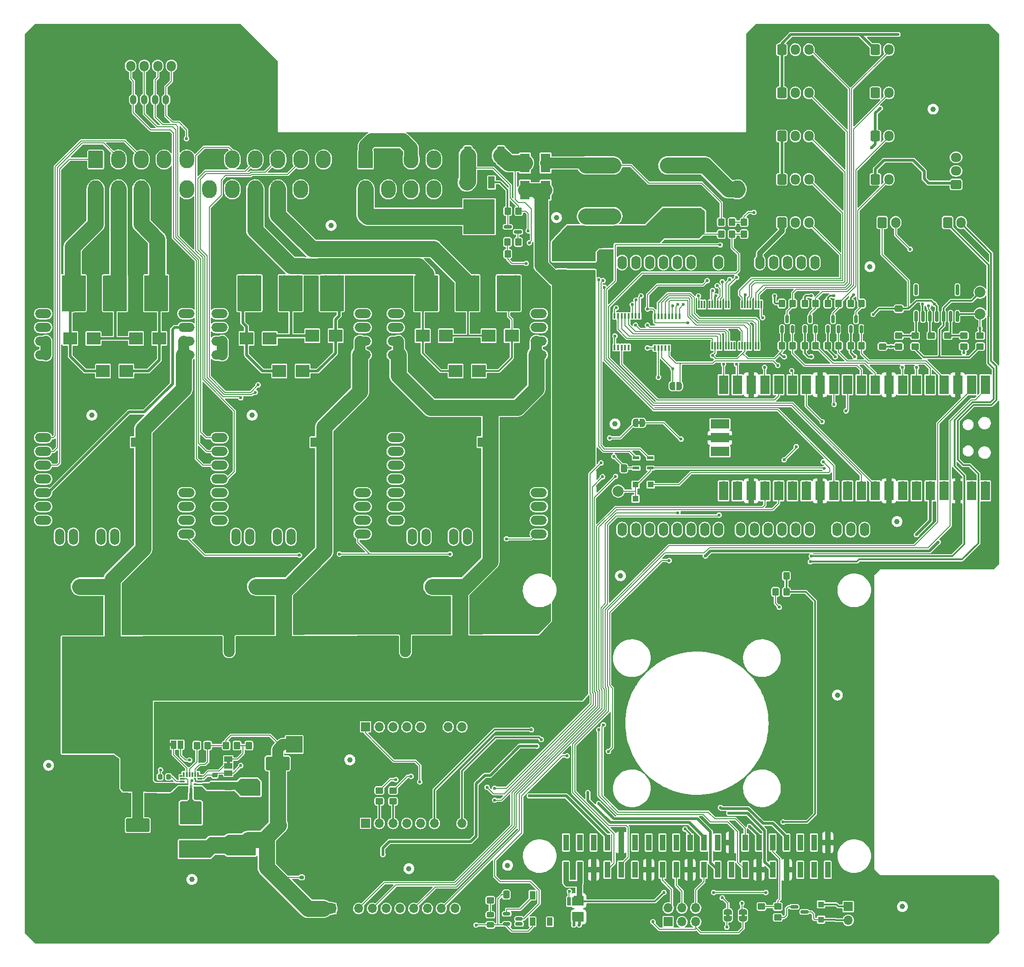
<source format=gbr>
%TF.GenerationSoftware,KiCad,Pcbnew,6.0.5+dfsg-1~bpo11+1*%
%TF.CreationDate,2022-06-23T19:05:58+00:00*%
%TF.ProjectId,OpenMowerMainboard,4f70656e-4d6f-4776-9572-4d61696e626f,rev?*%
%TF.SameCoordinates,Original*%
%TF.FileFunction,Copper,L1,Top*%
%TF.FilePolarity,Positive*%
%FSLAX46Y46*%
G04 Gerber Fmt 4.6, Leading zero omitted, Abs format (unit mm)*
G04 Created by KiCad (PCBNEW 6.0.5+dfsg-1~bpo11+1) date 2022-06-23 19:05:58*
%MOMM*%
%LPD*%
G01*
G04 APERTURE LIST*
G04 Aperture macros list*
%AMRoundRect*
0 Rectangle with rounded corners*
0 $1 Rounding radius*
0 $2 $3 $4 $5 $6 $7 $8 $9 X,Y pos of 4 corners*
0 Add a 4 corners polygon primitive as box body*
4,1,4,$2,$3,$4,$5,$6,$7,$8,$9,$2,$3,0*
0 Add four circle primitives for the rounded corners*
1,1,$1+$1,$2,$3*
1,1,$1+$1,$4,$5*
1,1,$1+$1,$6,$7*
1,1,$1+$1,$8,$9*
0 Add four rect primitives between the rounded corners*
20,1,$1+$1,$2,$3,$4,$5,0*
20,1,$1+$1,$4,$5,$6,$7,0*
20,1,$1+$1,$6,$7,$8,$9,0*
20,1,$1+$1,$8,$9,$2,$3,0*%
%AMFreePoly0*
4,1,22,0.500000,-0.750000,0.000000,-0.750000,0.000000,-0.745033,-0.079941,-0.743568,-0.215256,-0.701293,-0.333266,-0.622738,-0.424486,-0.514219,-0.481581,-0.384460,-0.499164,-0.250000,-0.500000,-0.250000,-0.500000,0.250000,-0.499164,0.250000,-0.499963,0.256109,-0.478152,0.396186,-0.417904,0.524511,-0.324060,0.630769,-0.204165,0.706417,-0.067858,0.745374,0.000000,0.744959,0.000000,0.750000,
0.500000,0.750000,0.500000,-0.750000,0.500000,-0.750000,$1*%
%AMFreePoly1*
4,1,20,0.000000,0.744959,0.073905,0.744508,0.209726,0.703889,0.328688,0.626782,0.421226,0.519385,0.479903,0.390333,0.500000,0.250000,0.500000,-0.250000,0.499851,-0.262216,0.476331,-0.402017,0.414519,-0.529596,0.319384,-0.634700,0.198574,-0.708877,0.061801,-0.746166,0.000000,-0.745033,0.000000,-0.750000,-0.500000,-0.750000,-0.500000,0.750000,0.000000,0.750000,0.000000,0.744959,
0.000000,0.744959,$1*%
G04 Aperture macros list end*
%TA.AperFunction,ComponentPad*%
%ADD10RoundRect,0.250001X-1.099999X-1.399999X1.099999X-1.399999X1.099999X1.399999X-1.099999X1.399999X0*%
%TD*%
%TA.AperFunction,ComponentPad*%
%ADD11O,2.700000X3.300000*%
%TD*%
%TA.AperFunction,ComponentPad*%
%ADD12RoundRect,0.250000X-0.600000X-0.725000X0.600000X-0.725000X0.600000X0.725000X-0.600000X0.725000X0*%
%TD*%
%TA.AperFunction,ComponentPad*%
%ADD13O,1.700000X1.950000*%
%TD*%
%TA.AperFunction,ComponentPad*%
%ADD14RoundRect,0.249999X-0.350001X-0.625001X0.350001X-0.625001X0.350001X0.625001X-0.350001X0.625001X0*%
%TD*%
%TA.AperFunction,ComponentPad*%
%ADD15O,1.200000X1.750000*%
%TD*%
%TA.AperFunction,ComponentPad*%
%ADD16C,0.900000*%
%TD*%
%TA.AperFunction,ComponentPad*%
%ADD17C,10.000000*%
%TD*%
%TA.AperFunction,SMDPad,CuDef*%
%ADD18R,1.800000X3.500000*%
%TD*%
%TA.AperFunction,SMDPad,CuDef*%
%ADD19C,1.000000*%
%TD*%
%TA.AperFunction,ComponentPad*%
%ADD20O,3.000000X1.700000*%
%TD*%
%TA.AperFunction,ComponentPad*%
%ADD21O,1.700000X3.000000*%
%TD*%
%TA.AperFunction,SMDPad,CuDef*%
%ADD22R,0.400000X1.000000*%
%TD*%
%TA.AperFunction,SMDPad,CuDef*%
%ADD23RoundRect,0.250000X-0.450000X0.350000X-0.450000X-0.350000X0.450000X-0.350000X0.450000X0.350000X0*%
%TD*%
%TA.AperFunction,SMDPad,CuDef*%
%ADD24RoundRect,0.225000X-0.250000X0.225000X-0.250000X-0.225000X0.250000X-0.225000X0.250000X0.225000X0*%
%TD*%
%TA.AperFunction,SMDPad,CuDef*%
%ADD25RoundRect,0.150000X-0.587500X-0.150000X0.587500X-0.150000X0.587500X0.150000X-0.587500X0.150000X0*%
%TD*%
%TA.AperFunction,SMDPad,CuDef*%
%ADD26RoundRect,0.250000X0.350000X0.450000X-0.350000X0.450000X-0.350000X-0.450000X0.350000X-0.450000X0*%
%TD*%
%TA.AperFunction,SMDPad,CuDef*%
%ADD27RoundRect,0.250000X-0.350000X-0.450000X0.350000X-0.450000X0.350000X0.450000X-0.350000X0.450000X0*%
%TD*%
%TA.AperFunction,SMDPad,CuDef*%
%ADD28RoundRect,0.250000X-0.337500X-0.475000X0.337500X-0.475000X0.337500X0.475000X-0.337500X0.475000X0*%
%TD*%
%TA.AperFunction,ComponentPad*%
%ADD29R,2.000000X2.000000*%
%TD*%
%TA.AperFunction,ComponentPad*%
%ADD30C,2.000000*%
%TD*%
%TA.AperFunction,SMDPad,CuDef*%
%ADD31RoundRect,0.243750X-0.456250X0.243750X-0.456250X-0.243750X0.456250X-0.243750X0.456250X0.243750X0*%
%TD*%
%TA.AperFunction,SMDPad,CuDef*%
%ADD32RoundRect,0.150000X0.512500X0.150000X-0.512500X0.150000X-0.512500X-0.150000X0.512500X-0.150000X0*%
%TD*%
%TA.AperFunction,SMDPad,CuDef*%
%ADD33RoundRect,0.250000X1.950000X1.000000X-1.950000X1.000000X-1.950000X-1.000000X1.950000X-1.000000X0*%
%TD*%
%TA.AperFunction,ComponentPad*%
%ADD34C,2.350000*%
%TD*%
%TA.AperFunction,SMDPad,CuDef*%
%ADD35RoundRect,0.250000X0.450000X-0.350000X0.450000X0.350000X-0.450000X0.350000X-0.450000X-0.350000X0*%
%TD*%
%TA.AperFunction,SMDPad,CuDef*%
%ADD36R,1.100000X1.100000*%
%TD*%
%TA.AperFunction,ComponentPad*%
%ADD37R,1.700000X1.700000*%
%TD*%
%TA.AperFunction,ComponentPad*%
%ADD38O,1.700000X1.700000*%
%TD*%
%TA.AperFunction,SMDPad,CuDef*%
%ADD39RoundRect,0.225000X0.250000X-0.225000X0.250000X0.225000X-0.250000X0.225000X-0.250000X-0.225000X0*%
%TD*%
%TA.AperFunction,SMDPad,CuDef*%
%ADD40RoundRect,0.250000X0.650000X-0.325000X0.650000X0.325000X-0.650000X0.325000X-0.650000X-0.325000X0*%
%TD*%
%TA.AperFunction,SMDPad,CuDef*%
%ADD41R,2.500000X2.300000*%
%TD*%
%TA.AperFunction,SMDPad,CuDef*%
%ADD42R,3.429000X2.413000*%
%TD*%
%TA.AperFunction,SMDPad,CuDef*%
%ADD43R,2.500000X1.800000*%
%TD*%
%TA.AperFunction,SMDPad,CuDef*%
%ADD44RoundRect,0.250000X-0.475000X0.337500X-0.475000X-0.337500X0.475000X-0.337500X0.475000X0.337500X0*%
%TD*%
%TA.AperFunction,SMDPad,CuDef*%
%ADD45RoundRect,0.150000X0.150000X-0.587500X0.150000X0.587500X-0.150000X0.587500X-0.150000X-0.587500X0*%
%TD*%
%TA.AperFunction,ComponentPad*%
%ADD46R,3.048000X3.048000*%
%TD*%
%TA.AperFunction,SMDPad,CuDef*%
%ADD47R,1.000000X3.000000*%
%TD*%
%TA.AperFunction,SMDPad,CuDef*%
%ADD48FreePoly0,180.000000*%
%TD*%
%TA.AperFunction,SMDPad,CuDef*%
%ADD49FreePoly1,180.000000*%
%TD*%
%TA.AperFunction,SMDPad,CuDef*%
%ADD50RoundRect,0.250000X-0.650000X0.325000X-0.650000X-0.325000X0.650000X-0.325000X0.650000X0.325000X0*%
%TD*%
%TA.AperFunction,SMDPad,CuDef*%
%ADD51R,0.650000X1.560000*%
%TD*%
%TA.AperFunction,ComponentPad*%
%ADD52RoundRect,0.250000X-0.600000X-0.750000X0.600000X-0.750000X0.600000X0.750000X-0.600000X0.750000X0*%
%TD*%
%TA.AperFunction,ComponentPad*%
%ADD53O,1.700000X2.000000*%
%TD*%
%TA.AperFunction,SMDPad,CuDef*%
%ADD54RoundRect,0.250000X-1.950000X-1.000000X1.950000X-1.000000X1.950000X1.000000X-1.950000X1.000000X0*%
%TD*%
%TA.AperFunction,SMDPad,CuDef*%
%ADD55R,1.500000X1.000000*%
%TD*%
%TA.AperFunction,SMDPad,CuDef*%
%ADD56R,0.300000X1.425000*%
%TD*%
%TA.AperFunction,SMDPad,CuDef*%
%ADD57R,1.150000X0.600000*%
%TD*%
%TA.AperFunction,SMDPad,CuDef*%
%ADD58RoundRect,0.225000X0.225000X0.250000X-0.225000X0.250000X-0.225000X-0.250000X0.225000X-0.250000X0*%
%TD*%
%TA.AperFunction,ComponentPad*%
%ADD59RoundRect,0.250000X0.725000X-0.600000X0.725000X0.600000X-0.725000X0.600000X-0.725000X-0.600000X0*%
%TD*%
%TA.AperFunction,ComponentPad*%
%ADD60O,1.950000X1.700000*%
%TD*%
%TA.AperFunction,SMDPad,CuDef*%
%ADD61RoundRect,0.250000X-0.475000X0.250000X-0.475000X-0.250000X0.475000X-0.250000X0.475000X0.250000X0*%
%TD*%
%TA.AperFunction,SMDPad,CuDef*%
%ADD62R,1.200000X2.200000*%
%TD*%
%TA.AperFunction,SMDPad,CuDef*%
%ADD63R,5.800000X6.400000*%
%TD*%
%TA.AperFunction,SMDPad,CuDef*%
%ADD64R,1.000000X1.500000*%
%TD*%
%TA.AperFunction,SMDPad,CuDef*%
%ADD65C,2.000000*%
%TD*%
%TA.AperFunction,SMDPad,CuDef*%
%ADD66R,1.700000X3.500000*%
%TD*%
%TA.AperFunction,SMDPad,CuDef*%
%ADD67R,3.500000X1.700000*%
%TD*%
%TA.AperFunction,SMDPad,CuDef*%
%ADD68RoundRect,0.160000X0.222500X0.160000X-0.222500X0.160000X-0.222500X-0.160000X0.222500X-0.160000X0*%
%TD*%
%TA.AperFunction,SMDPad,CuDef*%
%ADD69FreePoly0,90.000000*%
%TD*%
%TA.AperFunction,SMDPad,CuDef*%
%ADD70FreePoly1,90.000000*%
%TD*%
%TA.AperFunction,SMDPad,CuDef*%
%ADD71RoundRect,0.250000X0.337500X0.475000X-0.337500X0.475000X-0.337500X-0.475000X0.337500X-0.475000X0*%
%TD*%
%TA.AperFunction,SMDPad,CuDef*%
%ADD72R,0.875000X0.300000*%
%TD*%
%TA.AperFunction,SMDPad,CuDef*%
%ADD73R,1.525000X0.250000*%
%TD*%
%TA.AperFunction,SMDPad,CuDef*%
%ADD74R,1.525000X0.950000*%
%TD*%
%TA.AperFunction,SMDPad,CuDef*%
%ADD75R,0.450000X0.600000*%
%TD*%
%TA.AperFunction,SMDPad,CuDef*%
%ADD76R,0.300000X1.650000*%
%TD*%
%TA.AperFunction,SMDPad,CuDef*%
%ADD77R,0.450000X0.875000*%
%TD*%
%TA.AperFunction,SMDPad,CuDef*%
%ADD78R,0.300000X0.875000*%
%TD*%
%TA.AperFunction,SMDPad,CuDef*%
%ADD79R,0.500000X0.350000*%
%TD*%
%TA.AperFunction,SMDPad,CuDef*%
%ADD80R,0.600000X0.250000*%
%TD*%
%TA.AperFunction,SMDPad,CuDef*%
%ADD81RoundRect,0.249999X0.450001X1.425001X-0.450001X1.425001X-0.450001X-1.425001X0.450001X-1.425001X0*%
%TD*%
%TA.AperFunction,SMDPad,CuDef*%
%ADD82RoundRect,0.150000X0.150000X-0.825000X0.150000X0.825000X-0.150000X0.825000X-0.150000X-0.825000X0*%
%TD*%
%TA.AperFunction,ComponentPad*%
%ADD83O,1.727200X2.500000*%
%TD*%
%TA.AperFunction,SMDPad,CuDef*%
%ADD84RoundRect,0.150000X0.587500X0.150000X-0.587500X0.150000X-0.587500X-0.150000X0.587500X-0.150000X0*%
%TD*%
%TA.AperFunction,ViaPad*%
%ADD85C,0.600000*%
%TD*%
%TA.AperFunction,Conductor*%
%ADD86C,2.000000*%
%TD*%
%TA.AperFunction,Conductor*%
%ADD87C,0.150000*%
%TD*%
%TA.AperFunction,Conductor*%
%ADD88C,0.300000*%
%TD*%
%TA.AperFunction,Conductor*%
%ADD89C,0.200000*%
%TD*%
%TA.AperFunction,Conductor*%
%ADD90C,0.500000*%
%TD*%
%TA.AperFunction,Conductor*%
%ADD91C,3.000000*%
%TD*%
%TA.AperFunction,Conductor*%
%ADD92C,1.000000*%
%TD*%
%TA.AperFunction,Conductor*%
%ADD93C,2.500000*%
%TD*%
G04 APERTURE END LIST*
%TO.C,JP6*%
G36*
X133650000Y-94100000D02*
G01*
X133150000Y-94100000D01*
X133150000Y-93500000D01*
X133650000Y-93500000D01*
X133650000Y-94100000D01*
G37*
%TO.C,JP5*%
G36*
X58000000Y-156700000D02*
G01*
X57400000Y-156700000D01*
X57400000Y-156200000D01*
X58000000Y-156200000D01*
X58000000Y-156700000D01*
G37*
%TO.C,JP8*%
G36*
X152900000Y-184850000D02*
G01*
X152300000Y-184850000D01*
X152300000Y-184350000D01*
X152900000Y-184350000D01*
X152900000Y-184850000D01*
G37*
%TO.C,JP4*%
G36*
X47200000Y-153457500D02*
G01*
X46700000Y-153457500D01*
X46700000Y-152857500D01*
X47200000Y-152857500D01*
X47200000Y-153457500D01*
G37*
%TO.C,JP7*%
G36*
X150100000Y-184850000D02*
G01*
X149500000Y-184850000D01*
X149500000Y-184350000D01*
X150100000Y-184350000D01*
X150100000Y-184850000D01*
G37*
%TD*%
D10*
%TO.P,J1,1,Pin_1*%
%TO.N,/ESCs/ML_HALL_U*%
X33250000Y-45250000D03*
D11*
%TO.P,J1,2,Pin_2*%
%TO.N,/ESCs/ML_HALL_V*%
X37450000Y-45250000D03*
%TO.P,J1,3,Pin_3*%
%TO.N,/ESCs/ML_HALL_W*%
X41650000Y-45250000D03*
%TO.P,J1,4,Pin_4*%
%TO.N,+5V*%
X45850000Y-45250000D03*
%TO.P,J1,5,Pin_5*%
%TO.N,unconnected-(J1-Pad5)*%
X50050000Y-45250000D03*
%TO.P,J1,6,Pin_6*%
%TO.N,GND*%
X54250000Y-45250000D03*
%TO.P,J1,7,Pin_7*%
%TO.N,/ESCs/MC_TEMP*%
X58450000Y-45250000D03*
%TO.P,J1,8,Pin_8*%
%TO.N,/ESCs/MR_HALL_U*%
X62650000Y-45250000D03*
%TO.P,J1,9,Pin_9*%
%TO.N,/ESCs/MR_HALL_V*%
X66850000Y-45250000D03*
%TO.P,J1,10,Pin_10*%
%TO.N,/ESCs/MR_HALL_W*%
X71050000Y-45250000D03*
%TO.P,J1,11,Pin_11*%
%TO.N,+5V*%
X75250000Y-45250000D03*
%TO.P,J1,12,Pin_12*%
%TO.N,/ESCs/ML_PHASE_W*%
X33250000Y-50750000D03*
%TO.P,J1,13,Pin_13*%
%TO.N,/ESCs/ML_PHASE_V*%
X37450000Y-50750000D03*
%TO.P,J1,14,Pin_14*%
%TO.N,/ESCs/ML_PHASE_U*%
X41650000Y-50750000D03*
%TO.P,J1,15,Pin_15*%
%TO.N,GND*%
X45850000Y-50750000D03*
%TO.P,J1,16,Pin_16*%
%TO.N,/ESCs/MC_PHASE_W*%
X50050000Y-50750000D03*
%TO.P,J1,17,Pin_17*%
%TO.N,/ESCs/MC_PHASE_V*%
X54250000Y-50750000D03*
%TO.P,J1,18,Pin_18*%
%TO.N,/ESCs/MC_PHASE_U*%
X58450000Y-50750000D03*
%TO.P,J1,19,Pin_19*%
%TO.N,/ESCs/MR_PHASE_W*%
X62650000Y-50750000D03*
%TO.P,J1,20,Pin_20*%
%TO.N,/ESCs/MR_PHASE_V*%
X66850000Y-50750000D03*
%TO.P,J1,21,Pin_21*%
%TO.N,/ESCs/MR_PHASE_U*%
X71050000Y-50750000D03*
%TO.P,J1,22,Pin_22*%
%TO.N,GND*%
X75250000Y-50750000D03*
%TD*%
D10*
%TO.P,J2,1,Pin_1*%
%TO.N,Net-(J2-Pad1)*%
X83000000Y-45250000D03*
D11*
%TO.P,J2,2,Pin_2*%
%TO.N,GND*%
X87200000Y-45250000D03*
%TO.P,J2,3,Pin_3*%
%TO.N,Net-(J2-Pad1)*%
X91400000Y-45250000D03*
%TO.P,J2,4,Pin_4*%
%TO.N,unconnected-(J2-Pad4)*%
X95600000Y-45250000D03*
%TO.P,J2,5,Pin_5*%
%TO.N,/RobotConnectors/MosfetSwitch/VOUT*%
X83000000Y-50750000D03*
%TO.P,J2,6,Pin_6*%
%TO.N,unconnected-(J2-Pad6)*%
X87200000Y-50750000D03*
%TO.P,J2,7,Pin_7*%
%TO.N,Net-(F4-Pad1)*%
X91400000Y-50750000D03*
%TO.P,J2,8,Pin_8*%
%TO.N,unconnected-(J2-Pad8)*%
X95600000Y-50750000D03*
%TD*%
D10*
%TO.P,J3,1,Pin_1*%
%TO.N,GND*%
X151600000Y-45250000D03*
D11*
%TO.P,J3,2,Pin_2*%
%TO.N,Net-(F2-Pad2)*%
X151600000Y-50750000D03*
%TD*%
D12*
%TO.P,J13,1,Pin_1*%
%TO.N,+5V*%
X177000000Y-40935000D03*
D13*
%TO.P,J13,2,Pin_2*%
%TO.N,/RobotConnectors/HALL_SWITCH_3_5V*%
X179500000Y-40935000D03*
%TO.P,J13,3,Pin_3*%
%TO.N,GND*%
X182000000Y-40935000D03*
%TD*%
D12*
%TO.P,J14,1,Pin_1*%
%TO.N,+5V*%
X177000000Y-48902500D03*
D13*
%TO.P,J14,2,Pin_2*%
%TO.N,/RobotConnectors/HALL_SWITCH_4_5V*%
X179500000Y-48902500D03*
%TO.P,J14,3,Pin_3*%
%TO.N,GND*%
X182000000Y-48902500D03*
%TD*%
D12*
%TO.P,J5,1,Pin_1*%
%TO.N,+5V*%
X159750000Y-25000000D03*
D13*
%TO.P,J5,2,Pin_2*%
%TO.N,/RobotConnectors/USS_1_TRIGGER_5V*%
X162250000Y-25000000D03*
%TO.P,J5,3,Pin_3*%
%TO.N,/RobotConnectors/USS_1_ECHO_5V*%
X164750000Y-25000000D03*
%TO.P,J5,4,Pin_4*%
%TO.N,GND*%
X167250000Y-25000000D03*
%TD*%
D12*
%TO.P,J6,1,Pin_1*%
%TO.N,+5V*%
X159750000Y-32967500D03*
D13*
%TO.P,J6,2,Pin_2*%
%TO.N,/RobotConnectors/USS_2_TRIGGER_5V*%
X162250000Y-32967500D03*
%TO.P,J6,3,Pin_3*%
%TO.N,/RobotConnectors/USS_2_ECHO_5V*%
X164750000Y-32967500D03*
%TO.P,J6,4,Pin_4*%
%TO.N,GND*%
X167250000Y-32967500D03*
%TD*%
D12*
%TO.P,J7,1,Pin_1*%
%TO.N,+5V*%
X159750000Y-40935000D03*
D13*
%TO.P,J7,2,Pin_2*%
%TO.N,/RobotConnectors/USS_3_TRIGGER_5V*%
X162250000Y-40935000D03*
%TO.P,J7,3,Pin_3*%
%TO.N,/RobotConnectors/USS_3_ECHO_5V*%
X164750000Y-40935000D03*
%TO.P,J7,4,Pin_4*%
%TO.N,GND*%
X167250000Y-40935000D03*
%TD*%
D12*
%TO.P,J8,1,Pin_1*%
%TO.N,+5V*%
X159750000Y-48902500D03*
D13*
%TO.P,J8,2,Pin_2*%
%TO.N,/RobotConnectors/USS_4_TRIGGER_5V*%
X162250000Y-48902500D03*
%TO.P,J8,3,Pin_3*%
%TO.N,/RobotConnectors/USS_4_ECHO_5V*%
X164750000Y-48902500D03*
%TO.P,J8,4,Pin_4*%
%TO.N,GND*%
X167250000Y-48902500D03*
%TD*%
D12*
%TO.P,J9,1,Pin_1*%
%TO.N,+5V*%
X159750000Y-56870000D03*
D13*
%TO.P,J9,2,Pin_2*%
%TO.N,/RobotConnectors/USS_5_TRIGGER_5V*%
X162250000Y-56870000D03*
%TO.P,J9,3,Pin_3*%
%TO.N,/RobotConnectors/USS_5_ECHO_5V*%
X164750000Y-56870000D03*
%TO.P,J9,4,Pin_4*%
%TO.N,GND*%
X167250000Y-56870000D03*
%TD*%
D12*
%TO.P,J12,1,Pin_1*%
%TO.N,+5V*%
X177000000Y-32967500D03*
D13*
%TO.P,J12,2,Pin_2*%
%TO.N,/RobotConnectors/HALL_SWITCH_2_5V*%
X179500000Y-32967500D03*
%TO.P,J12,3,Pin_3*%
%TO.N,GND*%
X182000000Y-32967500D03*
%TD*%
D14*
%TO.P,J10,1,Pin_1*%
%TO.N,GND*%
X38200000Y-34200000D03*
D15*
%TO.P,J10,2,Pin_2*%
%TO.N,/ESCs/MC_HALL_U*%
X40200000Y-34200000D03*
%TO.P,J10,3,Pin_3*%
%TO.N,/ESCs/MC_HALL_V*%
X42200000Y-34200000D03*
%TO.P,J10,4,Pin_4*%
%TO.N,/ESCs/MC_HALL_W*%
X44200000Y-34200000D03*
%TO.P,J10,5,Pin_5*%
%TO.N,+5V*%
X46200000Y-34200000D03*
%TD*%
D12*
%TO.P,J11,1,Pin_1*%
%TO.N,+5V*%
X177000000Y-25000000D03*
D13*
%TO.P,J11,2,Pin_2*%
%TO.N,/RobotConnectors/HALL_SWITCH_1_5V*%
X179500000Y-25000000D03*
%TO.P,J11,3,Pin_3*%
%TO.N,GND*%
X182000000Y-25000000D03*
%TD*%
D16*
%TO.P,H1,1,1*%
%TO.N,GND*%
X23848350Y-32651650D03*
X29151650Y-27348350D03*
X22750000Y-30000000D03*
X30250000Y-30000000D03*
X23848350Y-27348350D03*
X29151650Y-32651650D03*
X26500000Y-26250000D03*
X26500000Y-33750000D03*
D17*
X26500000Y-30000000D03*
%TD*%
D16*
%TO.P,H2,1,1*%
%TO.N,GND*%
X30250000Y-182500000D03*
D17*
X26500000Y-182500000D03*
D16*
X23848350Y-179848350D03*
X22750000Y-182500000D03*
X29151650Y-179848350D03*
X26500000Y-186250000D03*
X29151650Y-185151650D03*
X26500000Y-178750000D03*
X23848350Y-185151650D03*
%TD*%
%TO.P,H3,1,1*%
%TO.N,GND*%
X196151650Y-32651650D03*
X197250000Y-30000000D03*
X193500000Y-26250000D03*
D17*
X193500000Y-30000000D03*
D16*
X193500000Y-33750000D03*
X196151650Y-27348350D03*
X190848350Y-27348350D03*
X190848350Y-32651650D03*
X189750000Y-30000000D03*
%TD*%
%TO.P,H4,1,1*%
%TO.N,GND*%
X193500000Y-186250000D03*
X196151650Y-179848350D03*
X197250000Y-182500000D03*
X190848350Y-185151650D03*
X190848350Y-179848350D03*
X196151650Y-185151650D03*
D17*
X193500000Y-182500000D03*
D16*
X189750000Y-182500000D03*
X193500000Y-178750000D03*
%TD*%
D18*
%TO.P,D15,1,K*%
%TO.N,V_BATT*%
X123250000Y-67300000D03*
%TO.P,D15,2,A*%
%TO.N,/RobotConnectors/V_BATTERY*%
X123250000Y-62300000D03*
%TD*%
D19*
%TO.P,FID16,*%
%TO.N,*%
X118200000Y-55950000D03*
%TD*%
D20*
%TO.P,U5,1,CAN_L*%
%TO.N,unconnected-(U5-Pad1)*%
X56060000Y-111775000D03*
%TO.P,U5,2,CAN_H*%
%TO.N,unconnected-(U5-Pad2)*%
X56060000Y-109235000D03*
%TO.P,U5,3,TEMPERATURE*%
%TO.N,/ESCs/MC_TEMP*%
X56060000Y-104155000D03*
%TO.P,U5,4,HALL_U*%
%TO.N,/ESCs/MC_HALL_U*%
X56060000Y-101615000D03*
%TO.P,U5,5,HALL_V*%
%TO.N,/ESCs/MC_HALL_V*%
X56060000Y-99075000D03*
%TO.P,U5,5V,5V*%
%TO.N,+5V*%
X56060000Y-76215000D03*
X82460000Y-73675000D03*
X82460000Y-76215000D03*
X56060000Y-106695000D03*
X56060000Y-73675000D03*
%TO.P,U5,6,HALL_W*%
%TO.N,/ESCs/MC_HALL_W*%
X56060000Y-96535000D03*
D21*
%TO.P,U5,7,3V3_IN*%
%TO.N,unconnected-(U5-Pad7)*%
X59100000Y-114815000D03*
%TO.P,U5,8,SWDCLK*%
%TO.N,unconnected-(U5-Pad8)*%
X61640000Y-114815000D03*
%TO.P,U5,9,SWDIO*%
%TO.N,unconnected-(U5-Pad9)*%
X66720000Y-114815000D03*
%TO.P,U5,10,RESET*%
%TO.N,unconnected-(U5-Pad10)*%
X69260000Y-114815000D03*
D20*
%TO.P,U5,11,MISO*%
%TO.N,Net-(JP6-Pad2)*%
X82460000Y-114315000D03*
%TO.P,U5,12,MOSI/TX*%
%TO.N,/ESCs/MC_TX*%
X82460000Y-111775000D03*
%TO.P,U5,13,SCK*%
%TO.N,unconnected-(U5-Pad13)*%
X82460000Y-109235000D03*
%TO.P,U5,14,NCS/RX*%
%TO.N,/ESCs/MC_RX*%
X82460000Y-106695000D03*
%TO.P,U5,GND,GND*%
%TO.N,GND*%
X82460000Y-68595000D03*
D21*
X64180000Y-114815000D03*
D20*
X82460000Y-71135000D03*
X56060000Y-93995000D03*
X56060000Y-114315000D03*
X82460000Y-104155000D03*
X56060000Y-68595000D03*
X56060000Y-71135000D03*
D21*
%TO.P,U5,U,U*%
%TO.N,/ESCs/MC_PHASE_U*%
X75610000Y-71635000D03*
X78150000Y-71635000D03*
X78150000Y-68095000D03*
X75610000Y-68095000D03*
%TO.P,U5,V,V*%
%TO.N,/ESCs/MC_PHASE_V*%
X70530000Y-68095000D03*
X67990000Y-71635000D03*
X70530000Y-71635000D03*
X67990000Y-68095000D03*
D20*
%TO.P,U5,VM,VIN*%
%TO.N,V_BATT*%
X56060000Y-78755000D03*
X56060000Y-81295000D03*
X82460000Y-81295000D03*
X82460000Y-78755000D03*
D21*
%TO.P,U5,W,W*%
%TO.N,/ESCs/MC_PHASE_W*%
X60370000Y-68095000D03*
X62910000Y-71635000D03*
X62910000Y-68095000D03*
X60370000Y-71635000D03*
%TD*%
D22*
%TO.P,U9,1,A4*%
%TO.N,/RobotConnectors/USS_5_TRIGGER*%
X128925000Y-79900000D03*
%TO.P,U9,2,A6*%
%TO.N,unconnected-(U9-Pad2)*%
X129575000Y-79900000D03*
%TO.P,U9,3,A*%
%TO.N,/pico/MUX_OUTPUT*%
X130225000Y-79900000D03*
%TO.P,U9,4,A7*%
%TO.N,unconnected-(U9-Pad4)*%
X130875000Y-79900000D03*
%TO.P,U9,5,A5*%
%TO.N,unconnected-(U9-Pad5)*%
X131525000Y-79900000D03*
%TO.P,U9,6,~{E}*%
%TO.N,GND*%
X132175000Y-79900000D03*
%TO.P,U9,7,VEE*%
X132825000Y-79900000D03*
%TO.P,U9,8,GND*%
X133475000Y-79900000D03*
%TO.P,U9,9,S2*%
%TO.N,/pico/MUX_ADDRESS_2*%
X133475000Y-74100000D03*
%TO.P,U9,10,S1*%
%TO.N,/pico/MUX_ADDRESS_1*%
X132825000Y-74100000D03*
%TO.P,U9,11,S0*%
%TO.N,/pico/MUX_ADDRESS_0*%
X132175000Y-74100000D03*
%TO.P,U9,12,A3*%
%TO.N,/RobotConnectors/USS_4_TRIGGER*%
X131525000Y-74100000D03*
%TO.P,U9,13,A0*%
%TO.N,/RobotConnectors/USS_3_TRIGGER*%
X130875000Y-74100000D03*
%TO.P,U9,14,A1*%
%TO.N,/RobotConnectors/USS_2_TRIGGER*%
X130225000Y-74100000D03*
%TO.P,U9,15,A2*%
%TO.N,/RobotConnectors/USS_1_TRIGGER*%
X129575000Y-74100000D03*
%TO.P,U9,16,VCC*%
%TO.N,+3V3*%
X128925000Y-74100000D03*
%TD*%
D23*
%TO.P,R5,1*%
%TO.N,/RaspberryPi/RASPI_FAN_ON*%
X159000000Y-183000000D03*
%TO.P,R5,2*%
%TO.N,Net-(Q3-Pad1)*%
X159000000Y-185000000D03*
%TD*%
D24*
%TO.P,C19,1*%
%TO.N,+5V*%
X56200000Y-172625000D03*
%TO.P,C19,2*%
%TO.N,GND*%
X56200000Y-174175000D03*
%TD*%
D25*
%TO.P,Q3,1,G*%
%TO.N,Net-(Q3-Pad1)*%
X162062500Y-183050000D03*
%TO.P,Q3,2,S*%
%TO.N,GND*%
X162062500Y-184950000D03*
%TO.P,Q3,3,D*%
%TO.N,Net-(D1-Pad2)*%
X163937500Y-184000000D03*
%TD*%
D26*
%TO.P,R41,1*%
%TO.N,GND*%
X154800000Y-56800000D03*
%TO.P,R41,2*%
%TO.N,/pico/V_CHARGE*%
X152800000Y-56800000D03*
%TD*%
D27*
%TO.P,R26,1*%
%TO.N,/RobotConnectors/Enable_Charge*%
X109220000Y-62650000D03*
%TO.P,R26,2*%
%TO.N,GND*%
X111220000Y-62650000D03*
%TD*%
D19*
%TO.P,FID6,*%
%TO.N,*%
X130000000Y-122000000D03*
%TD*%
D28*
%TO.P,C25,1*%
%TO.N,+5V*%
X108962500Y-180800000D03*
%TO.P,C25,2*%
%TO.N,GND*%
X111037500Y-180800000D03*
%TD*%
D29*
%TO.P,C3,1*%
%TO.N,V_BATT*%
X62849646Y-124000000D03*
D30*
%TO.P,C3,2*%
%TO.N,GND*%
X57849646Y-124000000D03*
%TD*%
D31*
%TO.P,D23,1,K*%
%TO.N,Net-(D23-Pad1)*%
X106000000Y-184522500D03*
%TO.P,D23,2,A*%
%TO.N,+5V*%
X106000000Y-186397500D03*
%TD*%
D32*
%TO.P,U7,1,NC*%
%TO.N,unconnected-(U7-Pad1)*%
X111307500Y-186220000D03*
%TO.P,U7,2,A*%
%TO.N,Net-(U11-Pad14)*%
X111307500Y-185270000D03*
%TO.P,U7,3,GND*%
%TO.N,GND*%
X111307500Y-184320000D03*
%TO.P,U7,4,Y*%
%TO.N,Net-(D25-Pad4)*%
X109032500Y-184320000D03*
%TO.P,U7,5,VCC*%
%TO.N,+5V*%
X109032500Y-186220000D03*
%TD*%
D33*
%TO.P,C10,1*%
%TO.N,V_BATT*%
X41000000Y-168000000D03*
%TO.P,C10,2*%
%TO.N,GND*%
X32600000Y-168000000D03*
%TD*%
D34*
%TO.P,F4,1*%
%TO.N,Net-(F4-Pad1)*%
X128675000Y-55700000D03*
X123675000Y-55700000D03*
%TO.P,F4,2*%
%TO.N,/RobotConnectors/V_BATTERY*%
X143675000Y-55700000D03*
X138675000Y-55700000D03*
%TD*%
D26*
%TO.P,R40,1*%
%TO.N,/pico/V_CHARGE*%
X150600000Y-56800000D03*
%TO.P,R40,2*%
%TO.N,/RobotConnectors/V_CHARGE*%
X148600000Y-56800000D03*
%TD*%
D35*
%TO.P,R50,1*%
%TO.N,Net-(R47-Pad2)*%
X196320000Y-79720000D03*
%TO.P,R50,2*%
%TO.N,/RAIN_DETECTED*%
X196320000Y-77720000D03*
%TD*%
D26*
%TO.P,R43,1*%
%TO.N,GND*%
X154800000Y-59000000D03*
%TO.P,R43,2*%
%TO.N,/pico/V_IN*%
X152800000Y-59000000D03*
%TD*%
D23*
%TO.P,R13,1*%
%TO.N,/pico/SOUND_DATA*%
X88090000Y-161600000D03*
%TO.P,R13,2*%
%TO.N,Net-(J16-Pad3)*%
X88090000Y-163600000D03*
%TD*%
D36*
%TO.P,D14,1,K*%
%TO.N,/CHARGE_CURRENT*%
X132800000Y-107800000D03*
%TO.P,D14,2,A*%
%TO.N,GND*%
X135600000Y-107800000D03*
%TD*%
D29*
%TO.P,C2,1*%
%TO.N,V_BATT*%
X30517323Y-136000000D03*
D30*
%TO.P,C2,2*%
%TO.N,GND*%
X25517323Y-136000000D03*
%TD*%
D20*
%TO.P,U4,1,CAN_L*%
%TO.N,unconnected-(U4-Pad1)*%
X23560000Y-111775000D03*
%TO.P,U4,2,CAN_H*%
%TO.N,unconnected-(U4-Pad2)*%
X23560000Y-109235000D03*
%TO.P,U4,3,TEMPERATURE*%
%TO.N,unconnected-(U4-Pad3)*%
X23560000Y-104155000D03*
%TO.P,U4,4,HALL_U*%
%TO.N,/ESCs/ML_HALL_U*%
X23560000Y-101615000D03*
%TO.P,U4,5,HALL_V*%
%TO.N,/ESCs/ML_HALL_V*%
X23560000Y-99075000D03*
%TO.P,U4,5V,5V*%
%TO.N,+5V*%
X23560000Y-76215000D03*
X49960000Y-73675000D03*
X23560000Y-106695000D03*
X23560000Y-73675000D03*
X49960000Y-76215000D03*
%TO.P,U4,6,HALL_W*%
%TO.N,/ESCs/ML_HALL_W*%
X23560000Y-96535000D03*
D21*
%TO.P,U4,7,3V3_IN*%
%TO.N,unconnected-(U4-Pad7)*%
X26600000Y-114815000D03*
%TO.P,U4,8,SWDCLK*%
%TO.N,unconnected-(U4-Pad8)*%
X29140000Y-114815000D03*
%TO.P,U4,9,SWDIO*%
%TO.N,unconnected-(U4-Pad9)*%
X34220000Y-114815000D03*
%TO.P,U4,10,RESET*%
%TO.N,unconnected-(U4-Pad10)*%
X36760000Y-114815000D03*
D20*
%TO.P,U4,11,MISO*%
%TO.N,Net-(JP6-Pad2)*%
X49960000Y-114315000D03*
%TO.P,U4,12,MOSI/TX*%
%TO.N,/ESCs/ML_TX*%
X49960000Y-111775000D03*
%TO.P,U4,13,SCK*%
%TO.N,unconnected-(U4-Pad13)*%
X49960000Y-109235000D03*
%TO.P,U4,14,NCS/RX*%
%TO.N,/ESCs/ML_RX*%
X49960000Y-106695000D03*
D21*
%TO.P,U4,GND,GND*%
%TO.N,GND*%
X31680000Y-114815000D03*
D20*
X23560000Y-71135000D03*
X23560000Y-114315000D03*
X49960000Y-71135000D03*
X49960000Y-68595000D03*
X23560000Y-93995000D03*
X49960000Y-104155000D03*
X23560000Y-68595000D03*
D21*
%TO.P,U4,U,U*%
%TO.N,/ESCs/ML_PHASE_U*%
X45650000Y-68095000D03*
X43110000Y-71635000D03*
X45650000Y-71635000D03*
X43110000Y-68095000D03*
%TO.P,U4,V,V*%
%TO.N,/ESCs/ML_PHASE_V*%
X38030000Y-71635000D03*
X35490000Y-71635000D03*
X35490000Y-68095000D03*
X38030000Y-68095000D03*
D20*
%TO.P,U4,VM,VIN*%
%TO.N,V_BATT*%
X23560000Y-81295000D03*
X23560000Y-78755000D03*
X49960000Y-81295000D03*
X49960000Y-78755000D03*
D21*
%TO.P,U4,W,W*%
%TO.N,/ESCs/ML_PHASE_W*%
X30410000Y-71635000D03*
X27870000Y-71635000D03*
X30410000Y-68095000D03*
X27870000Y-68095000D03*
%TD*%
D37*
%TO.P,J20,1,Pin_1*%
%TO.N,+5V*%
X76650000Y-183350000D03*
D38*
%TO.P,J20,2,Pin_2*%
%TO.N,GND*%
X79190000Y-183350000D03*
%TO.P,J20,3,Pin_3*%
%TO.N,/IMU/SCK*%
X81730000Y-183350000D03*
%TO.P,J20,4,Pin_4*%
%TO.N,/IMU/MOSI*%
X84270000Y-183350000D03*
%TO.P,J20,5,Pin_5*%
%TO.N,unconnected-(J20-Pad5)*%
X86810000Y-183350000D03*
%TO.P,J20,6,Pin_6*%
%TO.N,unconnected-(J20-Pad6)*%
X89350000Y-183350000D03*
%TO.P,J20,7,Pin_7*%
%TO.N,/IMU/MISO*%
X91890000Y-183350000D03*
%TO.P,J20,8,Pin_8*%
%TO.N,unconnected-(J20-Pad8)*%
X94430000Y-183350000D03*
%TO.P,J20,9,Pin_9*%
%TO.N,/IMU/~{CS}*%
X96970000Y-183350000D03*
%TO.P,J20,10,Pin_10*%
%TO.N,unconnected-(J20-Pad10)*%
X99510000Y-183350000D03*
%TD*%
D27*
%TO.P,R15,1*%
%TO.N,+3V3*%
X168216666Y-79600000D03*
%TO.P,R15,2*%
%TO.N,/RobotConnectors/HALL_SWITCH_3*%
X170216666Y-79600000D03*
%TD*%
D29*
%TO.P,C4,1*%
%TO.N,V_BATT*%
X95349646Y-136000000D03*
D30*
%TO.P,C4,2*%
%TO.N,GND*%
X90349646Y-136000000D03*
%TD*%
D19*
%TO.P,FID5,*%
%TO.N,*%
X182000000Y-183000000D03*
%TD*%
D23*
%TO.P,R48,1*%
%TO.N,Net-(R48-Pad1)*%
X193320000Y-77720000D03*
%TO.P,R48,2*%
%TO.N,+3V3*%
X193320000Y-79720000D03*
%TD*%
D33*
%TO.P,C9,1*%
%TO.N,V_BATT*%
X41000000Y-156600000D03*
%TO.P,C9,2*%
%TO.N,GND*%
X32600000Y-156600000D03*
%TD*%
D39*
%TO.P,C18,1*%
%TO.N,+5V*%
X56200000Y-170775000D03*
%TO.P,C18,2*%
%TO.N,GND*%
X56200000Y-169225000D03*
%TD*%
D19*
%TO.P,FID11,*%
%TO.N,*%
X80100000Y-155950000D03*
%TD*%
D40*
%TO.P,C16,1*%
%TO.N,+5V*%
X58600000Y-170675000D03*
%TO.P,C16,2*%
%TO.N,GND*%
X58600000Y-167725000D03*
%TD*%
D41*
%TO.P,D7,1,A1*%
%TO.N,/ESCs/MC_PHASE_V*%
X73175000Y-77750000D03*
%TO.P,D7,2,A2*%
%TO.N,/ESCs/MC_PHASE_U*%
X77475000Y-77750000D03*
%TD*%
D42*
%TO.P,L1,1,1*%
%TO.N,Net-(C15-Pad2)*%
X50800000Y-166479000D03*
%TO.P,L1,2,2*%
%TO.N,+5V*%
X50800000Y-172321000D03*
%TD*%
D43*
%TO.P,D19,1,A1*%
%TO.N,GND*%
X70150000Y-97400000D03*
%TO.P,D19,2,A2*%
%TO.N,V_BATT*%
X74150000Y-97400000D03*
%TD*%
D41*
%TO.P,D5,1,A1*%
%TO.N,/ESCs/ML_PHASE_W*%
X28545000Y-78250000D03*
%TO.P,D5,2,A2*%
%TO.N,/ESCs/ML_PHASE_V*%
X32845000Y-78250000D03*
%TD*%
D20*
%TO.P,U6,1,CAN_L*%
%TO.N,unconnected-(U6-Pad1)*%
X88560000Y-111775000D03*
%TO.P,U6,2,CAN_H*%
%TO.N,unconnected-(U6-Pad2)*%
X88560000Y-109235000D03*
%TO.P,U6,3,TEMPERATURE*%
%TO.N,unconnected-(U6-Pad3)*%
X88560000Y-104155000D03*
%TO.P,U6,4,HALL_U*%
%TO.N,/ESCs/MR_HALL_U*%
X88560000Y-101615000D03*
%TO.P,U6,5,HALL_V*%
%TO.N,/ESCs/MR_HALL_V*%
X88560000Y-99075000D03*
%TO.P,U6,5V,5V*%
%TO.N,+5V*%
X114960000Y-76215000D03*
X114960000Y-73675000D03*
X88560000Y-73675000D03*
X88560000Y-76215000D03*
X88560000Y-106695000D03*
%TO.P,U6,6,HALL_W*%
%TO.N,/ESCs/MR_HALL_W*%
X88560000Y-96535000D03*
D21*
%TO.P,U6,7,3V3_IN*%
%TO.N,unconnected-(U6-Pad7)*%
X91600000Y-114815000D03*
%TO.P,U6,8,SWDCLK*%
%TO.N,unconnected-(U6-Pad8)*%
X94140000Y-114815000D03*
%TO.P,U6,9,SWDIO*%
%TO.N,unconnected-(U6-Pad9)*%
X99220000Y-114815000D03*
%TO.P,U6,10,RESET*%
%TO.N,unconnected-(U6-Pad10)*%
X101760000Y-114815000D03*
D20*
%TO.P,U6,11,MISO*%
%TO.N,Net-(JP6-Pad2)*%
X114960000Y-114315000D03*
%TO.P,U6,12,MOSI/TX*%
%TO.N,/ESCs/MR_TX*%
X114960000Y-111775000D03*
%TO.P,U6,13,SCK*%
%TO.N,unconnected-(U6-Pad13)*%
X114960000Y-109235000D03*
%TO.P,U6,14,NCS/RX*%
%TO.N,/ESCs/MR_RX*%
X114960000Y-106695000D03*
%TO.P,U6,GND,GND*%
%TO.N,GND*%
X114960000Y-104155000D03*
X88560000Y-93995000D03*
X114960000Y-68595000D03*
D21*
X96680000Y-114815000D03*
D20*
X88560000Y-114315000D03*
X88560000Y-68595000D03*
X88560000Y-71135000D03*
X114960000Y-71135000D03*
D21*
%TO.P,U6,U,U*%
%TO.N,/ESCs/MR_PHASE_U*%
X110650000Y-71635000D03*
X108110000Y-71635000D03*
X110650000Y-68095000D03*
X108110000Y-68095000D03*
%TO.P,U6,V,V*%
%TO.N,/ESCs/MR_PHASE_V*%
X100490000Y-68095000D03*
X100490000Y-71635000D03*
X103030000Y-68095000D03*
X103030000Y-71635000D03*
D20*
%TO.P,U6,VM,VIN*%
%TO.N,V_BATT*%
X88560000Y-81295000D03*
X114960000Y-78755000D03*
X114960000Y-81295000D03*
X88560000Y-78755000D03*
D21*
%TO.P,U6,W,W*%
%TO.N,/ESCs/MR_PHASE_W*%
X95410000Y-68095000D03*
X92870000Y-68095000D03*
X95410000Y-71635000D03*
X92870000Y-71635000D03*
%TD*%
D41*
%TO.P,D9,1,A1*%
%TO.N,/ESCs/MC_PHASE_W*%
X67100000Y-84250000D03*
%TO.P,D9,2,A2*%
%TO.N,/ESCs/MC_PHASE_U*%
X71400000Y-84250000D03*
%TD*%
D26*
%TO.P,R11,1*%
%TO.N,Net-(JP5-Pad1)*%
X59300000Y-153300000D03*
%TO.P,R11,2*%
%TO.N,+5V*%
X57300000Y-153300000D03*
%TD*%
D35*
%TO.P,R7,1*%
%TO.N,Net-(J16-Pad2)*%
X85550000Y-163600000D03*
%TO.P,R7,2*%
%TO.N,/pico/SOUND_CLK*%
X85550000Y-161600000D03*
%TD*%
D36*
%TO.P,D13,1,K*%
%TO.N,+3V3*%
X135600000Y-105200000D03*
%TO.P,D13,2,A*%
%TO.N,/CHARGE_CURRENT*%
X132800000Y-105200000D03*
%TD*%
D35*
%TO.P,R44,1*%
%TO.N,GND*%
X187320000Y-79720000D03*
%TO.P,R44,2*%
%TO.N,/RobotConnectors/RAIN-*%
X187320000Y-77720000D03*
%TD*%
D26*
%TO.P,R12,1*%
%TO.N,GND*%
X63500000Y-153300000D03*
%TO.P,R12,2*%
%TO.N,Net-(JP5-Pad1)*%
X61500000Y-153300000D03*
%TD*%
D34*
%TO.P,F2,1*%
%TO.N,/RobotConnectors/V_CHARGE*%
X123675000Y-46350000D03*
X128675000Y-46350000D03*
%TO.P,F2,2*%
%TO.N,Net-(F2-Pad2)*%
X138675000Y-46350000D03*
X143675000Y-46350000D03*
%TD*%
D29*
%TO.P,C8,1*%
%TO.N,V_BATT*%
X95349646Y-124000000D03*
D30*
%TO.P,C8,2*%
%TO.N,GND*%
X90349646Y-124000000D03*
%TD*%
D29*
%TO.P,C6,1*%
%TO.N,V_BATT*%
X30517323Y-124000000D03*
D30*
%TO.P,C6,2*%
%TO.N,GND*%
X25517323Y-124000000D03*
%TD*%
D22*
%TO.P,U10,1,A4*%
%TO.N,/RobotConnectors/USS_5_ECHO*%
X136325000Y-80000000D03*
%TO.P,U10,2,A6*%
%TO.N,/pico/SOUND_BUSY*%
X136975000Y-80000000D03*
%TO.P,U10,3,A*%
%TO.N,/pico/MUX_INPUT*%
X137625000Y-80000000D03*
%TO.P,U10,4,A7*%
%TO.N,unconnected-(U10-Pad4)*%
X138275000Y-80000000D03*
%TO.P,U10,5,A5*%
%TO.N,/RAIN_DETECTED*%
X138925000Y-80000000D03*
%TO.P,U10,6,~{E}*%
%TO.N,GND*%
X139575000Y-80000000D03*
%TO.P,U10,7,VEE*%
X140225000Y-80000000D03*
%TO.P,U10,8,GND*%
X140875000Y-80000000D03*
%TO.P,U10,9,S2*%
%TO.N,/pico/MUX_ADDRESS_2*%
X140875000Y-74200000D03*
%TO.P,U10,10,S1*%
%TO.N,/pico/MUX_ADDRESS_1*%
X140225000Y-74200000D03*
%TO.P,U10,11,S0*%
%TO.N,/pico/MUX_ADDRESS_0*%
X139575000Y-74200000D03*
%TO.P,U10,12,A3*%
%TO.N,/RobotConnectors/USS_4_ECHO*%
X138925000Y-74200000D03*
%TO.P,U10,13,A0*%
%TO.N,/RobotConnectors/USS_3_ECHO*%
X138275000Y-74200000D03*
%TO.P,U10,14,A1*%
%TO.N,/RobotConnectors/USS_2_ECHO*%
X137625000Y-74200000D03*
%TO.P,U10,15,A2*%
%TO.N,/RobotConnectors/USS_1_ECHO*%
X136975000Y-74200000D03*
%TO.P,U10,16,VCC*%
%TO.N,+3V3*%
X136325000Y-74200000D03*
%TD*%
D43*
%TO.P,D20,1,A1*%
%TO.N,GND*%
X100950000Y-97350000D03*
%TO.P,D20,2,A2*%
%TO.N,V_BATT*%
X104950000Y-97350000D03*
%TD*%
D44*
%TO.P,C5,1*%
%TO.N,GND*%
X181320000Y-70682500D03*
%TO.P,C5,2*%
%TO.N,+3V3*%
X181320000Y-72757500D03*
%TD*%
D19*
%TO.P,FID1,*%
%TO.N,*%
X91000000Y-176000000D03*
%TD*%
%TO.P,FID9,*%
%TO.N,*%
X109200000Y-175400000D03*
%TD*%
D45*
%TO.P,Q16,1,G*%
%TO.N,+3V3*%
X172499999Y-76537500D03*
%TO.P,Q16,2,S*%
%TO.N,/RobotConnectors/HALL_SWITCH_4*%
X174399999Y-76537500D03*
%TO.P,Q16,3,D*%
%TO.N,/RobotConnectors/HALL_SWITCH_4_5V*%
X173449999Y-74662500D03*
%TD*%
D12*
%TO.P,J4,1,Pin_1*%
%TO.N,GND*%
X37200000Y-28000000D03*
D13*
%TO.P,J4,2,Pin_2*%
%TO.N,/ESCs/MC_HALL_U*%
X39700000Y-28000000D03*
%TO.P,J4,3,Pin_3*%
%TO.N,/ESCs/MC_HALL_V*%
X42200000Y-28000000D03*
%TO.P,J4,4,Pin_4*%
%TO.N,/ESCs/MC_HALL_W*%
X44700000Y-28000000D03*
%TO.P,J4,5,Pin_5*%
%TO.N,+5V*%
X47200000Y-28000000D03*
%TD*%
D46*
%TO.P,U1,1,IN-*%
%TO.N,GND*%
X29450000Y-171524000D03*
%TO.P,U1,2,IN+*%
%TO.N,V_BATT*%
X29450000Y-153124000D03*
%TO.P,U1,3,OUT+*%
%TO.N,+5V*%
X69850000Y-153124000D03*
%TO.P,U1,4,OUT-*%
%TO.N,GND*%
X69850000Y-171524000D03*
%TD*%
D19*
%TO.P,FID10,*%
%TO.N,*%
X62100000Y-92400000D03*
%TD*%
D47*
%TO.P,J21,1,3V3*%
%TO.N,unconnected-(J21-Pad1)*%
X119970000Y-171180000D03*
%TO.P,J21,2,5V*%
%TO.N,/RaspberryPi/RASPI_POWER*%
X119970000Y-176220000D03*
%TO.P,J21,3,SDA/GPIO2*%
%TO.N,unconnected-(J21-Pad3)*%
X122510000Y-171180000D03*
%TO.P,J21,4,5V*%
%TO.N,/RaspberryPi/RASPI_POWER*%
X122510000Y-176220000D03*
%TO.P,J21,5,SCL/GPIO3*%
%TO.N,unconnected-(J21-Pad5)*%
X125050000Y-171180000D03*
%TO.P,J21,6,GND*%
%TO.N,GND*%
X125050000Y-176220000D03*
%TO.P,J21,7,GCLK0/GPIO4*%
%TO.N,/ESCs/MR_RX*%
X127590000Y-171180000D03*
%TO.P,J21,8,GPIO14/TXD*%
%TO.N,/RaspberryPi/UART0_TXD*%
X127590000Y-176220000D03*
%TO.P,J21,9,GND*%
%TO.N,GND*%
X130130000Y-171180000D03*
%TO.P,J21,10,GPIO15/RXD*%
%TO.N,/RaspberryPi/UART0_RXD*%
X130130000Y-176220000D03*
%TO.P,J21,11,GPIO17*%
%TO.N,unconnected-(J21-Pad11)*%
X132670000Y-171180000D03*
%TO.P,J21,12,GPIO18/PWM0*%
%TO.N,unconnected-(J21-Pad12)*%
X132670000Y-176220000D03*
%TO.P,J21,13,GPIO27*%
%TO.N,unconnected-(J21-Pad13)*%
X135210000Y-171180000D03*
%TO.P,J21,14,GND*%
%TO.N,GND*%
X135210000Y-176220000D03*
%TO.P,J21,15,GPIO22*%
%TO.N,unconnected-(J21-Pad15)*%
X137750000Y-171180000D03*
%TO.P,J21,16,GPIO23*%
%TO.N,Net-(J21-Pad16)*%
X137750000Y-176220000D03*
%TO.P,J21,17,3V3*%
%TO.N,unconnected-(J21-Pad17)*%
X140290000Y-171180000D03*
%TO.P,J21,18,GPIO24*%
%TO.N,Net-(J21-Pad18)*%
X140290000Y-176220000D03*
%TO.P,J21,19,MOSI0/GPIO10*%
%TO.N,Net-(J21-Pad19)*%
X142830000Y-171180000D03*
%TO.P,J21,20,GND*%
%TO.N,GND*%
X142830000Y-176220000D03*
%TO.P,J21,21,MISO0/GPIO9*%
%TO.N,/ESCs/MC_TX*%
X145370000Y-171180000D03*
%TO.P,J21,22,GPIO25*%
%TO.N,Net-(J21-Pad22)*%
X145370000Y-176220000D03*
%TO.P,J21,23,SCLK0/GPIO11*%
%TO.N,unconnected-(J21-Pad23)*%
X147910000Y-171180000D03*
%TO.P,J21,24,~{CE0}/GPIO8*%
%TO.N,/ESCs/MC_RX*%
X147910000Y-176220000D03*
%TO.P,J21,25,GND*%
%TO.N,GND*%
X150450000Y-171180000D03*
%TO.P,J21,26,~{CE1}/GPIO7*%
%TO.N,unconnected-(J21-Pad26)*%
X150450000Y-176220000D03*
%TO.P,J21,27,ID_SD/GPIO0*%
%TO.N,/GPS/RXD*%
X152990000Y-171180000D03*
%TO.P,J21,28,ID_SC/GPIO1*%
%TO.N,/GPS/TXD*%
X152990000Y-176220000D03*
%TO.P,J21,29,GCLK1/GPIO5*%
%TO.N,/ESCs/MR_TX*%
X155530000Y-171180000D03*
%TO.P,J21,30,GND*%
%TO.N,GND*%
X155530000Y-176220000D03*
%TO.P,J21,31,GCLK2/GPIO6*%
%TO.N,/RaspberryPi/RASPI_FAN_ON*%
X158070000Y-171180000D03*
%TO.P,J21,32,PWM0/GPIO12*%
%TO.N,/ESCs/ML_RX*%
X158070000Y-176220000D03*
%TO.P,J21,33,PWM1/GPIO13*%
%TO.N,/ESCs/ML_TX*%
X160610000Y-171180000D03*
%TO.P,J21,34,GND*%
%TO.N,GND*%
X160610000Y-176220000D03*
%TO.P,J21,35,GPIO19/MISO1*%
%TO.N,unconnected-(J21-Pad35)*%
X163150000Y-171180000D03*
%TO.P,J21,36,GPIO16*%
%TO.N,unconnected-(J21-Pad36)*%
X163150000Y-176220000D03*
%TO.P,J21,37,GPIO26*%
%TO.N,unconnected-(J21-Pad37)*%
X165690000Y-171180000D03*
%TO.P,J21,38,GPIO20/MOSI1*%
%TO.N,unconnected-(J21-Pad38)*%
X165690000Y-176220000D03*
%TO.P,J21,39,GND*%
%TO.N,GND*%
X168230000Y-171180000D03*
%TO.P,J21,40,GPIO21/SCLK1*%
%TO.N,unconnected-(J21-Pad40)*%
X168230000Y-176220000D03*
%TD*%
D48*
%TO.P,JP6,1,A*%
%TO.N,/ESCs/ESC_SHUTDOWN*%
X134050000Y-93800000D03*
D49*
%TO.P,JP6,2,B*%
%TO.N,Net-(JP6-Pad2)*%
X132750000Y-93800000D03*
%TD*%
D23*
%TO.P,R46,1*%
%TO.N,Net-(R46-Pad1)*%
X181320000Y-77720000D03*
%TO.P,R46,2*%
%TO.N,Net-(R45-Pad2)*%
X181320000Y-79720000D03*
%TD*%
D27*
%TO.P,R2,1*%
%TO.N,GND*%
X158600000Y-122030000D03*
%TO.P,R2,2*%
%TO.N,Net-(J21-Pad19)*%
X160600000Y-122030000D03*
%TD*%
%TO.P,R9,1*%
%TO.N,+3V3*%
X163983333Y-79600000D03*
%TO.P,R9,2*%
%TO.N,/RobotConnectors/HALL_SWITCH_2*%
X165983333Y-79600000D03*
%TD*%
%TO.P,R10,1*%
%TO.N,+5V*%
X163983333Y-71800000D03*
%TO.P,R10,2*%
%TO.N,/RobotConnectors/HALL_SWITCH_2_5V*%
X165983333Y-71800000D03*
%TD*%
D29*
%TO.P,C7,1*%
%TO.N,V_BATT*%
X62849646Y-136000000D03*
D30*
%TO.P,C7,2*%
%TO.N,GND*%
X57849646Y-136000000D03*
%TD*%
D27*
%TO.P,R19,1*%
%TO.N,+3V3*%
X172449999Y-79600000D03*
%TO.P,R19,2*%
%TO.N,/RobotConnectors/HALL_SWITCH_4*%
X174449999Y-79600000D03*
%TD*%
D50*
%TO.P,C20,1*%
%TO.N,+5V*%
X61400000Y-172725000D03*
%TO.P,C20,2*%
%TO.N,GND*%
X61400000Y-175675000D03*
%TD*%
D41*
%TO.P,D10,1,A1*%
%TO.N,/ESCs/MR_PHASE_V*%
X105675000Y-77750000D03*
%TO.P,D10,2,A2*%
%TO.N,/ESCs/MR_PHASE_U*%
X109975000Y-77750000D03*
%TD*%
D51*
%TO.P,U3,1,VOUT*%
%TO.N,/RaspberryPi/RASPI_POWER*%
X122430000Y-182060000D03*
%TO.P,U3,2,VOUT*%
X121480000Y-182060000D03*
%TO.P,U3,3,ENABLE*%
%TO.N,/RaspberryPi/POWER_EN*%
X120530000Y-182060000D03*
%TO.P,U3,4,GND*%
%TO.N,GND*%
X120530000Y-184760000D03*
%TO.P,U3,5,VIN*%
%TO.N,+5V*%
X121480000Y-184760000D03*
%TO.P,U3,6,VIN*%
X122430000Y-184760000D03*
%TD*%
D23*
%TO.P,R18,1*%
%TO.N,GND*%
X106000000Y-179840000D03*
%TO.P,R18,2*%
%TO.N,Net-(D23-Pad1)*%
X106000000Y-181840000D03*
%TD*%
D26*
%TO.P,R42,1*%
%TO.N,/pico/V_IN*%
X150600000Y-59000000D03*
%TO.P,R42,2*%
%TO.N,/RobotConnectors/V_BATTERY*%
X148600000Y-59000000D03*
%TD*%
D23*
%TO.P,R49,1*%
%TO.N,Net-(R48-Pad1)*%
X190320000Y-77720000D03*
%TO.P,R49,2*%
%TO.N,GND*%
X190320000Y-79720000D03*
%TD*%
D27*
%TO.P,R16,1*%
%TO.N,+5V*%
X168216666Y-71800000D03*
%TO.P,R16,2*%
%TO.N,/RobotConnectors/HALL_SWITCH_3_5V*%
X170216666Y-71800000D03*
%TD*%
D50*
%TO.P,C11,1*%
%TO.N,V_BATT*%
X57700000Y-160925000D03*
%TO.P,C11,2*%
%TO.N,GND*%
X57700000Y-163875000D03*
%TD*%
D40*
%TO.P,C22,1*%
%TO.N,+5V*%
X61400000Y-170675000D03*
%TO.P,C22,2*%
%TO.N,GND*%
X61400000Y-167725000D03*
%TD*%
D52*
%TO.P,J18,1,Pin_1*%
%TO.N,/RobotConnectors/SPEAKER_PLUS*%
X190320000Y-56870000D03*
D53*
%TO.P,J18,2,Pin_2*%
%TO.N,/RobotConnectors/SPEAKER_MINUS*%
X192820000Y-56870000D03*
%TD*%
D54*
%TO.P,C23,1*%
%TO.N,+5V*%
X66800000Y-156600000D03*
%TO.P,C23,2*%
%TO.N,GND*%
X75200000Y-156600000D03*
%TD*%
D55*
%TO.P,JP5,1,A*%
%TO.N,Net-(JP5-Pad1)*%
X57700000Y-155800000D03*
%TO.P,JP5,2,C*%
%TO.N,Net-(IC3-Pad12)*%
X57700000Y-157100000D03*
%TO.P,JP5,3,B*%
%TO.N,Net-(C17-Pad1)*%
X57700000Y-158400000D03*
%TD*%
D39*
%TO.P,C17,1*%
%TO.N,Net-(C17-Pad1)*%
X55200000Y-158775000D03*
%TO.P,C17,2*%
%TO.N,GND*%
X55200000Y-157225000D03*
%TD*%
D27*
%TO.P,R27,1*%
%TO.N,/RobotConnectors/Enable_Charge*%
X109170000Y-60450000D03*
%TO.P,R27,2*%
%TO.N,Net-(Q5-Pad1)*%
X111170000Y-60450000D03*
%TD*%
D35*
%TO.P,R4,1*%
%TO.N,GND*%
X156000000Y-185000000D03*
%TO.P,R4,2*%
%TO.N,/RaspberryPi/RASPI_FAN_ON*%
X156000000Y-183000000D03*
%TD*%
D56*
%TO.P,IC1,1,1DIR*%
%TO.N,Net-(IC1-Pad1)*%
X155950000Y-71988000D03*
%TO.P,IC1,2,1B0*%
%TO.N,/RobotConnectors/USS_1_ECHO_5V*%
X155450000Y-71988000D03*
%TO.P,IC1,3,1B1*%
%TO.N,/RobotConnectors/USS_2_ECHO_5V*%
X154950000Y-71988000D03*
%TO.P,IC1,4,GND_1*%
%TO.N,GND*%
X154450000Y-71988000D03*
%TO.P,IC1,5,1B2*%
%TO.N,/RobotConnectors/USS_3_ECHO_5V*%
X153950000Y-71988000D03*
%TO.P,IC1,6,1B3*%
%TO.N,/RobotConnectors/USS_4_ECHO_5V*%
X153450000Y-71988000D03*
%TO.P,IC1,7,VCC(B)_1*%
%TO.N,+5V*%
X152950000Y-71988000D03*
%TO.P,IC1,8,1B4*%
%TO.N,/RobotConnectors/USS_5_ECHO_5V*%
X152450000Y-71988000D03*
%TO.P,IC1,9,1B5*%
%TO.N,GND*%
X151950000Y-71988000D03*
%TO.P,IC1,10,GND_2*%
X151450000Y-71988000D03*
%TO.P,IC1,11,1B6*%
X150950000Y-71988000D03*
%TO.P,IC1,12,1B7*%
X150450000Y-71988000D03*
%TO.P,IC1,13,2B0*%
%TO.N,/RobotConnectors/USS_5_TRIGGER_5V*%
X149950000Y-71988000D03*
%TO.P,IC1,14,2B1*%
%TO.N,/RobotConnectors/USS_4_TRIGGER_5V*%
X149450000Y-71988000D03*
%TO.P,IC1,15,GND_3*%
%TO.N,GND*%
X148950000Y-71988000D03*
%TO.P,IC1,16,2B2*%
%TO.N,/RobotConnectors/USS_3_TRIGGER_5V*%
X148450000Y-71988000D03*
%TO.P,IC1,17,2B3*%
%TO.N,/RobotConnectors/USS_2_TRIGGER_5V*%
X147950000Y-71988000D03*
%TO.P,IC1,18,VCC(B)_2*%
%TO.N,+5V*%
X147450000Y-71988000D03*
%TO.P,IC1,19,2B4*%
%TO.N,/RobotConnectors/USS_1_TRIGGER_5V*%
X146950000Y-71988000D03*
%TO.P,IC1,20,2B5*%
%TO.N,unconnected-(IC1-Pad20)*%
X146450000Y-71988000D03*
%TO.P,IC1,21,GND_4*%
%TO.N,GND*%
X145950000Y-71988000D03*
%TO.P,IC1,22,2B6*%
%TO.N,unconnected-(IC1-Pad22)*%
X145450000Y-71988000D03*
%TO.P,IC1,23,2B7*%
%TO.N,unconnected-(IC1-Pad23)*%
X144950000Y-71988000D03*
%TO.P,IC1,24,2DIR*%
%TO.N,Net-(IC1-Pad24)*%
X144450000Y-71988000D03*
%TO.P,IC1,25,~{2OE}*%
%TO.N,GND*%
X144450000Y-79612000D03*
%TO.P,IC1,26,2A7*%
X144950000Y-79612000D03*
%TO.P,IC1,27,2A6*%
X145450000Y-79612000D03*
%TO.P,IC1,28,GND_5*%
X145950000Y-79612000D03*
%TO.P,IC1,29,2A5*%
X146450000Y-79612000D03*
%TO.P,IC1,30,2A4*%
%TO.N,/RobotConnectors/USS_1_TRIGGER*%
X146950000Y-79612000D03*
%TO.P,IC1,31,VCC(A)_1*%
%TO.N,+3V3*%
X147450000Y-79612000D03*
%TO.P,IC1,32,2A3*%
%TO.N,/RobotConnectors/USS_2_TRIGGER*%
X147950000Y-79612000D03*
%TO.P,IC1,33,2A2*%
%TO.N,/RobotConnectors/USS_3_TRIGGER*%
X148450000Y-79612000D03*
%TO.P,IC1,34,GND_6*%
%TO.N,GND*%
X148950000Y-79612000D03*
%TO.P,IC1,35,2A1*%
%TO.N,/RobotConnectors/USS_4_TRIGGER*%
X149450000Y-79612000D03*
%TO.P,IC1,36,2A0*%
%TO.N,/RobotConnectors/USS_5_TRIGGER*%
X149950000Y-79612000D03*
%TO.P,IC1,37,1A7*%
%TO.N,unconnected-(IC1-Pad37)*%
X150450000Y-79612000D03*
%TO.P,IC1,38,1A6*%
%TO.N,unconnected-(IC1-Pad38)*%
X150950000Y-79612000D03*
%TO.P,IC1,39,GND_7*%
%TO.N,GND*%
X151450000Y-79612000D03*
%TO.P,IC1,40,1A5*%
%TO.N,unconnected-(IC1-Pad40)*%
X151950000Y-79612000D03*
%TO.P,IC1,41,1A4*%
%TO.N,/RobotConnectors/USS_5_ECHO*%
X152450000Y-79612000D03*
%TO.P,IC1,42,VCC(A)_2*%
%TO.N,+3V3*%
X152950000Y-79612000D03*
%TO.P,IC1,43,1A3*%
%TO.N,/RobotConnectors/USS_4_ECHO*%
X153450000Y-79612000D03*
%TO.P,IC1,44,1A2*%
%TO.N,/RobotConnectors/USS_3_ECHO*%
X153950000Y-79612000D03*
%TO.P,IC1,45,GND_8*%
%TO.N,GND*%
X154450000Y-79612000D03*
%TO.P,IC1,46,1A1*%
%TO.N,/RobotConnectors/USS_2_ECHO*%
X154950000Y-79612000D03*
%TO.P,IC1,47,1A0*%
%TO.N,/RobotConnectors/USS_1_ECHO*%
X155450000Y-79612000D03*
%TO.P,IC1,48,~{1OE}*%
%TO.N,GND*%
X155950000Y-79612000D03*
%TD*%
D57*
%TO.P,IC2,1,OUT*%
%TO.N,/CHARGE_CURRENT*%
X135500000Y-102150000D03*
%TO.P,IC2,2,GND*%
%TO.N,GND*%
X135500000Y-101200000D03*
%TO.P,IC2,3,VP*%
%TO.N,/RobotConnectors/CHARGE_SHUNT_PLUS*%
X135500000Y-100250000D03*
%TO.P,IC2,4,VM*%
%TO.N,/RobotConnectors/CHARGE_SHUNT_MINUS*%
X132900000Y-100250000D03*
%TO.P,IC2,5,VCC*%
%TO.N,+5V*%
X132900000Y-102150000D03*
%TD*%
D52*
%TO.P,J17,1,Pin_1*%
%TO.N,+3V3*%
X178250000Y-56870000D03*
D53*
%TO.P,J17,2,Pin_2*%
%TO.N,/RobotConnectors/RAIN-*%
X180750000Y-56870000D03*
%TD*%
D58*
%TO.P,C15,1*%
%TO.N,Net-(C15-Pad1)*%
X46675000Y-159100000D03*
%TO.P,C15,2*%
%TO.N,Net-(C15-Pad2)*%
X45125000Y-159100000D03*
%TD*%
D45*
%TO.P,Q13,1,G*%
%TO.N,+3V3*%
X159800000Y-76537500D03*
%TO.P,Q13,2,S*%
%TO.N,/RobotConnectors/HALL_SWITCH_1*%
X161700000Y-76537500D03*
%TO.P,Q13,3,D*%
%TO.N,/RobotConnectors/HALL_SWITCH_1_5V*%
X160750000Y-74662500D03*
%TD*%
D41*
%TO.P,D11,1,A1*%
%TO.N,/ESCs/MR_PHASE_W*%
X93545000Y-77750000D03*
%TO.P,D11,2,A2*%
%TO.N,/ESCs/MR_PHASE_V*%
X97845000Y-77750000D03*
%TD*%
D19*
%TO.P,FID15,*%
%TO.N,*%
X24550000Y-156950000D03*
%TD*%
D27*
%TO.P,R20,1*%
%TO.N,+5V*%
X172449999Y-71800000D03*
%TO.P,R20,2*%
%TO.N,/RobotConnectors/HALL_SWITCH_4_5V*%
X174449999Y-71800000D03*
%TD*%
D59*
%TO.P,J19,1,Pin_1*%
%TO.N,+5V*%
X191870000Y-49852500D03*
D60*
%TO.P,J19,2,Pin_2*%
%TO.N,/RobotConnectors/LED_RX*%
X191870000Y-47352500D03*
%TO.P,J19,3,Pin_3*%
%TO.N,/RobotConnectors/LED_TX*%
X191870000Y-44852500D03*
%TO.P,J19,4,Pin_4*%
%TO.N,GND*%
X191870000Y-42352500D03*
%TD*%
D41*
%TO.P,D4,1,A1*%
%TO.N,/ESCs/ML_PHASE_V*%
X40675000Y-78250000D03*
%TO.P,D4,2,A2*%
%TO.N,/ESCs/ML_PHASE_U*%
X44975000Y-78250000D03*
%TD*%
D45*
%TO.P,Q15,1,G*%
%TO.N,+3V3*%
X168266666Y-76537500D03*
%TO.P,Q15,2,S*%
%TO.N,/RobotConnectors/HALL_SWITCH_3*%
X170166666Y-76537500D03*
%TO.P,Q15,3,D*%
%TO.N,/RobotConnectors/HALL_SWITCH_3_5V*%
X169216666Y-74662500D03*
%TD*%
D19*
%TO.P,FID13,*%
%TO.N,*%
X32550000Y-92400000D03*
%TD*%
D61*
%TO.P,C14,1*%
%TO.N,V_BATT*%
X55200000Y-160850000D03*
%TO.P,C14,2*%
%TO.N,GND*%
X55200000Y-162750000D03*
%TD*%
D19*
%TO.P,FID12,*%
%TO.N,*%
X76650000Y-57400000D03*
%TD*%
D41*
%TO.P,D12,1,A1*%
%TO.N,/ESCs/MR_PHASE_W*%
X99600000Y-84250000D03*
%TO.P,D12,2,A2*%
%TO.N,/ESCs/MR_PHASE_U*%
X103900000Y-84250000D03*
%TD*%
D43*
%TO.P,D18,1,A1*%
%TO.N,GND*%
X37000000Y-97400000D03*
%TO.P,D18,2,A2*%
%TO.N,V_BATT*%
X41000000Y-97400000D03*
%TD*%
D41*
%TO.P,D6,1,A1*%
%TO.N,/ESCs/ML_PHASE_W*%
X34600000Y-84250000D03*
%TO.P,D6,2,A2*%
%TO.N,/ESCs/ML_PHASE_U*%
X38900000Y-84250000D03*
%TD*%
D62*
%TO.P,Q6,1,G*%
%TO.N,Net-(Q5-Pad3)*%
X106230000Y-49480000D03*
D63*
%TO.P,Q6,2,D*%
%TO.N,/RobotConnectors/MosfetSwitch/VOUT*%
X103950000Y-55780000D03*
D62*
%TO.P,Q6,3,S*%
%TO.N,/RobotConnectors/CHARGE_SHUNT_MINUS*%
X101670000Y-49480000D03*
%TD*%
D27*
%TO.P,R8,1*%
%TO.N,Net-(IC3-Pad15)*%
X51900000Y-153300000D03*
%TO.P,R8,2*%
%TO.N,+5V*%
X53900000Y-153300000D03*
%TD*%
D64*
%TO.P,D25,1,VDD*%
%TO.N,+5V*%
X113785000Y-185805000D03*
%TO.P,D25,2,DOUT*%
%TO.N,unconnected-(D25-Pad2)*%
X116985000Y-185805000D03*
%TO.P,D25,3,VSS*%
%TO.N,GND*%
X116985000Y-180905000D03*
%TO.P,D25,4,DIN*%
%TO.N,Net-(D25-Pad4)*%
X113785000Y-180905000D03*
%TD*%
D65*
%TO.P,TP5,1,1*%
%TO.N,/CHARGE_CURRENT*%
X129600000Y-106400000D03*
%TD*%
D38*
%TO.P,U11,1,GPIO0*%
%TO.N,/RaspberryPi/UART0_RXD*%
X197275000Y-87675000D03*
D66*
X197275000Y-86775000D03*
%TO.P,U11,2,GPIO1*%
%TO.N,/RaspberryPi/UART0_TXD*%
X194735000Y-86775000D03*
D38*
X194735000Y-87675000D03*
D37*
%TO.P,U11,3,GND*%
%TO.N,GND*%
X192195000Y-87675000D03*
D66*
X192195000Y-86775000D03*
%TO.P,U11,4,GPIO2*%
%TO.N,/RobotConnectors/HALL_SWITCH_4*%
X189655000Y-86775000D03*
D38*
X189655000Y-87675000D03*
D66*
%TO.P,U11,5,GPIO3*%
%TO.N,/RobotConnectors/HALL_SWITCH_3*%
X187115000Y-86775000D03*
D38*
X187115000Y-87675000D03*
D66*
%TO.P,U11,6,GPIO4*%
%TO.N,/RobotConnectors/LED_RX*%
X184575000Y-86775000D03*
D38*
X184575000Y-87675000D03*
%TO.P,U11,7,GPIO5*%
%TO.N,/RobotConnectors/LED_TX*%
X182035000Y-87675000D03*
D66*
X182035000Y-86775000D03*
D37*
%TO.P,U11,8,GND*%
%TO.N,GND*%
X179495000Y-87675000D03*
D66*
X179495000Y-86775000D03*
%TO.P,U11,9,GPIO6*%
%TO.N,/RobotConnectors/HALL_SWITCH_2*%
X176955000Y-86775000D03*
D38*
X176955000Y-87675000D03*
%TO.P,U11,10,GPIO7*%
%TO.N,/RobotConnectors/HALL_SWITCH_1*%
X174415000Y-87675000D03*
D66*
X174415000Y-86775000D03*
D38*
%TO.P,U11,11,GPIO8*%
%TO.N,/pico/SOUND_CLK*%
X171875000Y-87675000D03*
D66*
X171875000Y-86775000D03*
%TO.P,U11,12,GPIO9*%
%TO.N,/pico/SOUND_DATA*%
X169335000Y-86775000D03*
D38*
X169335000Y-87675000D03*
D37*
%TO.P,U11,13,GND*%
%TO.N,GND*%
X166795000Y-87675000D03*
D66*
X166795000Y-86775000D03*
%TO.P,U11,14,GPIO10*%
%TO.N,Net-(U11-Pad14)*%
X164255000Y-86775000D03*
D38*
X164255000Y-87675000D03*
%TO.P,U11,15,GPIO11*%
%TO.N,/pico/MUX_INPUT*%
X161715000Y-87675000D03*
D66*
X161715000Y-86775000D03*
%TO.P,U11,16,GPIO12*%
%TO.N,/pico/MUX_OUTPUT*%
X159175000Y-86775000D03*
D38*
X159175000Y-87675000D03*
D66*
%TO.P,U11,17,GPIO13*%
%TO.N,/pico/MUX_ADDRESS_0*%
X156635000Y-86775000D03*
D38*
X156635000Y-87675000D03*
D37*
%TO.P,U11,18,GND*%
%TO.N,GND*%
X154095000Y-87675000D03*
D66*
X154095000Y-86775000D03*
D38*
%TO.P,U11,19,GPIO14*%
%TO.N,/pico/MUX_ADDRESS_1*%
X151555000Y-87675000D03*
D66*
X151555000Y-86775000D03*
D38*
%TO.P,U11,20,GPIO15*%
%TO.N,/pico/MUX_ADDRESS_2*%
X149015000Y-87675000D03*
D66*
X149015000Y-86775000D03*
D38*
%TO.P,U11,21,GPIO16*%
%TO.N,/IMU/MISO*%
X149015000Y-105455000D03*
D66*
X149015000Y-106355000D03*
D38*
%TO.P,U11,22,GPIO17*%
%TO.N,/IMU/~{CS}*%
X151555000Y-105455000D03*
D66*
X151555000Y-106355000D03*
%TO.P,U11,23,GND*%
%TO.N,GND*%
X154095000Y-106355000D03*
D37*
X154095000Y-105455000D03*
D38*
%TO.P,U11,24,GPIO18*%
%TO.N,/IMU/SCK*%
X156635000Y-105455000D03*
D66*
X156635000Y-106355000D03*
%TO.P,U11,25,GPIO19*%
%TO.N,/IMU/MOSI*%
X159175000Y-106355000D03*
D38*
X159175000Y-105455000D03*
D66*
%TO.P,U11,26,GPIO20*%
%TO.N,/ESCs/ESC_SHUTDOWN*%
X161715000Y-106355000D03*
D38*
X161715000Y-105455000D03*
D66*
%TO.P,U11,27,GPIO21*%
%TO.N,/RaspberryPi/POWER_EN*%
X164255000Y-106355000D03*
D38*
X164255000Y-105455000D03*
D66*
%TO.P,U11,28,GND*%
%TO.N,GND*%
X166795000Y-106355000D03*
D37*
X166795000Y-105455000D03*
D38*
%TO.P,U11,29,GPIO22*%
%TO.N,/RobotConnectors/Enable_Charge*%
X169335000Y-105455000D03*
D66*
X169335000Y-106355000D03*
%TO.P,U11,30,RUN*%
%TO.N,/RaspberryPi/PICO_RESET*%
X171875000Y-106355000D03*
D38*
X171875000Y-105455000D03*
D66*
%TO.P,U11,31,GPIO26_ADC0*%
%TO.N,/pico/V_CHARGE*%
X174415000Y-106355000D03*
D38*
X174415000Y-105455000D03*
D66*
%TO.P,U11,32,GPIO27_ADC1*%
%TO.N,/pico/V_IN*%
X176955000Y-106355000D03*
D38*
X176955000Y-105455000D03*
D66*
%TO.P,U11,33,AGND*%
%TO.N,GND*%
X179495000Y-106355000D03*
D37*
X179495000Y-105455000D03*
D38*
%TO.P,U11,34,GPIO28_ADC2*%
%TO.N,/CHARGE_CURRENT*%
X182035000Y-105455000D03*
D66*
X182035000Y-106355000D03*
%TO.P,U11,35,ADC_VREF*%
%TO.N,unconnected-(U11-Pad35)*%
X184575000Y-106355000D03*
D38*
X184575000Y-105455000D03*
%TO.P,U11,36,3V3*%
%TO.N,+3V3*%
X187115000Y-105455000D03*
D66*
X187115000Y-106355000D03*
D38*
%TO.P,U11,37,3V3_EN*%
%TO.N,unconnected-(U11-Pad37)*%
X189655000Y-105455000D03*
D66*
X189655000Y-106355000D03*
D37*
%TO.P,U11,38,GND*%
%TO.N,GND*%
X192195000Y-105455000D03*
D66*
X192195000Y-106355000D03*
%TO.P,U11,39,VSYS*%
%TO.N,+5V*%
X194735000Y-106355000D03*
D38*
X194735000Y-105455000D03*
%TO.P,U11,40,VBUS*%
%TO.N,unconnected-(U11-Pad40)*%
X197275000Y-105455000D03*
D66*
X197275000Y-106355000D03*
D67*
%TO.P,U11,41,SWCLK*%
%TO.N,/RaspberryPi/PICO_SWCLK*%
X148345000Y-94025000D03*
D38*
X149245000Y-94025000D03*
D67*
%TO.P,U11,42,GND*%
%TO.N,GND*%
X148345000Y-96565000D03*
D37*
X149245000Y-96565000D03*
D38*
%TO.P,U11,43,SWDIO*%
%TO.N,/RaspberryPi/PICO_SWDIO*%
X149245000Y-99105000D03*
D67*
X148345000Y-99105000D03*
%TD*%
D68*
%TO.P,D17,1,A1*%
%TO.N,GND*%
X72372500Y-177600000D03*
%TO.P,D17,2,A2*%
%TO.N,+5V*%
X71227500Y-177600000D03*
%TD*%
D37*
%TO.P,J23,1,Pin_1*%
%TO.N,/pico/SOUND_BUSY*%
X83000000Y-149870000D03*
D38*
%TO.P,J23,2,Pin_2*%
%TO.N,unconnected-(J23-Pad2)*%
X85540000Y-149870000D03*
%TO.P,J23,3,Pin_3*%
%TO.N,unconnected-(J23-Pad3)*%
X88080000Y-149870000D03*
%TO.P,J23,4,Pin_4*%
%TO.N,unconnected-(J23-Pad4)*%
X90620000Y-149870000D03*
%TO.P,J23,5,Pin_5*%
%TO.N,unconnected-(J23-Pad5)*%
X93160000Y-149870000D03*
%TO.P,J23,6,Pin_6*%
%TO.N,GND*%
X95700000Y-149870000D03*
%TO.P,J23,7,Pin_7*%
%TO.N,unconnected-(J23-Pad7)*%
X98240000Y-149870000D03*
%TO.P,J23,8,Pin_8*%
%TO.N,unconnected-(J23-Pad8)*%
X100780000Y-149870000D03*
%TD*%
D27*
%TO.P,R3,1*%
%TO.N,+3V3*%
X159750000Y-79600000D03*
%TO.P,R3,2*%
%TO.N,/RobotConnectors/HALL_SWITCH_1*%
X161750000Y-79600000D03*
%TD*%
D19*
%TO.P,FID4,*%
%TO.N,*%
X176000000Y-65000000D03*
%TD*%
D26*
%TO.P,R28,1*%
%TO.N,/RobotConnectors/CHARGE_SHUNT_MINUS*%
X111230000Y-54750000D03*
%TO.P,R28,2*%
%TO.N,Net-(Q5-Pad3)*%
X109230000Y-54750000D03*
%TD*%
D37*
%TO.P,J16,1,Pin_1*%
%TO.N,Net-(J16-Pad1)*%
X83000000Y-167650000D03*
D38*
%TO.P,J16,2,Pin_2*%
%TO.N,Net-(J16-Pad2)*%
X85540000Y-167650000D03*
%TO.P,J16,3,Pin_3*%
%TO.N,Net-(J16-Pad3)*%
X88080000Y-167650000D03*
%TO.P,J16,4,Pin_4*%
%TO.N,unconnected-(J16-Pad4)*%
X90620000Y-167650000D03*
%TO.P,J16,5,Pin_5*%
%TO.N,unconnected-(J16-Pad5)*%
X93160000Y-167650000D03*
%TO.P,J16,6,Pin_6*%
%TO.N,/RobotConnectors/SPEAKER_PLUS*%
X95700000Y-167650000D03*
%TO.P,J16,7,Pin_7*%
%TO.N,GND*%
X98240000Y-167650000D03*
%TO.P,J16,8,Pin_8*%
%TO.N,/RobotConnectors/SPEAKER_MINUS*%
X100780000Y-167650000D03*
%TD*%
D48*
%TO.P,JP9,1,A*%
%TO.N,/RAIN_DETECTED*%
X140850000Y-87000000D03*
D49*
%TO.P,JP9,2,B*%
%TO.N,/pico/MUX_INPUT*%
X139550000Y-87000000D03*
%TD*%
D18*
%TO.P,D2,1,K*%
%TO.N,/RobotConnectors/CHARGE_SHUNT_PLUS*%
X112400000Y-45900000D03*
%TO.P,D2,2,A*%
%TO.N,V_BATT*%
X112400000Y-50900000D03*
%TD*%
D19*
%TO.P,FID7,*%
%TO.N,*%
X51000000Y-178000000D03*
%TD*%
D69*
%TO.P,JP8,1,A*%
%TO.N,/RaspberryPi/PICO_SWCLK*%
X152600000Y-185250000D03*
D70*
%TO.P,JP8,2,B*%
%TO.N,Net-(J21-Pad22)*%
X152600000Y-183950000D03*
%TD*%
D71*
%TO.P,C1,1*%
%TO.N,+5V*%
X130637500Y-102200000D03*
%TO.P,C1,2*%
%TO.N,GND*%
X128562500Y-102200000D03*
%TD*%
D72*
%TO.P,IC3,1,EN*%
%TO.N,V_BATT*%
X49188000Y-159450000D03*
%TO.P,IC3,2,BST*%
%TO.N,Net-(C15-Pad1)*%
X49188000Y-159950000D03*
D73*
%TO.P,IC3,3,SUP_1*%
%TO.N,V_BATT*%
X49513000Y-160450000D03*
D74*
%TO.P,IC3,4,PGND_1*%
%TO.N,GND*%
X49513000Y-161500000D03*
D75*
%TO.P,IC3,5,PGND_2*%
X49475000Y-162275000D03*
D76*
%TO.P,IC3,6,LX_1*%
%TO.N,Net-(C15-Pad2)*%
X50800000Y-161750000D03*
D75*
%TO.P,IC3,7,PGND_3*%
%TO.N,GND*%
X52125000Y-162275000D03*
D74*
%TO.P,IC3,8,PGND_4*%
X52087000Y-161500000D03*
D73*
%TO.P,IC3,9,SUP_2*%
%TO.N,V_BATT*%
X52087000Y-160450000D03*
D72*
%TO.P,IC3,10,GND*%
%TO.N,GND*%
X52412000Y-159950000D03*
%TO.P,IC3,11,BIAS*%
%TO.N,Net-(C17-Pad1)*%
X52412000Y-159450000D03*
D77*
%TO.P,IC3,12,FB_1*%
%TO.N,Net-(IC3-Pad12)*%
X52125000Y-158663000D03*
D78*
%TO.P,IC3,13,OUT*%
%TO.N,+5V*%
X51550000Y-158663000D03*
%TO.P,IC3,14,VEA*%
%TO.N,unconnected-(IC3-Pad14)*%
X51050000Y-158663000D03*
%TO.P,IC3,15,PGOOD*%
%TO.N,Net-(IC3-Pad15)*%
X50550000Y-158663000D03*
%TO.P,IC3,16,SYNC*%
%TO.N,Net-(IC3-Pad16)*%
X50050000Y-158663000D03*
D77*
%TO.P,IC3,17,SYNCOUT_1*%
%TO.N,Net-(IC3-Pad17)*%
X49475000Y-158663000D03*
D79*
%TO.P,IC3,18,SYNCOUT_2*%
X49000000Y-158925000D03*
D80*
%TO.P,IC3,19,LX_2*%
%TO.N,Net-(C15-Pad2)*%
X50800000Y-160800000D03*
D79*
%TO.P,IC3,20,FB_2*%
%TO.N,Net-(IC3-Pad12)*%
X52600000Y-158925000D03*
%TD*%
D19*
%TO.P,FID14,*%
%TO.N,*%
X187650000Y-35950000D03*
%TD*%
D41*
%TO.P,D8,1,A1*%
%TO.N,/ESCs/MC_PHASE_W*%
X61045000Y-78250000D03*
%TO.P,D8,2,A2*%
%TO.N,/ESCs/MC_PHASE_V*%
X65345000Y-78250000D03*
%TD*%
D65*
%TO.P,TP2,1,1*%
%TO.N,Net-(R47-Pad2)*%
X196320000Y-69720000D03*
%TD*%
D50*
%TO.P,C21,1*%
%TO.N,+5V*%
X58600000Y-172725000D03*
%TO.P,C21,2*%
%TO.N,GND*%
X58600000Y-175675000D03*
%TD*%
D37*
%TO.P,J22,1,Pin_1*%
%TO.N,/RaspberryPi/PICO_RESET*%
X138800000Y-185800000D03*
D38*
%TO.P,J22,2,Pin_2*%
%TO.N,Net-(J21-Pad16)*%
X138800000Y-183260000D03*
%TO.P,J22,3,Pin_3*%
%TO.N,/RaspberryPi/PICO_SWDIO*%
X141340000Y-185800000D03*
%TO.P,J22,4,Pin_4*%
%TO.N,Net-(J21-Pad18)*%
X141340000Y-183260000D03*
%TO.P,J22,5,Pin_5*%
%TO.N,/RaspberryPi/PICO_SWCLK*%
X143880000Y-185800000D03*
%TO.P,J22,6,Pin_6*%
%TO.N,Net-(J21-Pad22)*%
X143880000Y-183260000D03*
%TO.P,J22,7,Pin_7*%
%TO.N,GND*%
X146420000Y-185800000D03*
%TO.P,J22,8,Pin_8*%
X146420000Y-183260000D03*
%TD*%
D19*
%TO.P,FID2,*%
%TO.N,*%
X170000000Y-144000000D03*
%TD*%
D50*
%TO.P,C12,1*%
%TO.N,V_BATT*%
X43900000Y-161025000D03*
%TO.P,C12,2*%
%TO.N,GND*%
X43900000Y-163975000D03*
%TD*%
D81*
%TO.P,R51,1*%
%TO.N,/RobotConnectors/CHARGE_SHUNT_PLUS*%
X107950000Y-44500000D03*
%TO.P,R51,2*%
%TO.N,/RobotConnectors/CHARGE_SHUNT_MINUS*%
X101850000Y-44500000D03*
%TD*%
D19*
%TO.P,FID8,*%
%TO.N,*%
X181000000Y-112000000D03*
%TD*%
D64*
%TO.P,JP4,1,A*%
%TO.N,GND*%
X46300000Y-153157500D03*
%TO.P,JP4,2,C*%
%TO.N,Net-(IC3-Pad16)*%
X47600000Y-153157500D03*
%TO.P,JP4,3,B*%
%TO.N,Net-(C17-Pad1)*%
X48900000Y-153157500D03*
%TD*%
D69*
%TO.P,JP7,1,A*%
%TO.N,/RaspberryPi/PICO_SWDIO*%
X149800000Y-185250000D03*
D70*
%TO.P,JP7,2,B*%
%TO.N,Net-(J21-Pad18)*%
X149800000Y-183950000D03*
%TD*%
D82*
%TO.P,U2,1*%
%TO.N,Net-(R46-Pad1)*%
X184510000Y-74195000D03*
%TO.P,U2,2,-*%
%TO.N,Net-(R45-Pad2)*%
X185780000Y-74195000D03*
%TO.P,U2,3,+*%
%TO.N,/RobotConnectors/RAIN-*%
X187050000Y-74195000D03*
%TO.P,U2,4,V+*%
%TO.N,+3V3*%
X188320000Y-74195000D03*
%TO.P,U2,5,+*%
%TO.N,Net-(R47-Pad2)*%
X189590000Y-74195000D03*
%TO.P,U2,6,-*%
%TO.N,Net-(R48-Pad1)*%
X190860000Y-74195000D03*
%TO.P,U2,7*%
%TO.N,/RAIN_DETECTED*%
X192130000Y-74195000D03*
%TO.P,U2,8*%
%TO.N,unconnected-(U2-Pad8)*%
X192130000Y-69245000D03*
%TO.P,U2,9,-*%
%TO.N,GND*%
X190860000Y-69245000D03*
%TO.P,U2,10,+*%
X189590000Y-69245000D03*
%TO.P,U2,11,V-*%
X188320000Y-69245000D03*
%TO.P,U2,12,+*%
X187050000Y-69245000D03*
%TO.P,U2,13,-*%
X185780000Y-69245000D03*
%TO.P,U2,14*%
%TO.N,unconnected-(U2-Pad14)*%
X184510000Y-69245000D03*
%TD*%
D23*
%TO.P,R47,1*%
%TO.N,Net-(R46-Pad1)*%
X184320000Y-77720000D03*
%TO.P,R47,2*%
%TO.N,Net-(R47-Pad2)*%
X184320000Y-79720000D03*
%TD*%
D61*
%TO.P,C13,1*%
%TO.N,V_BATT*%
X46400000Y-160950000D03*
%TO.P,C13,2*%
%TO.N,GND*%
X46400000Y-162850000D03*
%TD*%
D45*
%TO.P,Q14,1,G*%
%TO.N,+3V3*%
X164033333Y-76537500D03*
%TO.P,Q14,2,S*%
%TO.N,/RobotConnectors/HALL_SWITCH_2*%
X165933333Y-76537500D03*
%TO.P,Q14,3,D*%
%TO.N,/RobotConnectors/HALL_SWITCH_2_5V*%
X164983333Y-74662500D03*
%TD*%
D27*
%TO.P,R1,1*%
%TO.N,/RaspberryPi/POWER_EN*%
X158600000Y-124980000D03*
%TO.P,R1,2*%
%TO.N,Net-(J21-Pad19)*%
X160600000Y-124980000D03*
%TD*%
%TO.P,R6,1*%
%TO.N,+5V*%
X159750000Y-71800000D03*
%TO.P,R6,2*%
%TO.N,/RobotConnectors/HALL_SWITCH_1_5V*%
X161750000Y-71800000D03*
%TD*%
D65*
%TO.P,TP1,1,1*%
%TO.N,/RAIN_DETECTED*%
X196320000Y-73720000D03*
%TD*%
D36*
%TO.P,D1,1,K*%
%TO.N,/RaspberryPi/RASPI_POWER*%
X167000000Y-182600000D03*
%TO.P,D1,2,A*%
%TO.N,Net-(D1-Pad2)*%
X167000000Y-185400000D03*
%TD*%
D83*
%TO.P,XA1,*%
%TO.N,*%
X165860000Y-64240000D03*
%TO.P,XA1,3V3,3.3V*%
%TO.N,unconnected-(XA1-Pad3V3)*%
X158240000Y-64240000D03*
%TO.P,XA1,5V1,5V*%
%TO.N,+5V*%
X155700000Y-64240000D03*
%TO.P,XA1,A0,A0*%
%TO.N,unconnected-(XA1-PadA0)*%
X143000000Y-64240000D03*
%TO.P,XA1,A1,A1*%
%TO.N,unconnected-(XA1-PadA1)*%
X140460000Y-64240000D03*
%TO.P,XA1,A2,A2*%
%TO.N,unconnected-(XA1-PadA2)*%
X137920000Y-64240000D03*
%TO.P,XA1,A3,A3*%
%TO.N,unconnected-(XA1-PadA3)*%
X135380000Y-64240000D03*
%TO.P,XA1,A4,A4*%
%TO.N,unconnected-(XA1-PadA4)*%
X132840000Y-64240000D03*
%TO.P,XA1,A5,A5*%
%TO.N,unconnected-(XA1-PadA5)*%
X130300000Y-64240000D03*
%TO.P,XA1,AREF,AREF*%
%TO.N,unconnected-(XA1-PadAREF)*%
X169924000Y-113500000D03*
%TO.P,XA1,D0,D0_RX0*%
%TO.N,/GPS/TXD*%
X130300000Y-113500000D03*
%TO.P,XA1,D1,D1_TX0*%
%TO.N,/GPS/RXD*%
X132840000Y-113500000D03*
%TO.P,XA1,D2,D2_INT0*%
%TO.N,unconnected-(XA1-PadD2)*%
X135380000Y-113500000D03*
%TO.P,XA1,D3,D3_INT1*%
%TO.N,unconnected-(XA1-PadD3)*%
X137920000Y-113500000D03*
%TO.P,XA1,D4,D4*%
%TO.N,unconnected-(XA1-PadD4)*%
X140460000Y-113500000D03*
%TO.P,XA1,D5,D5*%
%TO.N,unconnected-(XA1-PadD5)*%
X143000000Y-113500000D03*
%TO.P,XA1,D6,D6*%
%TO.N,unconnected-(XA1-PadD6)*%
X145540000Y-113500000D03*
%TO.P,XA1,D7,D7*%
%TO.N,unconnected-(XA1-PadD7)*%
X148080000Y-113500000D03*
%TO.P,XA1,D8,D8*%
%TO.N,unconnected-(XA1-PadD8)*%
X152144000Y-113500000D03*
%TO.P,XA1,D9,D9*%
%TO.N,unconnected-(XA1-PadD9)*%
X154684000Y-113500000D03*
%TO.P,XA1,D10,D10_CS*%
%TO.N,unconnected-(XA1-PadD10)*%
X157224000Y-113500000D03*
%TO.P,XA1,D11,D11*%
%TO.N,unconnected-(XA1-PadD11)*%
X159764000Y-113500000D03*
%TO.P,XA1,D12,D12*%
%TO.N,unconnected-(XA1-PadD12)*%
X162304000Y-113500000D03*
%TO.P,XA1,D13,D13*%
%TO.N,unconnected-(XA1-PadD13)*%
X164844000Y-113500000D03*
%TO.P,XA1,GND1,GND*%
%TO.N,GND*%
X167384000Y-113500000D03*
%TO.P,XA1,GND2,GND*%
X153160000Y-64240000D03*
%TO.P,XA1,GND3,GND*%
X150620000Y-64240000D03*
%TO.P,XA1,IORF,IOREF*%
%TO.N,+3V3*%
X163320000Y-64240000D03*
%TO.P,XA1,RST1,RESET*%
%TO.N,unconnected-(XA1-PadRST1)*%
X160780000Y-64240000D03*
%TO.P,XA1,SCL,SCL*%
%TO.N,unconnected-(XA1-PadSCL)*%
X175004000Y-113500000D03*
%TO.P,XA1,SDA,SDA*%
%TO.N,unconnected-(XA1-PadSDA)*%
X172464000Y-113500000D03*
%TO.P,XA1,VIN,VIN*%
%TO.N,unconnected-(XA1-PadVIN)*%
X148080000Y-64240000D03*
%TD*%
D18*
%TO.P,D3,1,K*%
%TO.N,V_BATT*%
X116200000Y-50900000D03*
%TO.P,D3,2,A*%
%TO.N,/RobotConnectors/V_CHARGE*%
X116200000Y-45900000D03*
%TD*%
%TO.P,D16,1,K*%
%TO.N,V_BATT*%
X119200000Y-67250000D03*
%TO.P,D16,2,A*%
%TO.N,/RobotConnectors/V_BATTERY*%
X119200000Y-62250000D03*
%TD*%
D84*
%TO.P,Q5,1,G*%
%TO.N,Net-(Q5-Pad1)*%
X111097500Y-58600000D03*
%TO.P,Q5,2,S*%
%TO.N,GND*%
X111097500Y-56700000D03*
%TO.P,Q5,3,D*%
%TO.N,Net-(Q5-Pad3)*%
X109222500Y-57650000D03*
%TD*%
D19*
%TO.P,FID3,*%
%TO.N,*%
X129000000Y-94000000D03*
%TD*%
D23*
%TO.P,R45,1*%
%TO.N,GND*%
X178320000Y-77720000D03*
%TO.P,R45,2*%
%TO.N,Net-(R45-Pad2)*%
X178320000Y-79720000D03*
%TD*%
D37*
%TO.P,M1,1,+*%
%TO.N,/RaspberryPi/RASPI_POWER*%
X172000000Y-183000000D03*
D38*
%TO.P,M1,2,-*%
%TO.N,Net-(D1-Pad2)*%
X172000000Y-185540000D03*
%TD*%
D85*
%TO.N,GND*%
X105000000Y-150000000D03*
X25000000Y-165000000D03*
X102000000Y-41000000D03*
X76000000Y-171000000D03*
X155600000Y-45400000D03*
X20990822Y-102999444D03*
X175400000Y-98200000D03*
X20990822Y-67999444D03*
X95600000Y-78600000D03*
X65800000Y-69800000D03*
X144200000Y-97600000D03*
X176000000Y-138000000D03*
X29800000Y-85800000D03*
X59000000Y-166000000D03*
X77997832Y-189198418D03*
X139200000Y-173600000D03*
X56000000Y-155000000D03*
X135800000Y-47600000D03*
X106400000Y-72600000D03*
X167600000Y-162000000D03*
X76000000Y-167000000D03*
X69200000Y-78800000D03*
X115000000Y-100000000D03*
X77000000Y-166000000D03*
X108000000Y-155000000D03*
X22997832Y-189198418D03*
X191000000Y-120000000D03*
X41900000Y-125000000D03*
X131800000Y-66600000D03*
X72200000Y-126800000D03*
X73000000Y-161000000D03*
X49800000Y-59000000D03*
X20990822Y-57999444D03*
X176000000Y-63500000D03*
X41000000Y-62000000D03*
X96000000Y-158000000D03*
X162200000Y-45400000D03*
X78000000Y-171000000D03*
X44800000Y-169200000D03*
X186600000Y-92200000D03*
X181000000Y-120000000D03*
X34200000Y-119200000D03*
X115000000Y-95000000D03*
X107000000Y-41000000D03*
X60000000Y-95000000D03*
X140400000Y-133200000D03*
X73000000Y-151000000D03*
X62000000Y-158000000D03*
X175400000Y-58400000D03*
X62997832Y-189198418D03*
X143800000Y-53200000D03*
X142800000Y-79400000D03*
X29000000Y-165000000D03*
X176000000Y-178000000D03*
X103000000Y-151000000D03*
X74000000Y-152000000D03*
X79000000Y-112600000D03*
X76000000Y-160000000D03*
X176000000Y-21000000D03*
X28800000Y-54600000D03*
X199000000Y-70000000D03*
X87997832Y-189198418D03*
X167997832Y-189198418D03*
X95000000Y-95000000D03*
X129800000Y-173600000D03*
X149800000Y-81400000D03*
X97500000Y-127500000D03*
X76000000Y-154000000D03*
X199000000Y-45000000D03*
X199000000Y-110000000D03*
X147000000Y-41000000D03*
X109800000Y-86400000D03*
X97786139Y-67813861D03*
X73000000Y-159000000D03*
X55000000Y-166000000D03*
X117997832Y-189198418D03*
X26000000Y-162000000D03*
X109400000Y-177600000D03*
X192997832Y-189198418D03*
X54000000Y-164000000D03*
X60000000Y-164000000D03*
X121200000Y-173600000D03*
X143600000Y-69400000D03*
X137000000Y-41000000D03*
X30000000Y-90000000D03*
X60000000Y-166000000D03*
X196000000Y-53000000D03*
X65991231Y-38997250D03*
X54000000Y-165000000D03*
X199000000Y-95000000D03*
X20990822Y-147999444D03*
X30000000Y-95000000D03*
X58000000Y-166000000D03*
X79000000Y-153000000D03*
X112997832Y-189198418D03*
X152997832Y-189198418D03*
X97000000Y-41000000D03*
X20990822Y-117999444D03*
X100000000Y-95000000D03*
X147997832Y-189198418D03*
X82500000Y-122500000D03*
X20990822Y-47999444D03*
X199000000Y-80000000D03*
X50000000Y-91800000D03*
X50000000Y-125000000D03*
X45200000Y-97800000D03*
X176000000Y-120000000D03*
X133200000Y-95800000D03*
X134000000Y-168400000D03*
X128200000Y-63800000D03*
X23000000Y-21000000D03*
X76000000Y-169000000D03*
X124100000Y-158600000D03*
X106400000Y-70400000D03*
X34600000Y-108200000D03*
X74000000Y-160000000D03*
X45800000Y-169200000D03*
X20990822Y-22999444D03*
X35000000Y-105000000D03*
X100000000Y-120000000D03*
X20990822Y-137999444D03*
X159000000Y-143600000D03*
X119400000Y-158200000D03*
X110000000Y-182600000D03*
X95000000Y-100000000D03*
X163000000Y-37400000D03*
X25000000Y-161000000D03*
X152000000Y-41000000D03*
X20990822Y-112999444D03*
X43000000Y-21000000D03*
X117000000Y-41000000D03*
X77000000Y-161000000D03*
X76400000Y-127000000D03*
X44800000Y-166200000D03*
X113400000Y-168000000D03*
X131400000Y-116800000D03*
X44800000Y-167200000D03*
X153600000Y-179600000D03*
X20990822Y-107999444D03*
X199000000Y-35000000D03*
X76800000Y-123200000D03*
X74000000Y-167000000D03*
X20990822Y-72999444D03*
X106000000Y-157000000D03*
X129000000Y-156000000D03*
X20990822Y-27999444D03*
X188600000Y-62400000D03*
X194200000Y-103400000D03*
X95000000Y-105000000D03*
X35000000Y-100000000D03*
X106000000Y-67800000D03*
X30000000Y-162000000D03*
X35000000Y-95000000D03*
X45600000Y-56000000D03*
X74000000Y-154000000D03*
X199000000Y-105000000D03*
X61000000Y-157000000D03*
X176000000Y-163000000D03*
X199000000Y-55000000D03*
X75000000Y-90000000D03*
X139700000Y-103700000D03*
X67000000Y-41000000D03*
X24800000Y-130600000D03*
X146400000Y-62200000D03*
X159800000Y-166200000D03*
X114800000Y-117800000D03*
X142000000Y-41000000D03*
X41900000Y-127500000D03*
X20990822Y-172999444D03*
X176000000Y-168000000D03*
X128800000Y-90600000D03*
X53000000Y-21000000D03*
X63000000Y-165000000D03*
X60000000Y-100000000D03*
X46000000Y-156000000D03*
X45800000Y-166200000D03*
X20990822Y-77999444D03*
X126600000Y-108600000D03*
X176000000Y-143000000D03*
X20990822Y-157999444D03*
X199000000Y-120000000D03*
X132200000Y-184800000D03*
X140300000Y-107100000D03*
X41900000Y-130000000D03*
X58000000Y-21000000D03*
X70000000Y-90000000D03*
X73000000Y-172000000D03*
X20990822Y-52999444D03*
X81000000Y-41000000D03*
X73000000Y-168000000D03*
X50000000Y-127500000D03*
X199000000Y-60000000D03*
X149400000Y-173600000D03*
X131600000Y-50400000D03*
X72000000Y-41000000D03*
X127997832Y-189198418D03*
X79000000Y-151000000D03*
X20990822Y-82999444D03*
X29600000Y-49600000D03*
X74000000Y-169000000D03*
X75000000Y-170000000D03*
X63200000Y-79000000D03*
X75400000Y-79000000D03*
X52500000Y-120000000D03*
X131800000Y-119800000D03*
X82500000Y-125000000D03*
X45800000Y-167200000D03*
X79000000Y-161000000D03*
X185920000Y-80720000D03*
X137997832Y-189198418D03*
X47997832Y-189198418D03*
X128230814Y-65600000D03*
X44400000Y-125000000D03*
X36800000Y-84200000D03*
X116200000Y-168600000D03*
X186000000Y-21000000D03*
X20984129Y-187598534D03*
X79000000Y-170000000D03*
X171000000Y-21000000D03*
X176000000Y-128000000D03*
X77000000Y-168000000D03*
X154200000Y-29400000D03*
X151800000Y-73800000D03*
X20990822Y-37999444D03*
X42997832Y-189198418D03*
X95000000Y-120000000D03*
X62000000Y-157000000D03*
X99800000Y-88000000D03*
X110000000Y-100000000D03*
X97997832Y-189198418D03*
X20990822Y-162999444D03*
X97800000Y-174400000D03*
X107800000Y-78800000D03*
X79200000Y-52600000D03*
X100000000Y-105000000D03*
X79000000Y-168000000D03*
X45800000Y-165200000D03*
X150200000Y-123400000D03*
X105000000Y-80800000D03*
X45800000Y-164200000D03*
X75000000Y-159000000D03*
X20990822Y-127999444D03*
X96000000Y-155000000D03*
X83000000Y-159000000D03*
X77000000Y-172000000D03*
X107500000Y-127500000D03*
X181000000Y-21000000D03*
X199000000Y-40000000D03*
X78000000Y-169000000D03*
X128200000Y-157700000D03*
X167600000Y-167600000D03*
X29000000Y-163000000D03*
X178800000Y-94000000D03*
X62000000Y-166000000D03*
X32997832Y-189198418D03*
X176000000Y-158000000D03*
X167800000Y-138200000D03*
X105000000Y-67600000D03*
X52500000Y-130000000D03*
X146200000Y-58400000D03*
X33000000Y-21000000D03*
X77000000Y-170000000D03*
X50200000Y-65400000D03*
X28000000Y-164000000D03*
X72600000Y-110600000D03*
X27000000Y-161000000D03*
X98000000Y-70400000D03*
X20990822Y-92999444D03*
X46800000Y-169200000D03*
X57000000Y-166000000D03*
X131300000Y-91700000D03*
X73000000Y-170000000D03*
X75000000Y-172000000D03*
X166000000Y-21000000D03*
X31000000Y-163000000D03*
X199000000Y-23600000D03*
X167800000Y-152600000D03*
X82500000Y-120000000D03*
X75000000Y-161000000D03*
X149200000Y-168600000D03*
X112000000Y-41000000D03*
X142997832Y-189198418D03*
X172997832Y-189198418D03*
X149200000Y-179000000D03*
X115000000Y-92200000D03*
X124100000Y-156900000D03*
X75000000Y-168000000D03*
X77000000Y-153000000D03*
X46800000Y-164200000D03*
X33400000Y-64400000D03*
X77000000Y-159000000D03*
X134400000Y-118400000D03*
X20990822Y-32999444D03*
X44400000Y-130000000D03*
X191000000Y-21000000D03*
X133000000Y-55000000D03*
X82500000Y-130000000D03*
X47800000Y-164200000D03*
X61000000Y-166000000D03*
X48200000Y-94800000D03*
X46800000Y-168200000D03*
X78000000Y-152000000D03*
X92997832Y-189198418D03*
X127800000Y-184200000D03*
X155000000Y-124800000D03*
X115400000Y-179000000D03*
X151200000Y-77600000D03*
X48100000Y-163000000D03*
X61000000Y-165000000D03*
X59200000Y-85000000D03*
X175000000Y-34600000D03*
X176000000Y-148000000D03*
X134000000Y-180800000D03*
X62000000Y-164000000D03*
X38000000Y-21000000D03*
X27000000Y-165000000D03*
X73400000Y-130800000D03*
X50000000Y-120000000D03*
X73200000Y-48200000D03*
X20990822Y-97999444D03*
X105000000Y-127500000D03*
X36600000Y-79200000D03*
X31200000Y-108000000D03*
X20990822Y-132999444D03*
X120200000Y-156200000D03*
X195800000Y-66400000D03*
X84800000Y-92200000D03*
X117600000Y-149200000D03*
X157800000Y-79800000D03*
X82997832Y-189198418D03*
X46800000Y-166200000D03*
X20990822Y-87999444D03*
X120800000Y-167400000D03*
X25000000Y-163000000D03*
X30000000Y-100000000D03*
X134800000Y-123600000D03*
X79000000Y-172000000D03*
X170000000Y-166400000D03*
X70000000Y-105000000D03*
X65600000Y-72200000D03*
X26000000Y-164000000D03*
X127800000Y-85000000D03*
X76800000Y-85800000D03*
X159200000Y-149800000D03*
X132000000Y-41000000D03*
X20990822Y-122999444D03*
X32400000Y-110400000D03*
X44400000Y-121200000D03*
X62200000Y-24600000D03*
X46000000Y-155000000D03*
X153600000Y-181400000D03*
X79000000Y-159000000D03*
X136400000Y-121600000D03*
X55000000Y-155000000D03*
X90000000Y-120000000D03*
X161000000Y-21000000D03*
X142600000Y-179400000D03*
X92500000Y-127500000D03*
X57997832Y-189198418D03*
X20990822Y-62999444D03*
X42800000Y-79000000D03*
X60000000Y-105000000D03*
X47600000Y-99000000D03*
X179000000Y-46200000D03*
X34600000Y-61600000D03*
X89000000Y-116600000D03*
X29000000Y-161000000D03*
X78000000Y-160000000D03*
X186000000Y-178000000D03*
X20990822Y-167999444D03*
X46800000Y-165200000D03*
X50000000Y-97200000D03*
X199000000Y-100000000D03*
X76000000Y-152000000D03*
X181000000Y-68500000D03*
X127000000Y-41000000D03*
X35000000Y-90000000D03*
X75000000Y-153000000D03*
X100000000Y-100000000D03*
X88200000Y-129800000D03*
X132000000Y-180800000D03*
X199000000Y-75000000D03*
X105000000Y-69600000D03*
X189800000Y-100800000D03*
X199000000Y-115000000D03*
X55000000Y-165000000D03*
X110000000Y-95000000D03*
X20990822Y-177999444D03*
X63000000Y-166000000D03*
X143200000Y-86400000D03*
X61000000Y-158000000D03*
X62200000Y-182600000D03*
X187997832Y-189198418D03*
X72997832Y-189198418D03*
X107997832Y-189198418D03*
X100000000Y-110000000D03*
X154800000Y-48000000D03*
X78000000Y-167000000D03*
X102997832Y-189198418D03*
X44400000Y-127500000D03*
X181000000Y-178000000D03*
X132997832Y-189198418D03*
X176000000Y-153000000D03*
X29200000Y-119000000D03*
X73000000Y-166000000D03*
X31000000Y-165000000D03*
X46800000Y-167200000D03*
X20990822Y-142999444D03*
X108000000Y-158600000D03*
X135800000Y-117000000D03*
X27000000Y-163000000D03*
X182997832Y-189198418D03*
X138400000Y-88800000D03*
X65991231Y-33997250D03*
X50000000Y-122500000D03*
X187400000Y-41000000D03*
X30000000Y-164000000D03*
X147200000Y-128600000D03*
X73000000Y-88200000D03*
X48000000Y-21000000D03*
X154200000Y-39400000D03*
X40800000Y-65400000D03*
X162997832Y-189198418D03*
X148598058Y-186800208D03*
X176500000Y-67500000D03*
X166800000Y-61800000D03*
X89000000Y-158000000D03*
X156000000Y-21000000D03*
X52500000Y-127500000D03*
X50000000Y-130000000D03*
X79000000Y-166000000D03*
X72600000Y-92200000D03*
X78000000Y-154000000D03*
X79800000Y-110600000D03*
X65000000Y-100000000D03*
X93000000Y-41000000D03*
X37997832Y-189198418D03*
X186000000Y-120000000D03*
X67997832Y-189198418D03*
X157997832Y-189198418D03*
X122000000Y-41000000D03*
X79200000Y-56200000D03*
X77000000Y-41000000D03*
X196000000Y-21000000D03*
X147200000Y-73800000D03*
X196000000Y-120000000D03*
X27997832Y-189198418D03*
X61000000Y-156000000D03*
X28000000Y-162000000D03*
X137400000Y-69400000D03*
X106400000Y-87400000D03*
X156000000Y-101000000D03*
X177997832Y-189198418D03*
X73200000Y-69800000D03*
X199000000Y-65000000D03*
X177400000Y-45000000D03*
X52997832Y-189198418D03*
X30000000Y-105000000D03*
X83000000Y-156000000D03*
X20990822Y-152999444D03*
X65000000Y-105000000D03*
X82500000Y-127500000D03*
X78200000Y-45200000D03*
X79600000Y-48600000D03*
X154200000Y-24800000D03*
X45800000Y-168200000D03*
X126400000Y-179400000D03*
X28000000Y-21000000D03*
X110000000Y-105000000D03*
X64000000Y-164000000D03*
X126000000Y-173600000D03*
X68600000Y-108800000D03*
X122997832Y-189198418D03*
X31000000Y-161000000D03*
X73000000Y-153000000D03*
X199000000Y-50000000D03*
X72800000Y-72000000D03*
X20990822Y-42999444D03*
X63000000Y-158000000D03*
X105200000Y-71600000D03*
X48800000Y-63800000D03*
X154200000Y-34400000D03*
X134200000Y-83400000D03*
X186800000Y-30600000D03*
X171800000Y-137000000D03*
X56000000Y-166000000D03*
X52500000Y-122500000D03*
X75000000Y-166000000D03*
X52500000Y-125000000D03*
X75000000Y-151000000D03*
X184000000Y-65000000D03*
X77000000Y-151000000D03*
X44800000Y-168200000D03*
X176000000Y-133000000D03*
X65000000Y-95000000D03*
X106800000Y-146800000D03*
X74000000Y-171000000D03*
X65991231Y-28997250D03*
X101200000Y-80800000D03*
X30600000Y-78800000D03*
X94200000Y-84800000D03*
X97800000Y-72600000D03*
%TO.N,+5V*%
X103400000Y-186400000D03*
X71000000Y-182000000D03*
X177900000Y-35800000D03*
X173000000Y-70200000D03*
X73400000Y-183400000D03*
X169400000Y-70400000D03*
X71700000Y-182700000D03*
X153000000Y-70200000D03*
X72400000Y-183400000D03*
X158400000Y-70400000D03*
X70300000Y-181300000D03*
X176300000Y-43100000D03*
X165200000Y-70400000D03*
X128800000Y-100000000D03*
X122400000Y-186400000D03*
X50000000Y-41400000D03*
X121400000Y-186400000D03*
X147600000Y-70400000D03*
%TO.N,/GPS/RXD*%
X126850500Y-149492703D03*
%TO.N,/GPS/TXD*%
X126000000Y-150400000D03*
%TO.N,/RobotConnectors/RAIN-*%
X183400000Y-61800000D03*
X186800000Y-72200000D03*
%TO.N,/RobotConnectors/USS_1_TRIGGER_5V*%
X147000000Y-69400000D03*
%TO.N,/RobotConnectors/USS_2_TRIGGER_5V*%
X147850500Y-68518023D03*
%TO.N,/RobotConnectors/USS_3_TRIGGER_5V*%
X148800000Y-67800000D03*
%TO.N,/RobotConnectors/USS_4_TRIGGER_5V*%
X150176089Y-67376089D03*
%TO.N,/RobotConnectors/USS_5_TRIGGER_5V*%
X151400000Y-67000000D03*
%TO.N,/RobotConnectors/LED_RX*%
X184600000Y-83600000D03*
%TO.N,/RaspberryPi/RASPI_POWER*%
X147200000Y-180400000D03*
X156800000Y-180400000D03*
X138000000Y-180400000D03*
%TO.N,Net-(J21-Pad19)*%
X160000000Y-167400000D03*
X141900000Y-168700000D03*
%TO.N,/RobotConnectors/LED_TX*%
X182000000Y-83600000D03*
%TO.N,+3V3*%
X160200000Y-81600000D03*
X173200000Y-81600000D03*
X188600000Y-115800000D03*
X142400000Y-75400000D03*
X169600000Y-81600000D03*
X187920000Y-71920000D03*
X86200000Y-173400000D03*
X184600000Y-114400000D03*
X193320000Y-80870500D03*
X114600000Y-153400000D03*
X145669003Y-118350990D03*
X146000000Y-67600000D03*
X147000000Y-81400000D03*
X135000000Y-72800000D03*
X165200000Y-81600000D03*
X167400000Y-101000000D03*
X129200000Y-72600000D03*
X176600000Y-73800000D03*
%TO.N,/RaspberryPi/POWER_EN*%
X120600000Y-180200000D03*
X159300000Y-127800000D03*
%TO.N,V_BATT*%
X60000000Y-161000000D03*
X41000000Y-154000000D03*
X62000000Y-162000000D03*
X63000000Y-161000000D03*
X61000000Y-162000000D03*
X39000000Y-161000000D03*
X39000000Y-153000000D03*
X42000000Y-153000000D03*
X63000000Y-162000000D03*
X63000000Y-160000000D03*
X43000000Y-152000000D03*
X41000000Y-160000000D03*
X62000000Y-160000000D03*
X41000000Y-161000000D03*
X39000000Y-154000000D03*
X42000000Y-152000000D03*
X40000000Y-152000000D03*
X39000000Y-152000000D03*
X40000000Y-154000000D03*
X43000000Y-154000000D03*
X40000000Y-153000000D03*
X42000000Y-154000000D03*
X43000000Y-153000000D03*
X60000000Y-162000000D03*
X39000000Y-160000000D03*
X61000000Y-160000000D03*
X41000000Y-152000000D03*
X62000000Y-161000000D03*
X41000000Y-153000000D03*
X61000000Y-161000000D03*
X60000000Y-160000000D03*
%TO.N,/RobotConnectors/USS_5_TRIGGER*%
X129000000Y-77800000D03*
X132800000Y-75800000D03*
%TO.N,/RobotConnectors/USS_5_ECHO*%
X135000000Y-75800000D03*
X135000000Y-80000000D03*
%TO.N,/RAIN_DETECTED*%
X159000000Y-83200000D03*
X196320000Y-76400000D03*
%TO.N,/ESCs/MR_HALL_U*%
X60000000Y-89199010D03*
%TO.N,/ESCs/MR_HALL_V*%
X62660156Y-88187667D03*
%TO.N,/ESCs/MR_HALL_W*%
X63200000Y-86800000D03*
%TO.N,/CHARGE_CURRENT*%
X167600000Y-102200000D03*
%TO.N,/RaspberryPi/PICO_SWDIO*%
X149600000Y-186800000D03*
%TO.N,/RaspberryPi/PICO_SWCLK*%
X136000000Y-185800000D03*
%TO.N,/pico/V_CHARGE*%
X154600000Y-55000000D03*
X148400000Y-61000000D03*
%TO.N,Net-(R45-Pad2)*%
X185720000Y-71920000D03*
X179920000Y-79720000D03*
%TO.N,/ESCs/ML_TX*%
X148429977Y-164749500D03*
%TO.N,/ESCs/ML_RX*%
X150000000Y-165800000D03*
%TO.N,/ESCs/MC_RX*%
X126000000Y-164000000D03*
%TO.N,/ESCs/MC_TX*%
X124000000Y-162000000D03*
%TO.N,/ESCs/MR_TX*%
X153800000Y-168200000D03*
%TO.N,/ESCs/MR_RX*%
X113200000Y-162600000D03*
%TO.N,/pico/SOUND_CLK*%
X171600000Y-91600000D03*
X88600000Y-159600000D03*
X126700000Y-103747822D03*
X105400000Y-161000000D03*
%TO.N,/pico/SOUND_DATA*%
X169400000Y-90400000D03*
X126400000Y-101200000D03*
X91400000Y-159000000D03*
X106800000Y-161200000D03*
%TO.N,/pico/SOUND_BUSY*%
X137000000Y-85400000D03*
X106829978Y-163370024D03*
X93000000Y-160000000D03*
X129100000Y-103687184D03*
%TO.N,/IMU/MISO*%
X140600000Y-110399011D03*
%TO.N,/IMU/~{CS}*%
X148200000Y-110800000D03*
%TO.N,Net-(J21-Pad18)*%
X148800000Y-181400000D03*
%TO.N,Net-(J21-Pad22)*%
X152400000Y-182400000D03*
%TO.N,/pico/MUX_ADDRESS_2*%
X141600000Y-72000000D03*
X133800000Y-70400000D03*
X149000000Y-83000000D03*
%TO.N,/pico/MUX_ADDRESS_1*%
X132875500Y-71163365D03*
X140600000Y-72000000D03*
X151400000Y-83000000D03*
%TO.N,/pico/MUX_ADDRESS_0*%
X156600000Y-83600000D03*
X139600000Y-72200000D03*
X132200000Y-72000000D03*
%TO.N,/pico/MUX_INPUT*%
X139600000Y-83800000D03*
X161600000Y-84200000D03*
%TO.N,Net-(IC1-Pad1)*%
X156200000Y-74400000D03*
%TO.N,Net-(IC1-Pad24)*%
X144400000Y-70400000D03*
%TO.N,/RobotConnectors/SPEAKER_PLUS*%
X165200000Y-118400000D03*
X113600000Y-150400000D03*
%TO.N,/RobotConnectors/SPEAKER_MINUS*%
X165000000Y-119400000D03*
X115400000Y-152200000D03*
%TO.N,/RobotConnectors/CHARGE_SHUNT_PLUS*%
X126800000Y-67600000D03*
X113200000Y-60600000D03*
%TO.N,/RobotConnectors/CHARGE_SHUNT_MINUS*%
X113000500Y-58400000D03*
X126000000Y-67400000D03*
%TO.N,Net-(C15-Pad2)*%
X45200000Y-157800000D03*
X51000000Y-159800000D03*
%TO.N,Net-(C17-Pad1)*%
X50600000Y-156000000D03*
X60000000Y-157000000D03*
%TO.N,/RobotConnectors/Enable_Charge*%
X112600000Y-64400000D03*
X126999501Y-68799501D03*
%TO.N,Net-(U11-Pad14)*%
X127800000Y-154400000D03*
X120200000Y-155200000D03*
X162400000Y-98200000D03*
X167200000Y-93600000D03*
X160176089Y-100623911D03*
X139000000Y-119200000D03*
%TO.N,Net-(JP6-Pad2)*%
X70800000Y-118200000D03*
X98600000Y-118000000D03*
X128000000Y-96600000D03*
X109000000Y-115200000D03*
X78200000Y-118000000D03*
%TO.N,/ESCs/ESC_SHUTDOWN*%
X141200000Y-96800000D03*
%TD*%
D86*
%TO.N,GND*%
X90349646Y-136000000D02*
X90349646Y-124000000D01*
X25517323Y-136000000D02*
X25517323Y-124000000D01*
D87*
X53850000Y-159950000D02*
X53900000Y-159900000D01*
D86*
X57849646Y-136000000D02*
X57849646Y-124000000D01*
D88*
X186920000Y-79720000D02*
X185920000Y-80720000D01*
D87*
X52412000Y-159950000D02*
X53850000Y-159950000D01*
D88*
X187320000Y-79720000D02*
X186920000Y-79720000D01*
D89*
%TO.N,+5V*%
X106000000Y-186397500D02*
X103402500Y-186397500D01*
X67200000Y-177600000D02*
X66900000Y-177900000D01*
D90*
X24505000Y-106695000D02*
X39400000Y-91800000D01*
X159750000Y-23850000D02*
X161400000Y-22200000D01*
D88*
X164200000Y-70400000D02*
X163983333Y-70616667D01*
D90*
X186000000Y-48800000D02*
X186000000Y-47400000D01*
D88*
X165200000Y-70400000D02*
X164200000Y-70400000D01*
D89*
X130687500Y-102150000D02*
X132900000Y-102150000D01*
D90*
X177000000Y-47000000D02*
X177000000Y-48902500D01*
D88*
X168600000Y-70400000D02*
X168216666Y-70783334D01*
D90*
X122430000Y-184760000D02*
X122430000Y-186370000D01*
D89*
X109032500Y-186220000D02*
X109032500Y-186532500D01*
X50000000Y-39800000D02*
X50000000Y-41400000D01*
X57300000Y-153300000D02*
X53900000Y-153300000D01*
X107402500Y-181578750D02*
X107402500Y-186397500D01*
D91*
X64325000Y-170675000D02*
X67000000Y-168000000D01*
D89*
X108855000Y-186397500D02*
X109032500Y-186220000D01*
X130637500Y-102200000D02*
X130637500Y-101837500D01*
X52400000Y-156800000D02*
X53400000Y-156800000D01*
X46200000Y-37200000D02*
X47400000Y-38400000D01*
X106000000Y-186397500D02*
X107402500Y-186397500D01*
D90*
X186000000Y-47400000D02*
X184000000Y-45400000D01*
D88*
X152950000Y-71988000D02*
X152950000Y-70250000D01*
D90*
X42200000Y-91800000D02*
X47400000Y-86600000D01*
D91*
X72400000Y-183400000D02*
X73400000Y-183400000D01*
X64800000Y-171150000D02*
X64800000Y-175800000D01*
D89*
X64325000Y-170675000D02*
X66800000Y-168200000D01*
X110000000Y-187500000D02*
X113000000Y-187500000D01*
D90*
X161400000Y-22200000D02*
X173800000Y-22200000D01*
D88*
X172449999Y-71800000D02*
X172449999Y-70750001D01*
D89*
X51550000Y-158663000D02*
X51550000Y-157650000D01*
D88*
X158400000Y-70400000D02*
X158400000Y-71600000D01*
D90*
X177000000Y-42400000D02*
X176300000Y-43100000D01*
D89*
X66800000Y-152800000D02*
X65400000Y-151400000D01*
X51550000Y-157650000D02*
X52400000Y-156800000D01*
D90*
X177000000Y-40935000D02*
X177000000Y-42400000D01*
D92*
X155700000Y-64740000D02*
X155700000Y-62500000D01*
D86*
X67676000Y-153124000D02*
X66800000Y-154000000D01*
D89*
X108962500Y-180800000D02*
X108181250Y-180800000D01*
D90*
X159750000Y-25000000D02*
X159750000Y-23850000D01*
X173800000Y-22200000D02*
X181200000Y-22200000D01*
D88*
X163983333Y-70616667D02*
X163983333Y-71800000D01*
D90*
X191617500Y-49600000D02*
X186800000Y-49600000D01*
D89*
X130637500Y-101837500D02*
X128800000Y-100000000D01*
D90*
X159750000Y-32967500D02*
X159750000Y-25000000D01*
D89*
X71227500Y-177600000D02*
X67200000Y-177600000D01*
D88*
X147450000Y-71988000D02*
X147450000Y-70550000D01*
D89*
X53400000Y-156800000D02*
X53900000Y-156300000D01*
D90*
X24060000Y-106695000D02*
X24505000Y-106695000D01*
D88*
X169400000Y-70400000D02*
X168600000Y-70400000D01*
D89*
X113785000Y-186715000D02*
X113785000Y-185805000D01*
D90*
X121480000Y-186320000D02*
X121400000Y-186400000D01*
X174200000Y-22200000D02*
X177000000Y-25000000D01*
D89*
X130637500Y-102200000D02*
X130687500Y-102150000D01*
D92*
X159750000Y-58450000D02*
X159750000Y-56870000D01*
D90*
X173800000Y-22200000D02*
X174200000Y-22200000D01*
X159750000Y-48902500D02*
X159750000Y-40935000D01*
D91*
X66900000Y-177900000D02*
X72400000Y-183400000D01*
D89*
X108181250Y-180800000D02*
X107402500Y-181578750D01*
D88*
X147450000Y-70550000D02*
X147600000Y-70400000D01*
D89*
X65400000Y-151400000D02*
X58200000Y-151400000D01*
D90*
X47400000Y-86600000D02*
X47400000Y-76600000D01*
D89*
X46200000Y-34200000D02*
X46200000Y-31800000D01*
D90*
X177900000Y-35800000D02*
X177000000Y-36700000D01*
X178600000Y-45400000D02*
X177000000Y-47000000D01*
D92*
X155700000Y-62500000D02*
X159750000Y-58450000D01*
D91*
X64800000Y-175800000D02*
X66900000Y-177900000D01*
X61400000Y-170675000D02*
X64325000Y-170675000D01*
D89*
X113000000Y-187500000D02*
X113785000Y-186715000D01*
X47400000Y-38400000D02*
X48600000Y-38400000D01*
X53900000Y-156300000D02*
X53900000Y-153300000D01*
D86*
X66800000Y-154000000D02*
X66800000Y-156600000D01*
D90*
X186800000Y-49600000D02*
X186000000Y-48800000D01*
X177000000Y-36700000D02*
X177000000Y-40935000D01*
X39400000Y-91800000D02*
X42200000Y-91800000D01*
D88*
X168216666Y-70783334D02*
X168216666Y-71800000D01*
D89*
X57300000Y-152300000D02*
X57300000Y-153300000D01*
D88*
X158400000Y-71600000D02*
X158600000Y-71800000D01*
D89*
X47200000Y-30800000D02*
X47200000Y-28000000D01*
X46200000Y-34200000D02*
X46200000Y-37200000D01*
D91*
X73400000Y-183400000D02*
X75200000Y-183400000D01*
D86*
X72450000Y-183350000D02*
X72400000Y-183400000D01*
D89*
X48600000Y-38400000D02*
X50000000Y-39800000D01*
D88*
X172449999Y-70750001D02*
X173000000Y-70200000D01*
D91*
X64325000Y-170675000D02*
X64800000Y-171150000D01*
D89*
X46200000Y-31800000D02*
X47200000Y-30800000D01*
D91*
X66800000Y-167800000D02*
X67000000Y-168000000D01*
D86*
X76650000Y-183350000D02*
X72450000Y-183350000D01*
D90*
X121480000Y-184760000D02*
X121480000Y-186320000D01*
D89*
X109032500Y-186532500D02*
X110000000Y-187500000D01*
X103402500Y-186397500D02*
X103400000Y-186400000D01*
D90*
X184000000Y-45400000D02*
X178600000Y-45400000D01*
X47400000Y-76600000D02*
X47785000Y-76215000D01*
X47785000Y-76215000D02*
X49460000Y-76215000D01*
D88*
X158600000Y-71800000D02*
X159750000Y-71800000D01*
D86*
X69850000Y-153124000D02*
X67676000Y-153124000D01*
D91*
X66800000Y-156600000D02*
X66800000Y-167800000D01*
D89*
X66800000Y-156600000D02*
X66800000Y-152800000D01*
X107402500Y-186397500D02*
X108855000Y-186397500D01*
D90*
X191870000Y-49852500D02*
X191617500Y-49600000D01*
D88*
X152950000Y-70250000D02*
X153000000Y-70200000D01*
D89*
X58200000Y-151400000D02*
X57300000Y-152300000D01*
D90*
X122430000Y-186370000D02*
X122400000Y-186400000D01*
D89*
%TO.N,/GPS/RXD*%
X146200000Y-165600000D02*
X134600000Y-165600000D01*
X152990000Y-171180000D02*
X152990000Y-168590000D01*
X129600000Y-165600000D02*
X126600000Y-162600000D01*
X126600000Y-162600000D02*
X126600000Y-149743203D01*
X126600000Y-149743203D02*
X126850500Y-149492703D01*
X134600000Y-165600000D02*
X129600000Y-165600000D01*
X147400000Y-166800000D02*
X146200000Y-165600000D01*
X151200000Y-166800000D02*
X147400000Y-166800000D01*
X152990000Y-168590000D02*
X151200000Y-166800000D01*
%TO.N,/RaspberryPi/UART0_TXD*%
X121200490Y-161965484D02*
X128800000Y-169564994D01*
X194735000Y-87675000D02*
X188505489Y-93904511D01*
X128800000Y-175010000D02*
X127590000Y-176220000D01*
X188505489Y-93904511D02*
X188505489Y-112094511D01*
X127200978Y-128234029D02*
X127200978Y-142530964D01*
X127400489Y-142730476D02*
X127400489Y-146824481D01*
X128800000Y-169564994D02*
X128800000Y-175010000D01*
X188505489Y-112094511D02*
X184149022Y-116450978D01*
X127400489Y-146824481D02*
X121200489Y-153024482D01*
X127200978Y-142530964D02*
X127400489Y-142730476D01*
X138984029Y-116450978D02*
X127200978Y-128234029D01*
X184149022Y-116450978D02*
X138984029Y-116450978D01*
X121200489Y-153024482D02*
X121200490Y-161965484D01*
%TO.N,/GPS/TXD*%
X152990000Y-176220000D02*
X151600000Y-174830000D01*
X151600000Y-174830000D02*
X151600000Y-169200000D01*
X146600000Y-167400000D02*
X145200000Y-166000000D01*
X129435007Y-166000000D02*
X126000000Y-162564993D01*
X151600000Y-169200000D02*
X149800000Y-167400000D01*
X126000000Y-162564993D02*
X126000000Y-150400000D01*
X149800000Y-167400000D02*
X146600000Y-167400000D01*
X145200000Y-166000000D02*
X129435007Y-166000000D01*
%TO.N,/RaspberryPi/UART0_RXD*%
X127600489Y-128399511D02*
X138200000Y-117800000D01*
X145721680Y-117450489D02*
X145792378Y-117450489D01*
X190804511Y-93453369D02*
X194707391Y-89550489D01*
X127800000Y-142564994D02*
X127600489Y-142365482D01*
X145372169Y-117800000D02*
X145721680Y-117450489D01*
X127600489Y-142365482D02*
X127600489Y-128399511D01*
X195399511Y-89550489D02*
X197275000Y-87675000D01*
X130130000Y-175220000D02*
X131400000Y-173950000D01*
X127800000Y-146989964D02*
X127800000Y-142564994D01*
X131400000Y-168400000D02*
X131049021Y-168049021D01*
X138200000Y-117800000D02*
X145372169Y-117800000D01*
X194707391Y-89550489D02*
X195399511Y-89550489D01*
X121600000Y-161800000D02*
X121600000Y-153189964D01*
X146392379Y-116850489D02*
X146847609Y-116850490D01*
X190804511Y-112747665D02*
X190804511Y-93453369D01*
X186701687Y-116850489D02*
X190804511Y-112747665D01*
X145792378Y-117450489D02*
X146392379Y-116850489D01*
X127849021Y-168049021D02*
X121600000Y-161800000D01*
X121600000Y-153189964D02*
X127800000Y-146989964D01*
X130130000Y-176220000D02*
X130130000Y-175220000D01*
X131400000Y-173950000D02*
X131400000Y-168400000D01*
X146847609Y-116850490D02*
X186701687Y-116850489D01*
X131049021Y-168049021D02*
X127849021Y-168049021D01*
%TO.N,/RaspberryPi/RASPI_FAN_ON*%
X158070000Y-172870000D02*
X159400000Y-174200000D01*
X158070000Y-171180000D02*
X158070000Y-172870000D01*
X159000000Y-182000000D02*
X159000000Y-183000000D01*
X159400000Y-181600000D02*
X159000000Y-182000000D01*
X159400000Y-174200000D02*
X159400000Y-181600000D01*
X156000000Y-183000000D02*
X159000000Y-183000000D01*
%TO.N,/RobotConnectors/RAIN-*%
X186800000Y-72800000D02*
X187050000Y-73050000D01*
X180750000Y-56870000D02*
X180750000Y-59150000D01*
D88*
X187050000Y-74195000D02*
X187050000Y-77450000D01*
D89*
X186800000Y-72200000D02*
X186800000Y-72800000D01*
D88*
X187050000Y-77450000D02*
X187320000Y-77720000D01*
D89*
X180750000Y-59150000D02*
X183400000Y-61800000D01*
X187050000Y-73050000D02*
X187050000Y-74195000D01*
%TO.N,/RobotConnectors/USS_1_TRIGGER_5V*%
X146800000Y-70975989D02*
X146800000Y-69600000D01*
X146800000Y-69600000D02*
X147000000Y-69400000D01*
X146950000Y-71988000D02*
X146950000Y-71125989D01*
X146950000Y-71125989D02*
X146800000Y-70975989D01*
%TO.N,/RobotConnectors/USS_1_ECHO_5V*%
X155450000Y-70150000D02*
X155450000Y-71988000D01*
X165000000Y-25000000D02*
X172201467Y-32201467D01*
X156801958Y-68798042D02*
X155450000Y-70150000D01*
X164750000Y-25000000D02*
X165000000Y-25000000D01*
X172201467Y-68058510D02*
X171461935Y-68798042D01*
X172201467Y-32201467D02*
X172201467Y-68058510D01*
X171461935Y-68798042D02*
X156801958Y-68798042D01*
%TO.N,/RobotConnectors/USS_2_TRIGGER_5V*%
X147950000Y-70897824D02*
X148400000Y-70447824D01*
X148400000Y-70447824D02*
X148400000Y-69067523D01*
X147950000Y-71988000D02*
X147950000Y-70897824D01*
X148400000Y-69067523D02*
X147850500Y-68518023D01*
%TO.N,/RobotConnectors/USS_2_ECHO_5V*%
X171801957Y-40144457D02*
X164750000Y-33092500D01*
X164750000Y-33092500D02*
X164750000Y-32967500D01*
X156401469Y-68398531D02*
X171296452Y-68398531D01*
X154950000Y-71988000D02*
X154950000Y-69850000D01*
X171296452Y-68398531D02*
X171801956Y-67893027D01*
X171801956Y-67893027D02*
X171801957Y-40144457D01*
X154950000Y-69850000D02*
X156401469Y-68398531D01*
%TO.N,/RobotConnectors/USS_3_TRIGGER_5V*%
X148800000Y-70612818D02*
X148800000Y-67800000D01*
X148450000Y-71988000D02*
X148450000Y-70962818D01*
X148450000Y-70962818D02*
X148800000Y-70612818D01*
%TO.N,/RobotConnectors/USS_3_ECHO_5V*%
X171402445Y-47587445D02*
X164750000Y-40935000D01*
X153950000Y-70862817D02*
X154199511Y-70613306D01*
X153950000Y-71988000D02*
X153950000Y-70862817D01*
X154800979Y-67999021D02*
X171130968Y-67999020D01*
X171402445Y-67727542D02*
X171402445Y-47587445D01*
X154199511Y-68600489D02*
X154800979Y-67999021D01*
X154199511Y-70613306D02*
X154199511Y-68600489D01*
X171130968Y-67999020D02*
X171402445Y-67727542D01*
%TO.N,/RobotConnectors/USS_4_TRIGGER_5V*%
X149450000Y-71988000D02*
X149450000Y-68102178D01*
X149450000Y-68102178D02*
X150176089Y-67376089D01*
%TO.N,/RobotConnectors/USS_4_ECHO_5V*%
X154600490Y-67599510D02*
X170965484Y-67599510D01*
X171002934Y-55155434D02*
X164750000Y-48902500D01*
X153800000Y-68400000D02*
X154600490Y-67599510D01*
X153450000Y-70797824D02*
X153800000Y-70447824D01*
X170965484Y-67599510D02*
X171002934Y-67562060D01*
X153450000Y-71988000D02*
X153450000Y-70797824D01*
X153800000Y-70447824D02*
X153800000Y-68400000D01*
X171002934Y-67562060D02*
X171002934Y-55155434D01*
%TO.N,/RobotConnectors/USS_5_TRIGGER_5V*%
X149950000Y-71988000D02*
X149950000Y-68450000D01*
X149950000Y-68450000D02*
X151400000Y-67000000D01*
%TO.N,/RobotConnectors/USS_5_ECHO_5V*%
X154200000Y-67200000D02*
X170603423Y-67200000D01*
X170603423Y-62848423D02*
X164750000Y-56995000D01*
X152450000Y-70697824D02*
X152000000Y-70247824D01*
X152450000Y-71988000D02*
X152450000Y-70697824D01*
X164750000Y-56995000D02*
X164750000Y-56870000D01*
X152000000Y-69400000D02*
X154200000Y-67200000D01*
X170603423Y-67200000D02*
X170603423Y-62848423D01*
X152000000Y-70247824D02*
X152000000Y-69400000D01*
%TO.N,/RobotConnectors/HALL_SWITCH_1_5V*%
X161750000Y-71800000D02*
X161750000Y-72250000D01*
X172600978Y-68223992D02*
X171627417Y-69197553D01*
X179500000Y-25000000D02*
X179500000Y-25312500D01*
X179500000Y-25312500D02*
X172600978Y-32211522D01*
X161750000Y-69850000D02*
X161750000Y-71800000D01*
X162402447Y-69197553D02*
X161750000Y-69850000D01*
X172600978Y-32211522D02*
X172600978Y-68223992D01*
X161750000Y-72250000D02*
X160750000Y-73250000D01*
X171627417Y-69197553D02*
X162402447Y-69197553D01*
X160750000Y-73250000D02*
X160750000Y-74662500D01*
%TO.N,/RobotConnectors/HALL_SWITCH_2_5V*%
X165983333Y-70816667D02*
X165983333Y-71800000D01*
X165983333Y-71800000D02*
X165983333Y-72616667D01*
X171847739Y-69597064D02*
X167202936Y-69597064D01*
X179500000Y-33092500D02*
X173000489Y-39592011D01*
X164983333Y-73616667D02*
X164983333Y-74662500D01*
X179500000Y-32967500D02*
X179500000Y-33092500D01*
X173000489Y-68444314D02*
X171847739Y-69597064D01*
X165983333Y-72616667D02*
X164983333Y-73616667D01*
X173000489Y-39592011D02*
X173000489Y-68444314D01*
X167202936Y-69597064D02*
X165983333Y-70816667D01*
%TO.N,/RobotConnectors/HALL_SWITCH_3_5V*%
X170216666Y-72583334D02*
X169216666Y-73583334D01*
X173400000Y-68616666D02*
X173400000Y-47160000D01*
X170216666Y-71800000D02*
X173400000Y-68616666D01*
X173400000Y-47160000D02*
X179500000Y-41060000D01*
X170216666Y-71800000D02*
X170216666Y-72583334D01*
X169216666Y-73583334D02*
X169216666Y-74662500D01*
X179500000Y-41060000D02*
X179500000Y-40935000D01*
%TO.N,/RobotConnectors/HALL_SWITCH_4_5V*%
X174449999Y-71800000D02*
X174449999Y-72350001D01*
X173449999Y-73350001D02*
X173449999Y-74662500D01*
X173800000Y-54602500D02*
X179500000Y-48902500D01*
X174449999Y-72350001D02*
X173449999Y-73350001D01*
X174449999Y-71800000D02*
X173800000Y-71150001D01*
X173800000Y-71150001D02*
X173800000Y-54602500D01*
%TO.N,/RobotConnectors/LED_RX*%
X184600000Y-87650000D02*
X184575000Y-87675000D01*
X184600000Y-83600000D02*
X184600000Y-87650000D01*
D92*
%TO.N,/RaspberryPi/RASPI_POWER*%
X122400000Y-178800000D02*
X120200000Y-178800000D01*
D88*
X122430000Y-182060000D02*
X136340000Y-182060000D01*
D92*
X122510000Y-176220000D02*
X122510000Y-178690000D01*
X119970000Y-178570000D02*
X119970000Y-176220000D01*
X122430000Y-178770000D02*
X122430000Y-182060000D01*
X122510000Y-178690000D02*
X122430000Y-178770000D01*
X120200000Y-178800000D02*
X119970000Y-178570000D01*
D88*
X136340000Y-182060000D02*
X138000000Y-180400000D01*
D89*
X156800000Y-180400000D02*
X147200000Y-180400000D01*
D88*
X169800000Y-182600000D02*
X170200000Y-183000000D01*
X172000000Y-183000000D02*
X170200000Y-183000000D01*
D92*
X122510000Y-178690000D02*
X122400000Y-178800000D01*
D89*
X169800000Y-182600000D02*
X170000000Y-182800000D01*
D88*
X170200000Y-183000000D02*
X170000000Y-182800000D01*
X167000000Y-182600000D02*
X169800000Y-182600000D01*
%TO.N,Net-(J21-Pad19)*%
X160600000Y-122030000D02*
X160600000Y-124980000D01*
X160000000Y-167400000D02*
X164400000Y-167400000D01*
X165900000Y-126700000D02*
X164180000Y-124980000D01*
X164400000Y-167400000D02*
X165900000Y-165900000D01*
X165900000Y-165900000D02*
X165900000Y-126700000D01*
X164180000Y-124980000D02*
X160600000Y-124980000D01*
X142830000Y-169630000D02*
X141900000Y-168700000D01*
X142830000Y-171180000D02*
X142830000Y-169630000D01*
D89*
%TO.N,/RobotConnectors/LED_TX*%
X182035000Y-87675000D02*
X182035000Y-83635000D01*
X182035000Y-83635000D02*
X182000000Y-83600000D01*
D88*
%TO.N,+3V3*%
X172449999Y-79600000D02*
X172449999Y-80849999D01*
D89*
X159400000Y-81000000D02*
X159800000Y-80600000D01*
D88*
X168216666Y-79600000D02*
X168216666Y-80216666D01*
D89*
X159800000Y-79650000D02*
X159750000Y-79600000D01*
D88*
X168266666Y-76537500D02*
X168266666Y-79550000D01*
X168216666Y-80216666D02*
X169600000Y-81600000D01*
X183082500Y-72757500D02*
X181320000Y-72757500D01*
D89*
X168600000Y-102800000D02*
X168600000Y-102600000D01*
X147450000Y-80950000D02*
X147450000Y-79612000D01*
D90*
X106000000Y-158800000D02*
X105000000Y-158800000D01*
X146619993Y-117400000D02*
X187000000Y-117400000D01*
D89*
X136400000Y-75400000D02*
X142400000Y-75400000D01*
X152950000Y-79612000D02*
X152950000Y-80573522D01*
D88*
X165200000Y-81600000D02*
X164600000Y-81600000D01*
D89*
X168400000Y-103000000D02*
X168600000Y-102800000D01*
D88*
X188320000Y-72320000D02*
X187920000Y-71920000D01*
X159400000Y-81000000D02*
X160000000Y-81600000D01*
D89*
X136325000Y-73125000D02*
X136325000Y-74200000D01*
X178250000Y-56870000D02*
X178250000Y-62750000D01*
D88*
X168266666Y-79550000D02*
X168216666Y-79600000D01*
D89*
X135600000Y-105200000D02*
X140800000Y-105200000D01*
X183082500Y-67582500D02*
X183082500Y-72757500D01*
D88*
X172449999Y-80849999D02*
X173200000Y-81600000D01*
D89*
X136000000Y-72800000D02*
X136325000Y-73125000D01*
X158400000Y-82000000D02*
X159400000Y-81000000D01*
D88*
X164033333Y-79550000D02*
X163983333Y-79600000D01*
D90*
X102400000Y-171000000D02*
X87400000Y-171000000D01*
D89*
X128925000Y-74100000D02*
X128925000Y-72875000D01*
D90*
X111400000Y-153400000D02*
X106000000Y-158800000D01*
X145669003Y-118350990D02*
X146619993Y-117400000D01*
D89*
X140800000Y-105200000D02*
X141600000Y-104400000D01*
D90*
X114600000Y-153400000D02*
X111400000Y-153400000D01*
D89*
X152950000Y-80573522D02*
X152523522Y-81000000D01*
X178250000Y-62750000D02*
X183082500Y-67582500D01*
D90*
X184600000Y-114400000D02*
X187115000Y-111885000D01*
D88*
X159800000Y-76537500D02*
X159800000Y-79550000D01*
D90*
X187115000Y-111885000D02*
X187115000Y-105455000D01*
X187000000Y-117400000D02*
X188600000Y-115800000D01*
D89*
X159800000Y-80600000D02*
X159800000Y-79650000D01*
D88*
X164033333Y-76537500D02*
X164033333Y-79550000D01*
X193320000Y-79720000D02*
X193320000Y-80870500D01*
D89*
X147600000Y-82000000D02*
X147000000Y-81400000D01*
X128925000Y-72875000D02*
X129200000Y-72600000D01*
D88*
X172499999Y-79550000D02*
X172449999Y-79600000D01*
D89*
X145200000Y-68400000D02*
X136800000Y-68400000D01*
X141600000Y-104400000D02*
X143000000Y-103000000D01*
D88*
X187920000Y-71920000D02*
X187270489Y-71270489D01*
D89*
X152523522Y-81000000D02*
X151523522Y-82000000D01*
D88*
X172499999Y-76537500D02*
X172499999Y-79550000D01*
D90*
X86200000Y-172200000D02*
X86200000Y-173400000D01*
D89*
X143000000Y-103000000D02*
X168400000Y-103000000D01*
D88*
X177642500Y-72757500D02*
X181320000Y-72757500D01*
D89*
X135000000Y-72800000D02*
X136000000Y-72800000D01*
D88*
X159800000Y-79550000D02*
X159750000Y-79600000D01*
D90*
X103400000Y-160400000D02*
X103400000Y-170000000D01*
D89*
X168600000Y-102600000D02*
X168600000Y-102200000D01*
X135000000Y-70200000D02*
X135000000Y-72800000D01*
D88*
X163983333Y-80983333D02*
X163983333Y-79600000D01*
D89*
X152523522Y-81000000D02*
X153523522Y-82000000D01*
X146000000Y-67600000D02*
X145200000Y-68400000D01*
X136325000Y-75325000D02*
X136400000Y-75400000D01*
X136800000Y-68400000D02*
X135000000Y-70200000D01*
D88*
X188320000Y-74195000D02*
X188320000Y-72320000D01*
D89*
X136325000Y-74200000D02*
X136325000Y-75325000D01*
D88*
X187270489Y-71270489D02*
X184569511Y-71270489D01*
D90*
X105000000Y-158800000D02*
X103400000Y-160400000D01*
X103400000Y-170000000D02*
X102400000Y-171000000D01*
X87400000Y-171000000D02*
X86200000Y-172200000D01*
D89*
X151523522Y-82000000D02*
X147600000Y-82000000D01*
X147000000Y-81400000D02*
X147450000Y-80950000D01*
X153523522Y-82000000D02*
X158400000Y-82000000D01*
D88*
X160000000Y-81600000D02*
X160200000Y-81600000D01*
X164600000Y-81600000D02*
X163983333Y-80983333D01*
D89*
X168600000Y-102200000D02*
X167400000Y-101000000D01*
D88*
X176600000Y-73800000D02*
X177642500Y-72757500D01*
X184569511Y-71270489D02*
X183082500Y-72757500D01*
D89*
%TO.N,/RaspberryPi/POWER_EN*%
X120600000Y-180200000D02*
X120530000Y-180270000D01*
X120530000Y-180270000D02*
X120530000Y-182060000D01*
X159300000Y-127800000D02*
X158600000Y-127100000D01*
X158600000Y-127100000D02*
X158600000Y-124980000D01*
%TO.N,Net-(Q3-Pad1)*%
X162062500Y-183050000D02*
X160950000Y-183050000D01*
X160600000Y-184600000D02*
X160200000Y-185000000D01*
X160600000Y-183400000D02*
X160600000Y-184600000D01*
X160950000Y-183050000D02*
X160600000Y-183400000D01*
X160200000Y-185000000D02*
X159000000Y-185000000D01*
%TO.N,Net-(D1-Pad2)*%
X165200000Y-184000000D02*
X165600000Y-184400000D01*
X163937500Y-184000000D02*
X165200000Y-184000000D01*
D88*
X169600000Y-185400000D02*
X169740000Y-185540000D01*
D89*
X165800000Y-185400000D02*
X167000000Y-185400000D01*
D88*
X167000000Y-185400000D02*
X169600000Y-185400000D01*
D89*
X165600000Y-185200000D02*
X165800000Y-185400000D01*
X165600000Y-184400000D02*
X165600000Y-185200000D01*
D88*
X169740000Y-185540000D02*
X172000000Y-185540000D01*
D93*
%TO.N,V_BATT*%
X115400000Y-52000000D02*
X114300000Y-50900000D01*
D91*
X95000000Y-91000000D02*
X106000000Y-91000000D01*
D89*
X54800000Y-160450000D02*
X55200000Y-160850000D01*
D91*
X100200000Y-143000000D02*
X68600000Y-143000000D01*
D86*
X100442323Y-134050000D02*
X100442323Y-142757677D01*
D89*
X49188000Y-159450000D02*
X50015971Y-159450000D01*
D86*
X114460000Y-78755000D02*
X114460000Y-81295000D01*
D89*
X50200000Y-159634029D02*
X50200000Y-160400500D01*
D91*
X100442323Y-124907323D02*
X101349646Y-124000000D01*
D86*
X56560000Y-78755000D02*
X56560000Y-81295000D01*
D91*
X89060000Y-85060000D02*
X95000000Y-91000000D01*
D89*
X50200000Y-160400500D02*
X50150500Y-160450000D01*
D91*
X30349646Y-124000000D02*
X36349646Y-124000000D01*
X116600000Y-143000000D02*
X100200000Y-143000000D01*
D86*
X49460000Y-78755000D02*
X49460000Y-81295000D01*
X67942323Y-134050000D02*
X67942323Y-142342323D01*
D91*
X100442323Y-134050000D02*
X100442323Y-124907323D01*
D93*
X112400000Y-50900000D02*
X116200000Y-50900000D01*
D91*
X89060000Y-81295000D02*
X89060000Y-85060000D01*
X49460000Y-81295000D02*
X49460000Y-87540000D01*
X42000000Y-117000000D02*
X42000000Y-95000000D01*
D89*
X48150000Y-160450000D02*
X49513000Y-160450000D01*
X114300000Y-50900000D02*
X116200000Y-50900000D01*
D93*
X119200000Y-67250000D02*
X117850000Y-67250000D01*
X117850000Y-67250000D02*
X115400000Y-64800000D01*
D86*
X100442323Y-142757677D02*
X100200000Y-143000000D01*
D91*
X75400000Y-94600000D02*
X75400000Y-117449646D01*
D89*
X57625000Y-160850000D02*
X57700000Y-160925000D01*
D91*
X114460000Y-87540000D02*
X114460000Y-81295000D01*
D86*
X67942323Y-142342323D02*
X68600000Y-143000000D01*
D91*
X36349646Y-122650354D02*
X42000000Y-117000000D01*
D86*
X41000000Y-160000000D02*
X41000000Y-156600000D01*
D91*
X81960000Y-88040000D02*
X75400000Y-94600000D01*
D86*
X24060000Y-78755000D02*
X24060000Y-81295000D01*
D89*
X112400000Y-50900000D02*
X114300000Y-50900000D01*
D86*
X89060000Y-78755000D02*
X89060000Y-81295000D01*
X81960000Y-78755000D02*
X81960000Y-81295000D01*
D91*
X81960000Y-81295000D02*
X81960000Y-88040000D01*
D89*
X50015971Y-159450000D02*
X50200000Y-159634029D01*
D91*
X106000000Y-91000000D02*
X111000000Y-91000000D01*
X62849646Y-124000000D02*
X68849646Y-124000000D01*
X36349646Y-124000000D02*
X36349646Y-122650354D01*
D86*
X121075000Y-138525000D02*
X121600000Y-138000000D01*
D91*
X49460000Y-87540000D02*
X42000000Y-95000000D01*
X39300000Y-143000000D02*
X36349646Y-140049646D01*
X111000000Y-91000000D02*
X114460000Y-87540000D01*
D89*
X47650000Y-160950000D02*
X48150000Y-160450000D01*
D91*
X121075000Y-138525000D02*
X116600000Y-143000000D01*
X68600000Y-143000000D02*
X39300000Y-143000000D01*
X106000000Y-91000000D02*
X106000000Y-119349646D01*
D93*
X115400000Y-64800000D02*
X115400000Y-52000000D01*
D91*
X67942323Y-124907323D02*
X68849646Y-124000000D01*
X67942323Y-134050000D02*
X67942323Y-124907323D01*
D89*
X43900000Y-161025000D02*
X46325000Y-161025000D01*
X50150500Y-160450000D02*
X49513000Y-160450000D01*
X55200000Y-160850000D02*
X57625000Y-160850000D01*
D86*
X121600000Y-138000000D02*
X121600000Y-68950000D01*
D89*
X52087000Y-160450000D02*
X54800000Y-160450000D01*
X46400000Y-160950000D02*
X47650000Y-160950000D01*
D86*
X121600000Y-68950000D02*
X123250000Y-67300000D01*
X41000000Y-168000000D02*
X41000000Y-161000000D01*
D91*
X75400000Y-117449646D02*
X68849646Y-124000000D01*
X101349646Y-124000000D02*
X95349646Y-124000000D01*
D86*
X41000000Y-161000000D02*
X41000000Y-160000000D01*
D91*
X36349646Y-140049646D02*
X36349646Y-124000000D01*
X106000000Y-119349646D02*
X101349646Y-124000000D01*
D89*
X46325000Y-161025000D02*
X46400000Y-160950000D01*
%TO.N,/RobotConnectors/USS_1_TRIGGER*%
X131195597Y-78195597D02*
X146795597Y-78195597D01*
X146795597Y-78195597D02*
X146950000Y-78350000D01*
X129575000Y-74100000D02*
X129575000Y-76575000D01*
X129575000Y-76575000D02*
X131195597Y-78195597D01*
X146950000Y-78350000D02*
X146950000Y-79612000D01*
%TO.N,/RobotConnectors/USS_2_TRIGGER*%
X130225000Y-76425000D02*
X131596087Y-77796087D01*
X130225000Y-74100000D02*
X130225000Y-76425000D01*
X131596087Y-77796087D02*
X147796087Y-77796087D01*
X147950000Y-77950000D02*
X147950000Y-79612000D01*
X147796087Y-77796087D02*
X147950000Y-77950000D01*
%TO.N,/RobotConnectors/USS_3_TRIGGER*%
X130875000Y-74100000D02*
X130875000Y-75875000D01*
X130875000Y-75875000D02*
X132396576Y-77396576D01*
X148450000Y-77614994D02*
X148450000Y-79612000D01*
X132396576Y-77396576D02*
X148231582Y-77396576D01*
X148231582Y-77396576D02*
X148450000Y-77614994D01*
%TO.N,/RobotConnectors/USS_4_TRIGGER*%
X149450000Y-77250000D02*
X149450000Y-79612000D01*
X149197065Y-76997065D02*
X149450000Y-77250000D01*
X132797065Y-76997065D02*
X149197065Y-76997065D01*
X131525000Y-75725000D02*
X132797065Y-76997065D01*
X131525000Y-74100000D02*
X131525000Y-75725000D01*
%TO.N,/RobotConnectors/USS_5_TRIGGER*%
X128925000Y-77875000D02*
X128925000Y-79900000D01*
X149950000Y-79612000D02*
X149950000Y-77150000D01*
X129000000Y-77800000D02*
X128925000Y-77875000D01*
X133597552Y-76597552D02*
X132800000Y-75800000D01*
X149397552Y-76597552D02*
X133597552Y-76597552D01*
X149950000Y-77150000D02*
X149397552Y-76597552D01*
%TO.N,/RobotConnectors/USS_5_ECHO*%
X151798042Y-76198042D02*
X135398042Y-76198042D01*
X135398042Y-76198042D02*
X135000000Y-75800000D01*
X152450000Y-79612000D02*
X152450000Y-76850000D01*
X152450000Y-76850000D02*
X151798042Y-76198042D01*
X136325000Y-80000000D02*
X135000000Y-80000000D01*
%TO.N,/RobotConnectors/HALL_SWITCH_4*%
X174449999Y-81049999D02*
X174449999Y-79600000D01*
X189655000Y-85690007D02*
X186365482Y-82400489D01*
X174399999Y-79550000D02*
X174449999Y-79600000D01*
X175800489Y-82400489D02*
X174449999Y-81049999D01*
X174399999Y-76537500D02*
X174399999Y-79550000D01*
X186365482Y-82400489D02*
X175800489Y-82400489D01*
X189655000Y-87675000D02*
X189655000Y-85690007D01*
%TO.N,/RobotConnectors/USS_4_ECHO*%
X153450000Y-76450000D02*
X153450000Y-79612000D01*
X152798532Y-75798532D02*
X153450000Y-76450000D01*
X139200000Y-71200000D02*
X142401467Y-71200000D01*
X143998532Y-75798532D02*
X152798532Y-75798532D01*
X138925000Y-71475000D02*
X139200000Y-71200000D01*
X142401467Y-71200000D02*
X142401467Y-74201467D01*
X138925000Y-74200000D02*
X138925000Y-71475000D01*
X142401467Y-74201467D02*
X143998532Y-75798532D01*
%TO.N,/RobotConnectors/HALL_SWITCH_3*%
X171800000Y-82400000D02*
X175235006Y-82400000D01*
X175635006Y-82800000D02*
X186200000Y-82800000D01*
X170166666Y-79550000D02*
X170216666Y-79600000D01*
X170216666Y-80816666D02*
X171800000Y-82400000D01*
X187115000Y-83715000D02*
X187115000Y-87675000D01*
X175235006Y-82400000D02*
X175635006Y-82800000D01*
X170166666Y-76537500D02*
X170166666Y-79550000D01*
X170216666Y-79600000D02*
X170216666Y-80816666D01*
X186200000Y-82800000D02*
X187115000Y-83715000D01*
%TO.N,/RobotConnectors/USS_3_ECHO*%
X153399021Y-75399021D02*
X144234026Y-75399020D01*
X144234026Y-75399020D02*
X142800978Y-73965972D01*
X142566949Y-70800489D02*
X139034516Y-70800490D01*
X142800978Y-73965972D02*
X142800978Y-71034518D01*
X138275000Y-71560006D02*
X138275000Y-74200000D01*
X142800978Y-71034518D02*
X142566949Y-70800489D01*
X153950000Y-79612000D02*
X153950000Y-75950000D01*
X139034516Y-70800490D02*
X138275000Y-71560006D01*
X153950000Y-75950000D02*
X153399021Y-75399021D01*
%TO.N,/RobotConnectors/HALL_SWITCH_2*%
X176955000Y-84684988D02*
X176955000Y-87675000D01*
X175069523Y-82799511D02*
X176955000Y-84684988D01*
X165933333Y-76537500D02*
X165933333Y-79550000D01*
X169182844Y-82799511D02*
X175069523Y-82799511D01*
X165983333Y-79600000D02*
X169182844Y-82799511D01*
X165933333Y-79550000D02*
X165983333Y-79600000D01*
%TO.N,/RobotConnectors/USS_2_ECHO*%
X137625000Y-74200000D02*
X137625000Y-71645013D01*
X154399510Y-74999510D02*
X154950000Y-75550000D01*
X144399509Y-74999509D02*
X154399510Y-74999510D01*
X142732433Y-70400979D02*
X143200489Y-70869036D01*
X137625000Y-71645013D02*
X138869034Y-70400979D01*
X143200489Y-70869036D02*
X143200489Y-73800489D01*
X143200489Y-73800489D02*
X144399509Y-74999509D01*
X138869034Y-70400979D02*
X142732433Y-70400979D01*
X154950000Y-75550000D02*
X154950000Y-79612000D01*
%TO.N,/RobotConnectors/HALL_SWITCH_1*%
X161700000Y-76537500D02*
X161700000Y-79550000D01*
X163999021Y-83199021D02*
X173599021Y-83199021D01*
X161750000Y-79600000D02*
X161750000Y-80950000D01*
X161700000Y-79550000D02*
X161750000Y-79600000D01*
X161750000Y-80950000D02*
X163999021Y-83199021D01*
X174415000Y-84015000D02*
X174415000Y-87675000D01*
X173599021Y-83199021D02*
X174415000Y-84015000D01*
%TO.N,/RobotConnectors/USS_1_ECHO*%
X142897915Y-70001468D02*
X138703550Y-70001468D01*
X136975000Y-71730018D02*
X136975000Y-74200000D01*
X155450000Y-75050000D02*
X154999998Y-74599998D01*
X154999998Y-74599998D02*
X144599998Y-74599998D01*
X144599998Y-74599998D02*
X143599999Y-73599999D01*
X155450000Y-79612000D02*
X155450000Y-75050000D01*
X138703550Y-70001468D02*
X136975000Y-71730018D01*
X143599999Y-73599999D02*
X143599999Y-70703553D01*
X143599999Y-70703553D02*
X142897915Y-70001468D01*
%TO.N,/RAIN_DETECTED*%
X138925000Y-81525000D02*
X140200000Y-82800000D01*
X141000000Y-83000000D02*
X141000000Y-86850000D01*
X140200000Y-82800000D02*
X141200000Y-82800000D01*
X147000000Y-82800000D02*
X147400000Y-82400000D01*
X141000000Y-86850000D02*
X140850000Y-87000000D01*
X138925000Y-80000000D02*
X138925000Y-81525000D01*
X196320000Y-76400000D02*
X196320000Y-73720000D01*
X158200000Y-82400000D02*
X159000000Y-83200000D01*
D88*
X192130000Y-74195000D02*
X192605000Y-73720000D01*
X196320000Y-77720000D02*
X196320000Y-76400000D01*
D89*
X141200000Y-82800000D02*
X147000000Y-82800000D01*
D88*
X192605000Y-73720000D02*
X196320000Y-73720000D01*
D89*
X141200000Y-82800000D02*
X141000000Y-83000000D01*
X147400000Y-82400000D02*
X158200000Y-82400000D01*
D93*
%TO.N,Net-(J2-Pad1)*%
X91400000Y-43200000D02*
X91400000Y-45250000D01*
X84100480Y-41699520D02*
X89899520Y-41699520D01*
X83000000Y-42800000D02*
X84100480Y-41699520D01*
X83000000Y-45250000D02*
X83000000Y-42800000D01*
X89899520Y-41699520D02*
X91400000Y-43200000D01*
D89*
%TO.N,/ESCs/ML_HALL_U*%
X26600000Y-101200000D02*
X26600000Y-47000000D01*
X33200000Y-45200000D02*
X33250000Y-45250000D01*
X26185000Y-101615000D02*
X26600000Y-101200000D01*
X28400000Y-45200000D02*
X33200000Y-45200000D01*
X24060000Y-101615000D02*
X26185000Y-101615000D01*
X26600000Y-47000000D02*
X28400000Y-45200000D01*
%TO.N,/ESCs/ML_HALL_V*%
X37450000Y-44950000D02*
X34699511Y-42199511D01*
X30765484Y-42199510D02*
X26199511Y-46765483D01*
X34699511Y-42199511D02*
X30765484Y-42199510D01*
X26199511Y-98400489D02*
X25525000Y-99075000D01*
X26199511Y-46765483D02*
X26199511Y-98400489D01*
X37450000Y-45250000D02*
X37450000Y-44950000D01*
X25525000Y-99075000D02*
X24060000Y-99075000D01*
%TO.N,/ESCs/ML_HALL_W*%
X30600000Y-41800000D02*
X38600000Y-41800000D01*
X38600000Y-41800000D02*
X41650000Y-44850000D01*
X24060000Y-96535000D02*
X25465000Y-96535000D01*
X25800000Y-96200000D02*
X25800000Y-46600000D01*
X25800000Y-46600000D02*
X30600000Y-41800000D01*
X25465000Y-96535000D02*
X25800000Y-96200000D01*
X41650000Y-44850000D02*
X41650000Y-45250000D01*
%TO.N,/ESCs/MC_TEMP*%
X58800000Y-91600000D02*
X53000000Y-85800000D01*
X58800000Y-102800000D02*
X58800000Y-91600000D01*
X57800000Y-43000000D02*
X58450000Y-43650000D01*
X53000000Y-85800000D02*
X53000000Y-63364994D01*
X56560000Y-104155000D02*
X57445000Y-104155000D01*
X53000000Y-63364994D02*
X51699520Y-62064513D01*
X53200000Y-43000000D02*
X57800000Y-43000000D01*
X58450000Y-43650000D02*
X58450000Y-45250000D01*
X51699520Y-62064513D02*
X51699520Y-44500480D01*
X57445000Y-104155000D02*
X58800000Y-102800000D01*
X51699520Y-44500480D02*
X53200000Y-43000000D01*
%TO.N,/ESCs/MR_HALL_U*%
X53400489Y-63200489D02*
X53400489Y-85635495D01*
X60799511Y-47400489D02*
X53434516Y-47400490D01*
X52099031Y-48735976D02*
X52099031Y-61899031D01*
X62650000Y-45250000D02*
X62650000Y-45550000D01*
X52099031Y-61899031D02*
X53400489Y-63200489D01*
X53434516Y-47400490D02*
X52099031Y-48735976D01*
X53400489Y-85635495D02*
X56764994Y-89000000D01*
X59800990Y-89000000D02*
X60000000Y-89199010D01*
X56764994Y-89000000D02*
X59800990Y-89000000D01*
X62650000Y-45550000D02*
X60799511Y-47400489D01*
%TO.N,/ESCs/MR_HALL_V*%
X61635006Y-47800000D02*
X53600000Y-47800000D01*
X61834516Y-47600490D02*
X61635006Y-47800000D01*
X64499510Y-47600490D02*
X61834516Y-47600490D01*
X53600000Y-47800000D02*
X52498542Y-48901458D01*
X61965484Y-88599510D02*
X62165483Y-88399511D01*
X53800000Y-63000000D02*
X53800000Y-85470012D01*
X53800000Y-85470012D02*
X56929500Y-88599511D01*
X56929500Y-88599511D02*
X61965484Y-88599510D01*
X62165483Y-88399511D02*
X62448312Y-88399511D01*
X52498542Y-61698542D02*
X53800000Y-63000000D01*
X52498542Y-48901458D02*
X52498542Y-61698542D01*
X62448312Y-88399511D02*
X62660156Y-88187667D01*
X66850000Y-45250000D02*
X64499510Y-47600490D01*
%TO.N,/ESCs/MR_HALL_W*%
X56400000Y-49000000D02*
X56400000Y-51800000D01*
X61800000Y-48200000D02*
X57200000Y-48200000D01*
X54200000Y-85305018D02*
X57094982Y-88200000D01*
X71050000Y-45250000D02*
X71050000Y-45550000D01*
X61800000Y-88200000D02*
X63200000Y-86800000D01*
X62000000Y-48000000D02*
X61800000Y-48200000D01*
X54200000Y-54000000D02*
X54200000Y-85305018D01*
X57200000Y-48200000D02*
X56400000Y-49000000D01*
X57094982Y-88200000D02*
X61800000Y-88200000D01*
X68600000Y-48000000D02*
X62000000Y-48000000D01*
X56400000Y-51800000D02*
X54200000Y-54000000D01*
X71050000Y-45550000D02*
X68600000Y-48000000D01*
D90*
%TO.N,/ESCs/ML_PHASE_W*%
X31250000Y-84250000D02*
X28545000Y-81545000D01*
X28545000Y-81545000D02*
X28545000Y-78250000D01*
D91*
X29000000Y-61400000D02*
X29000000Y-71800000D01*
D90*
X28545000Y-71810000D02*
X27870000Y-71135000D01*
X34600000Y-84250000D02*
X31250000Y-84250000D01*
X28545000Y-78250000D02*
X28545000Y-71810000D01*
D91*
X33250000Y-57150000D02*
X29000000Y-61400000D01*
X33250000Y-50750000D02*
X33250000Y-57150000D01*
D90*
%TO.N,/ESCs/ML_PHASE_V*%
X36850000Y-72495000D02*
X36850000Y-78250000D01*
X32845000Y-78250000D02*
X36850000Y-78250000D01*
X35490000Y-71135000D02*
X36850000Y-72495000D01*
X36850000Y-78250000D02*
X40675000Y-78250000D01*
D91*
X37450000Y-50750000D02*
X37450000Y-70555000D01*
D90*
%TO.N,/ESCs/ML_PHASE_U*%
X42950000Y-84250000D02*
X44975000Y-82225000D01*
X38900000Y-84250000D02*
X42950000Y-84250000D01*
D91*
X41650000Y-50750000D02*
X41650000Y-57050000D01*
X41650000Y-57050000D02*
X44600000Y-60000000D01*
D90*
X44975000Y-78250000D02*
X44975000Y-71810000D01*
D91*
X44600000Y-60000000D02*
X44600000Y-71200000D01*
D90*
X44975000Y-71810000D02*
X45650000Y-71135000D01*
X44975000Y-82225000D02*
X44975000Y-78250000D01*
D91*
X44600000Y-71200000D02*
X44200000Y-71600000D01*
D90*
%TO.N,/ESCs/MC_PHASE_W*%
X60370000Y-75370000D02*
X61045000Y-76045000D01*
X61045000Y-81245000D02*
X61045000Y-78250000D01*
X60370000Y-71135000D02*
X60370000Y-75370000D01*
X61045000Y-76045000D02*
X61045000Y-78250000D01*
X67100000Y-84250000D02*
X64050000Y-84250000D01*
X64050000Y-84250000D02*
X61045000Y-81245000D01*
%TO.N,/ESCs/MC_PHASE_V*%
X65845000Y-77750000D02*
X65345000Y-78250000D01*
X69265000Y-71135000D02*
X69265000Y-77665000D01*
X73175000Y-77750000D02*
X69350000Y-77750000D01*
X69265000Y-77665000D02*
X69350000Y-77750000D01*
X69350000Y-77750000D02*
X65845000Y-77750000D01*
X69265000Y-71135000D02*
X70530000Y-71135000D01*
X67990000Y-71135000D02*
X69265000Y-71135000D01*
%TO.N,/ESCs/MC_PHASE_U*%
X74150000Y-84250000D02*
X77475000Y-80925000D01*
X78150000Y-74050000D02*
X77475000Y-74725000D01*
X71400000Y-84250000D02*
X74150000Y-84250000D01*
X77475000Y-74725000D02*
X77475000Y-77750000D01*
X77475000Y-80925000D02*
X77475000Y-77750000D01*
X78150000Y-71135000D02*
X78150000Y-74050000D01*
D91*
%TO.N,/ESCs/MR_PHASE_W*%
X62650000Y-58250000D02*
X69295480Y-64895480D01*
X71586045Y-64895480D02*
X71652397Y-64961832D01*
X92695480Y-64895480D02*
X94200000Y-66400000D01*
D88*
X93545000Y-71810000D02*
X93545000Y-77750000D01*
D91*
X62650000Y-50750000D02*
X62650000Y-58250000D01*
X94200000Y-66400000D02*
X94200000Y-71200000D01*
D88*
X93545000Y-80945000D02*
X93545000Y-77750000D01*
D91*
X69295480Y-64895480D02*
X71586045Y-64895480D01*
D88*
X96850000Y-84250000D02*
X93545000Y-80945000D01*
X99600000Y-84250000D02*
X96850000Y-84250000D01*
X92870000Y-71135000D02*
X93545000Y-71810000D01*
D91*
X74553956Y-64895480D02*
X92695480Y-64895480D01*
X71652397Y-64961832D02*
X74487604Y-64961832D01*
X74487604Y-64961832D02*
X74553956Y-64895480D01*
D88*
%TO.N,/ESCs/MR_PHASE_V*%
X101850000Y-77750000D02*
X101850000Y-71750000D01*
D91*
X66850000Y-55450000D02*
X73162322Y-61762322D01*
X102000000Y-68200000D02*
X102000000Y-71600000D01*
X66850000Y-50750000D02*
X66850000Y-55450000D01*
D88*
X101850000Y-77750000D02*
X105675000Y-77750000D01*
D91*
X95495969Y-61695969D02*
X102000000Y-68200000D01*
D88*
X97845000Y-77750000D02*
X101850000Y-77750000D01*
X101850000Y-71750000D02*
X102000000Y-71600000D01*
D91*
X73228675Y-61695969D02*
X95495969Y-61695969D01*
X73162322Y-61762322D02*
X73228675Y-61695969D01*
D89*
%TO.N,/ESCs/MR_PHASE_U*%
X109975000Y-77750000D02*
X109975000Y-74775000D01*
X109400000Y-71200000D02*
X109335000Y-71135000D01*
X109400000Y-74200000D02*
X109400000Y-71200000D01*
D88*
X103900000Y-84250000D02*
X107550000Y-84250000D01*
X107550000Y-84250000D02*
X109975000Y-81825000D01*
D89*
X109335000Y-71135000D02*
X108110000Y-71135000D01*
X109975000Y-74775000D02*
X109400000Y-74200000D01*
X110650000Y-71135000D02*
X108110000Y-71135000D01*
D88*
X109975000Y-81825000D02*
X109975000Y-77750000D01*
D86*
%TO.N,/RobotConnectors/V_CHARGE*%
X123225000Y-45900000D02*
X123675000Y-46350000D01*
D89*
X135200000Y-49600000D02*
X131950000Y-46350000D01*
X148600000Y-53200000D02*
X145000000Y-49600000D01*
X131950000Y-46350000D02*
X128675000Y-46350000D01*
X148600000Y-56800000D02*
X148600000Y-53200000D01*
D86*
X123050000Y-46350000D02*
X128675000Y-46350000D01*
X116200000Y-45900000D02*
X123225000Y-45900000D01*
D91*
X128675000Y-46350000D02*
X123675000Y-46350000D01*
D89*
X145000000Y-49600000D02*
X135200000Y-49600000D01*
%TO.N,/CHARGE_CURRENT*%
X135500000Y-102150000D02*
X135500000Y-102700000D01*
X135500000Y-102150000D02*
X167550000Y-102150000D01*
X133000000Y-105200000D02*
X132800000Y-105200000D01*
X132800000Y-106400000D02*
X132800000Y-105200000D01*
X132800000Y-107800000D02*
X132800000Y-106400000D01*
X135500000Y-102700000D02*
X133000000Y-105200000D01*
X167550000Y-102150000D02*
X167600000Y-102200000D01*
X129600000Y-106400000D02*
X132800000Y-106400000D01*
%TO.N,/ESCs/MC_HALL_U*%
X40200000Y-30800000D02*
X40200000Y-34200000D01*
X51800980Y-63895961D02*
X51800980Y-100400980D01*
X40200000Y-34200000D02*
X40200000Y-36600000D01*
X40200000Y-36600000D02*
X43400000Y-39800000D01*
X47600000Y-40400000D02*
X47600000Y-59694981D01*
X39700000Y-28000000D02*
X39700000Y-30300000D01*
X39700000Y-30300000D02*
X40200000Y-30800000D01*
X53015000Y-101615000D02*
X56560000Y-101615000D01*
X47600000Y-59694981D02*
X51800980Y-63895961D01*
X47000000Y-39800000D02*
X47600000Y-40400000D01*
X51800980Y-100400980D02*
X53015000Y-101615000D01*
X43400000Y-39800000D02*
X47000000Y-39800000D01*
%TO.N,/ESCs/MC_HALL_V*%
X42200000Y-34200000D02*
X42200000Y-36800000D01*
X52200491Y-97550491D02*
X53725000Y-99075000D01*
X52200491Y-63730479D02*
X52200491Y-97550491D01*
X47399510Y-39199510D02*
X47999510Y-39799510D01*
X47999511Y-59529498D02*
X52200491Y-63730479D01*
X42200000Y-36800000D02*
X44599510Y-39199510D01*
X42200000Y-34200000D02*
X42200000Y-28000000D01*
X53725000Y-99075000D02*
X56560000Y-99075000D01*
X44599510Y-39199510D02*
X47399510Y-39199510D01*
X47999510Y-39799510D02*
X47999511Y-59529498D01*
%TO.N,/ESCs/MC_HALL_W*%
X45599999Y-38799999D02*
X48000000Y-38800000D01*
X48000000Y-38800000D02*
X48399020Y-39199020D01*
X52600490Y-95535979D02*
X53599511Y-96535000D01*
X44700000Y-30100000D02*
X44200000Y-30600000D01*
X52600490Y-63565484D02*
X52600490Y-95535979D01*
X48399020Y-59364014D02*
X52600490Y-63565484D01*
X44200000Y-34200000D02*
X44200000Y-37400000D01*
X44200000Y-37400000D02*
X45599999Y-38799999D01*
X44200000Y-30600000D02*
X44200000Y-34200000D01*
X48399020Y-39199020D02*
X48399020Y-59364014D01*
X44700000Y-28000000D02*
X44700000Y-30100000D01*
X53599511Y-96535000D02*
X56560000Y-96535000D01*
%TO.N,/RaspberryPi/PICO_SWDIO*%
X149600000Y-186800000D02*
X149600000Y-185450000D01*
X149600000Y-185450000D02*
X149800000Y-185250000D01*
%TO.N,/RaspberryPi/PICO_SWCLK*%
X136000000Y-186000000D02*
X137200000Y-187200000D01*
X144800000Y-187800000D02*
X151800000Y-187800000D01*
X137200000Y-187200000D02*
X143800000Y-187200000D01*
X143800000Y-187200000D02*
X143900000Y-187100000D01*
X143880000Y-186880000D02*
X144800000Y-187800000D01*
X143880000Y-185800000D02*
X143880000Y-186880000D01*
X143900000Y-187100000D02*
X143900000Y-185840000D01*
X151800000Y-187800000D02*
X152600000Y-187000000D01*
X152600000Y-187000000D02*
X152600000Y-185200000D01*
X136000000Y-185800000D02*
X136000000Y-186000000D01*
%TO.N,/pico/V_CHARGE*%
X174415000Y-105455000D02*
X174415000Y-103415000D01*
X150600000Y-56800000D02*
X152800000Y-56800000D01*
X127399012Y-81964006D02*
X127399012Y-69247814D01*
X153600000Y-55000000D02*
X152800000Y-55800000D01*
X136034515Y-90599509D02*
X127399012Y-81964006D01*
X161599509Y-90599509D02*
X136034515Y-90599509D01*
X129035006Y-61000000D02*
X148400000Y-61000000D01*
X129035006Y-67611820D02*
X129035006Y-61000000D01*
X152800000Y-55800000D02*
X152800000Y-56800000D01*
X174415000Y-103415000D02*
X161599509Y-90599509D01*
X127399012Y-69247814D02*
X129035006Y-67611820D01*
X154600000Y-55000000D02*
X153600000Y-55000000D01*
%TO.N,/pico/V_IN*%
X150600000Y-61500000D02*
X151800000Y-62700000D01*
X150600000Y-59000000D02*
X150600000Y-61500000D01*
X161764993Y-90199999D02*
X176955000Y-105390006D01*
X152800000Y-59000000D02*
X150600000Y-59000000D01*
X151800000Y-62700000D02*
X151800000Y-65700000D01*
X134000000Y-66200000D02*
X127799022Y-72400978D01*
X151800000Y-65700000D02*
X151300000Y-66200000D01*
X176955000Y-105390006D02*
X176955000Y-105455000D01*
X151300000Y-66200000D02*
X134000000Y-66200000D01*
X136199998Y-90199998D02*
X161764993Y-90199999D01*
X127799022Y-81799022D02*
X136199998Y-90199998D01*
X127799022Y-72400978D02*
X127799022Y-81799022D01*
D88*
%TO.N,Net-(R45-Pad2)*%
X185720000Y-74135000D02*
X185780000Y-74195000D01*
X178320000Y-79720000D02*
X181320000Y-79720000D01*
X185720000Y-71920000D02*
X185720000Y-74135000D01*
%TO.N,Net-(R46-Pad1)*%
X184510000Y-77530000D02*
X184320000Y-77720000D01*
X184510000Y-74195000D02*
X184510000Y-77530000D01*
X181320000Y-77720000D02*
X184320000Y-77720000D01*
%TO.N,Net-(R47-Pad2)*%
X188820000Y-76620000D02*
X189590000Y-75850000D01*
X188820000Y-81420000D02*
X188820000Y-76620000D01*
X188520000Y-81720000D02*
X185894726Y-81720000D01*
X194720000Y-71320000D02*
X190920000Y-71320000D01*
X184320000Y-80145274D02*
X184320000Y-79720000D01*
X188520000Y-81720000D02*
X188820000Y-81420000D01*
X189590000Y-72650000D02*
X189590000Y-74195000D01*
X189590000Y-75850000D02*
X189590000Y-74195000D01*
X185894726Y-81720000D02*
X184320000Y-80145274D01*
X194320000Y-81720000D02*
X188520000Y-81720000D01*
X196320000Y-79720000D02*
X194320000Y-81720000D01*
X190920000Y-71320000D02*
X189590000Y-72650000D01*
X196320000Y-69720000D02*
X194720000Y-71320000D01*
%TO.N,Net-(R48-Pad1)*%
X190320000Y-77720000D02*
X193320000Y-77720000D01*
X190860000Y-77180000D02*
X190320000Y-77720000D01*
X190860000Y-74195000D02*
X190860000Y-77180000D01*
D90*
%TO.N,/ESCs/ML_TX*%
X148604998Y-164924521D02*
X148429977Y-164749500D01*
X158115000Y-167685000D02*
X156285000Y-167685000D01*
X160610000Y-171180000D02*
X160610000Y-170180000D01*
X160610000Y-170180000D02*
X158115000Y-167685000D01*
X156285000Y-167685000D02*
X153524521Y-164924521D01*
X153524521Y-164924521D02*
X148604998Y-164924521D01*
%TO.N,/ESCs/ML_RX*%
X153410742Y-165800000D02*
X150000000Y-165800000D01*
X158070000Y-176220000D02*
X156585489Y-174735489D01*
X156585489Y-174735489D02*
X156585489Y-168974747D01*
X156585489Y-168974747D02*
X153410742Y-165800000D01*
%TO.N,/ESCs/MC_RX*%
X146600000Y-174910000D02*
X147910000Y-176220000D01*
X144200000Y-166800000D02*
X146600000Y-169200000D01*
X126000000Y-164000000D02*
X128800000Y-166800000D01*
X128800000Y-166800000D02*
X144200000Y-166800000D01*
X146600000Y-169200000D02*
X146600000Y-174910000D01*
%TO.N,/ESCs/MC_TX*%
X124000000Y-163400000D02*
X124000000Y-162000000D01*
X128099511Y-167499511D02*
X124000000Y-163400000D01*
X142689511Y-167499511D02*
X128099511Y-167499511D01*
X145370000Y-171180000D02*
X145370000Y-170180000D01*
X145370000Y-170180000D02*
X142689511Y-167499511D01*
%TO.N,/ESCs/MR_TX*%
X155530000Y-169930000D02*
X155530000Y-171180000D01*
X153800000Y-168200000D02*
X155530000Y-169930000D01*
%TO.N,/ESCs/MR_RX*%
X127590000Y-170180000D02*
X120010000Y-162600000D01*
X127590000Y-171180000D02*
X127590000Y-170180000D01*
X120010000Y-162600000D02*
X113200000Y-162600000D01*
D89*
%TO.N,/IMU/SCK*%
X156200000Y-109400000D02*
X156635000Y-108965000D01*
X125602934Y-112902088D02*
X129105022Y-109400000D01*
X109999999Y-168000001D02*
X109999999Y-161964995D01*
X129105022Y-109400000D02*
X156200000Y-109400000D01*
X125802447Y-143392405D02*
X125602934Y-143192892D01*
X86480000Y-178600000D02*
X99400000Y-178600000D01*
X99400000Y-178600000D02*
X109999999Y-168000001D01*
X81730000Y-183350000D02*
X86480000Y-178600000D01*
X125602934Y-143192892D02*
X125602934Y-112902088D01*
X109999999Y-161964995D02*
X125802446Y-146162548D01*
X125802446Y-146162548D02*
X125802447Y-143392405D01*
X156635000Y-108965000D02*
X156635000Y-105455000D01*
%TO.N,/pico/SOUND_CLK*%
X171875000Y-91325000D02*
X171875000Y-87675000D01*
X85550000Y-161600000D02*
X87550000Y-159600000D01*
X171600000Y-91600000D02*
X171875000Y-91325000D01*
X124803913Y-143523858D02*
X124803913Y-105643909D01*
X125003425Y-145796575D02*
X125003425Y-143723371D01*
X108600000Y-162200000D02*
X125003425Y-145796575D01*
X124803913Y-105643909D02*
X126700000Y-103747822D01*
X87550000Y-159600000D02*
X88600000Y-159600000D01*
X105400000Y-161000000D02*
X106600000Y-162200000D01*
X125003425Y-143723371D02*
X124803913Y-143523858D01*
X106600000Y-162200000D02*
X108600000Y-162200000D01*
%TO.N,/pico/SOUND_DATA*%
X124404402Y-103195598D02*
X126400000Y-101200000D01*
X124600000Y-143884939D02*
X124404402Y-143689340D01*
X106800000Y-161200000D02*
X109000000Y-161200000D01*
X169400000Y-90400000D02*
X169335000Y-90335000D01*
X109000000Y-161200000D02*
X124600000Y-145600000D01*
X124600000Y-145600000D02*
X124600000Y-143884939D01*
X169335000Y-90335000D02*
X169335000Y-87675000D01*
X90690000Y-159000000D02*
X91400000Y-159000000D01*
X124404402Y-143689340D02*
X124404402Y-103195598D01*
X88090000Y-161600000D02*
X90690000Y-159000000D01*
%TO.N,/pico/SOUND_BUSY*%
X109800838Y-161599162D02*
X108029976Y-163370024D01*
X83000000Y-151000000D02*
X85400000Y-153400000D01*
X108029976Y-163370024D02*
X106829978Y-163370024D01*
X88200000Y-156200000D02*
X92200000Y-156200000D01*
X129100000Y-103687184D02*
X125203424Y-107583760D01*
X125402936Y-143557888D02*
X125402936Y-145997061D01*
X83000000Y-149870000D02*
X83000000Y-151000000D01*
X109800838Y-161599159D02*
X109800838Y-161599162D01*
X137000000Y-85400000D02*
X136975000Y-85375000D01*
X125203424Y-143358376D02*
X125402936Y-143557888D01*
X125402936Y-145997061D02*
X109800838Y-161599159D01*
X92200000Y-156200000D02*
X93000000Y-157000000D01*
X93000000Y-157000000D02*
X93000000Y-160000000D01*
X85400000Y-153400000D02*
X88200000Y-156200000D01*
X136975000Y-85375000D02*
X136975000Y-80000000D01*
X125203424Y-107583760D02*
X125203424Y-143358376D01*
%TO.N,/IMU/MOSI*%
X129270504Y-109799511D02*
X126002445Y-113067570D01*
X126201957Y-143226924D02*
X126201957Y-146328031D01*
X110399511Y-162130477D02*
X110399510Y-168165484D01*
X158000489Y-109799511D02*
X129270504Y-109799511D01*
X126002445Y-143027410D02*
X126201957Y-143226924D01*
X159175000Y-105455000D02*
X159175000Y-108625000D01*
X88620489Y-178999511D02*
X84270000Y-183350000D01*
X126002445Y-113067570D02*
X126002445Y-143027410D01*
X159175000Y-108625000D02*
X158000489Y-109799511D01*
X99565482Y-178999511D02*
X88620489Y-178999511D01*
X110399510Y-168165484D02*
X99565482Y-178999511D01*
X126201957Y-146328031D02*
X110399511Y-162130477D01*
%TO.N,/IMU/MISO*%
X91890000Y-183350000D02*
X95840978Y-179399022D01*
X126401956Y-142861928D02*
X126401956Y-127903064D01*
X129235995Y-110399011D02*
X140600000Y-110399011D01*
X99730966Y-179399021D02*
X110799021Y-168330966D01*
X110799021Y-162295961D02*
X126601467Y-146493515D01*
X110799021Y-168330966D02*
X110799021Y-162295961D01*
X95840978Y-179399022D02*
X99730966Y-179399021D01*
X127199021Y-127105999D02*
X127199023Y-112435983D01*
X127199023Y-112435983D02*
X129235995Y-110399011D01*
X126601467Y-143061440D02*
X126401956Y-142861928D01*
X126601467Y-146493515D02*
X126601467Y-143061440D01*
X126401956Y-127903064D02*
X127199021Y-127105999D01*
%TO.N,/IMU/~{CS}*%
X127000978Y-142895957D02*
X127000978Y-146658998D01*
X111398878Y-168921122D02*
X96970000Y-183350000D01*
X126801467Y-142696446D02*
X127000978Y-142895957D01*
X127000978Y-146658998D02*
X111750059Y-161909917D01*
X127598532Y-127271481D02*
X126801467Y-128068546D01*
X111750059Y-161909917D02*
X111750056Y-161909917D01*
X127598533Y-112601467D02*
X127598532Y-127271481D01*
X148200000Y-110800000D02*
X148001488Y-110998512D01*
X111398878Y-162261095D02*
X111398878Y-168921122D01*
X129201488Y-110998512D02*
X127598533Y-112601467D01*
X111750056Y-161909917D02*
X111398878Y-162261095D01*
X126801467Y-128068546D02*
X126801467Y-142696446D01*
X148001488Y-110998512D02*
X129201488Y-110998512D01*
D91*
%TO.N,Net-(F2-Pad2)*%
X145550000Y-46350000D02*
X138675000Y-46350000D01*
X149950000Y-50750000D02*
X145550000Y-46350000D01*
X151600000Y-50750000D02*
X149950000Y-50750000D01*
%TO.N,Net-(F4-Pad1)*%
X123675000Y-55700000D02*
X128675000Y-55700000D01*
D89*
%TO.N,Net-(J21-Pad16)*%
X139400000Y-179800000D02*
X139400000Y-182720000D01*
X139400000Y-182720000D02*
X138820000Y-183300000D01*
X137750000Y-178150000D02*
X139400000Y-179800000D01*
X137750000Y-176220000D02*
X137750000Y-178150000D01*
%TO.N,Net-(J21-Pad18)*%
X141360000Y-180160000D02*
X141360000Y-183300000D01*
X148800000Y-181400000D02*
X149800000Y-182400000D01*
X140290000Y-176220000D02*
X140290000Y-179090000D01*
X149800000Y-182400000D02*
X149800000Y-183950000D01*
X140290000Y-179090000D02*
X141360000Y-180160000D01*
%TO.N,Net-(J21-Pad22)*%
X152400000Y-183700000D02*
X152600000Y-183900000D01*
X143900000Y-179900000D02*
X143900000Y-183300000D01*
X145370000Y-178430000D02*
X143900000Y-179900000D01*
X145370000Y-176220000D02*
X145370000Y-178430000D01*
X152400000Y-182400000D02*
X152400000Y-183700000D01*
%TO.N,/pico/MUX_OUTPUT*%
X159175000Y-88825000D02*
X158400000Y-89600000D01*
X159175000Y-87675000D02*
X159175000Y-88825000D01*
X130225000Y-83025000D02*
X130225000Y-79900000D01*
X158400000Y-89600000D02*
X136800000Y-89600000D01*
X136800000Y-89600000D02*
X130225000Y-83025000D01*
%TO.N,/pico/MUX_ADDRESS_2*%
X140875000Y-72725000D02*
X141600000Y-72000000D01*
X149015000Y-87675000D02*
X149015000Y-83015000D01*
X149015000Y-83015000D02*
X149000000Y-83000000D01*
X133475000Y-70725000D02*
X133800000Y-70400000D01*
X140875000Y-74200000D02*
X140875000Y-72725000D01*
X133475000Y-74100000D02*
X133475000Y-70725000D01*
%TO.N,/pico/MUX_ADDRESS_1*%
X151555000Y-83155000D02*
X151400000Y-83000000D01*
X132825000Y-74100000D02*
X132825000Y-71213865D01*
X151555000Y-87675000D02*
X151555000Y-83155000D01*
X140225000Y-74200000D02*
X140225000Y-72375000D01*
X132825000Y-71213865D02*
X132875500Y-71163365D01*
X140225000Y-72375000D02*
X140600000Y-72000000D01*
%TO.N,/pico/MUX_ADDRESS_0*%
X139575000Y-74200000D02*
X139575000Y-72225000D01*
X156600000Y-83600000D02*
X156600000Y-87640000D01*
X139575000Y-72225000D02*
X139600000Y-72200000D01*
X132200000Y-72000000D02*
X132175000Y-72025000D01*
X132175000Y-72025000D02*
X132175000Y-74100000D01*
X156600000Y-87640000D02*
X156635000Y-87675000D01*
%TO.N,/pico/MUX_INPUT*%
X137625000Y-81825000D02*
X139600000Y-83800000D01*
X137625000Y-80000000D02*
X137625000Y-81825000D01*
X139600000Y-86950000D02*
X139550000Y-87000000D01*
X161600000Y-84200000D02*
X161715000Y-84315000D01*
X139600000Y-83800000D02*
X139600000Y-86950000D01*
X161715000Y-84315000D02*
X161715000Y-87675000D01*
%TO.N,Net-(IC1-Pad1)*%
X155950000Y-74150000D02*
X155950000Y-71988000D01*
X156200000Y-74400000D02*
X155950000Y-74150000D01*
%TO.N,Net-(IC1-Pad24)*%
X144450000Y-71988000D02*
X144450000Y-70450000D01*
X144450000Y-70450000D02*
X144400000Y-70400000D01*
D88*
%TO.N,/RobotConnectors/SPEAKER_PLUS*%
X198800000Y-89400000D02*
X198200000Y-90000000D01*
X193394511Y-116194511D02*
X191189022Y-118400000D01*
X193394511Y-103594511D02*
X193394511Y-116194511D01*
X194893584Y-90000000D02*
X191600000Y-93293585D01*
X190320000Y-56870000D02*
X190320000Y-57120000D01*
X95700000Y-161500000D02*
X95700000Y-167650000D01*
X197800000Y-82800000D02*
X198800000Y-83800000D01*
X190320000Y-57120000D02*
X197850978Y-64650978D01*
X197850978Y-74149022D02*
X197800000Y-74200000D01*
X105200000Y-152000000D02*
X95700000Y-161500000D01*
X106800000Y-150400000D02*
X105200000Y-152000000D01*
X197850978Y-64650978D02*
X197850978Y-74149022D01*
X198800000Y-83800000D02*
X198800000Y-89400000D01*
X113600000Y-150400000D02*
X106800000Y-150400000D01*
X191189022Y-118400000D02*
X165200000Y-118400000D01*
X191600000Y-101800000D02*
X193394511Y-103594511D01*
X197800000Y-74200000D02*
X197800000Y-82800000D01*
X198200000Y-90000000D02*
X194893584Y-90000000D01*
X191600000Y-93293585D02*
X191600000Y-101800000D01*
%TO.N,/RobotConnectors/SPEAKER_MINUS*%
X115000000Y-151800000D02*
X115400000Y-152200000D01*
X107000000Y-151800000D02*
X115000000Y-151800000D01*
X173600000Y-119400000D02*
X174000000Y-119000000D01*
X107000000Y-151800000D02*
X100780000Y-158020000D01*
X199299511Y-83299511D02*
X198350489Y-82350489D01*
X198406904Y-90499511D02*
X199299511Y-89606904D01*
X192820000Y-57020000D02*
X192820000Y-56870000D01*
X195100489Y-90499511D02*
X198406904Y-90499511D01*
X198350489Y-62550489D02*
X192820000Y-57020000D01*
X198350489Y-82350489D02*
X198350489Y-62550489D01*
X192200000Y-93400000D02*
X195100489Y-90499511D01*
X193000000Y-119000000D02*
X196000000Y-116000000D01*
X196000000Y-103200000D02*
X194400000Y-101600000D01*
X165000000Y-119400000D02*
X173600000Y-119400000D01*
X196000000Y-116000000D02*
X196000000Y-103200000D01*
X193200000Y-101600000D02*
X192200000Y-100600000D01*
X194400000Y-101600000D02*
X193200000Y-101600000D01*
X174000000Y-119000000D02*
X193000000Y-119000000D01*
X199299511Y-89606904D02*
X199299511Y-83299511D01*
X100780000Y-158020000D02*
X100780000Y-167650000D01*
X192200000Y-100600000D02*
X192200000Y-93400000D01*
D89*
%TO.N,/RobotConnectors/CHARGE_SHUNT_PLUS*%
X126400000Y-68000000D02*
X126800000Y-67600000D01*
X112400000Y-53200000D02*
X113600000Y-54400000D01*
X126400000Y-98000000D02*
X126400000Y-68000000D01*
X110600000Y-52600000D02*
X111200000Y-53200000D01*
D91*
X109400000Y-45900000D02*
X112400000Y-45900000D01*
D89*
X127034516Y-98634516D02*
X126400000Y-98000000D01*
D91*
X107950000Y-44500000D02*
X108000000Y-44500000D01*
D89*
X111200000Y-53200000D02*
X112400000Y-53200000D01*
X113600000Y-54400000D02*
X113600000Y-60200000D01*
X135225000Y-100250000D02*
X133609516Y-98634516D01*
X133609516Y-98634516D02*
X127034516Y-98634516D01*
X135500000Y-100250000D02*
X135225000Y-100250000D01*
D91*
X108000000Y-44500000D02*
X109400000Y-45900000D01*
D89*
X110600000Y-45600000D02*
X110600000Y-52600000D01*
X109950000Y-44950000D02*
X110600000Y-45600000D01*
X113600000Y-60200000D02*
X113200000Y-60600000D01*
%TO.N,/RobotConnectors/CHARGE_SHUNT_MINUS*%
X132900000Y-100250000D02*
X131684027Y-99034027D01*
D91*
X101850000Y-46850000D02*
X101850000Y-49300000D01*
D89*
X111230000Y-54750000D02*
X111230000Y-53894296D01*
X113000500Y-55200500D02*
X113000500Y-58400000D01*
D91*
X101850000Y-44500000D02*
X101850000Y-46850000D01*
D89*
X109679511Y-52343807D02*
X109679511Y-49979511D01*
X131684027Y-99034027D02*
X126869032Y-99034026D01*
X112550000Y-54750000D02*
X113000500Y-55200500D01*
X126869032Y-99034026D02*
X126000000Y-98164994D01*
X126000000Y-98164994D02*
X126000000Y-67400000D01*
X111230000Y-53894296D02*
X109679511Y-52343807D01*
X111230000Y-54750000D02*
X112550000Y-54750000D01*
X106550000Y-46850000D02*
X101850000Y-46850000D01*
D91*
X101850000Y-49300000D02*
X101670000Y-49480000D01*
D89*
X109679511Y-49979511D02*
X106550000Y-46850000D01*
%TO.N,Net-(C15-Pad1)*%
X47300000Y-159100000D02*
X48150000Y-159950000D01*
X46675000Y-159100000D02*
X47300000Y-159100000D01*
X48150000Y-159950000D02*
X49188000Y-159950000D01*
%TO.N,Net-(C15-Pad2)*%
X50800000Y-160000000D02*
X51000000Y-159800000D01*
X50800000Y-161750000D02*
X50800000Y-160000000D01*
X45125000Y-157875000D02*
X45200000Y-157800000D01*
X45125000Y-159100000D02*
X45125000Y-157875000D01*
%TO.N,Net-(C17-Pad1)*%
X55575000Y-158400000D02*
X57700000Y-158400000D01*
X52412000Y-159450000D02*
X53150000Y-159450000D01*
X58600000Y-158400000D02*
X60000000Y-157000000D01*
X48900000Y-153157500D02*
X48900000Y-155100000D01*
X53150000Y-159450000D02*
X53825000Y-158775000D01*
X53825000Y-158775000D02*
X55200000Y-158775000D01*
X57700000Y-158400000D02*
X58600000Y-158400000D01*
X55200000Y-158775000D02*
X55575000Y-158400000D01*
X48900000Y-155100000D02*
X49800000Y-156000000D01*
X49800000Y-156000000D02*
X50600000Y-156000000D01*
D87*
%TO.N,Net-(IC3-Pad12)*%
X54000000Y-158000000D02*
X56000000Y-158000000D01*
X56000000Y-158000000D02*
X56900000Y-157100000D01*
X52600000Y-158925000D02*
X53075000Y-158925000D01*
X52387000Y-158925000D02*
X52125000Y-158663000D01*
X52600000Y-158925000D02*
X52387000Y-158925000D01*
X56900000Y-157100000D02*
X57700000Y-157100000D01*
X53075000Y-158925000D02*
X54000000Y-158000000D01*
D89*
%TO.N,Net-(IC3-Pad15)*%
X50550000Y-158663000D02*
X50550000Y-157650000D01*
X51900000Y-156300000D02*
X51900000Y-153300000D01*
X50550000Y-157650000D02*
X51900000Y-156300000D01*
%TO.N,Net-(IC3-Pad16)*%
X47600000Y-153157500D02*
X47600000Y-155000000D01*
X50050000Y-157450000D02*
X50050000Y-158663000D01*
X47600000Y-155000000D02*
X50050000Y-157450000D01*
%TO.N,Net-(JP5-Pad1)*%
X59400000Y-155800000D02*
X60400000Y-154800000D01*
X60500000Y-153300000D02*
X61500000Y-153300000D01*
X59300000Y-153300000D02*
X60500000Y-153300000D01*
X60400000Y-154800000D02*
X60400000Y-153400000D01*
X60400000Y-153400000D02*
X60500000Y-153300000D01*
X57700000Y-155800000D02*
X59400000Y-155800000D01*
D91*
%TO.N,/RobotConnectors/MosfetSwitch/VOUT*%
X83000000Y-50750000D02*
X83000000Y-55400000D01*
X83000000Y-55400000D02*
X83400000Y-55800000D01*
X83400000Y-55800000D02*
X103930000Y-55800000D01*
X103930000Y-55800000D02*
X103950000Y-55780000D01*
D89*
%TO.N,Net-(Q5-Pad1)*%
X111097500Y-60377500D02*
X111170000Y-60450000D01*
X111097500Y-58600000D02*
X111097500Y-60377500D01*
%TO.N,Net-(Q5-Pad3)*%
X109230000Y-54750000D02*
X109230000Y-57642500D01*
X109230000Y-57642500D02*
X109222500Y-57650000D01*
D88*
X106230000Y-49480000D02*
X107780000Y-49480000D01*
X109200000Y-50900000D02*
X109200000Y-54720000D01*
X107780000Y-49480000D02*
X109200000Y-50900000D01*
X109200000Y-54720000D02*
X109230000Y-54750000D01*
D89*
%TO.N,/RobotConnectors/Enable_Charge*%
X109170000Y-62600000D02*
X109220000Y-62650000D01*
X169335000Y-101735000D02*
X159000000Y-91400000D01*
X141300000Y-91400000D02*
X136200000Y-91400000D01*
X169335000Y-105455000D02*
X169335000Y-101735000D01*
X159000000Y-91400000D02*
X141300000Y-91400000D01*
X126999501Y-82199501D02*
X126999501Y-68799501D01*
X109220000Y-63620000D02*
X110000000Y-64400000D01*
X109170000Y-60450000D02*
X109170000Y-62600000D01*
X109220000Y-62650000D02*
X109220000Y-63620000D01*
X136200000Y-91400000D02*
X126999501Y-82199501D01*
X110000000Y-64400000D02*
X112600000Y-64400000D01*
D91*
%TO.N,/RobotConnectors/V_BATTERY*%
X123550000Y-61250000D02*
X123550000Y-62300000D01*
D89*
X143675000Y-58275000D02*
X143675000Y-55700000D01*
X144400000Y-59000000D02*
X143675000Y-58275000D01*
D91*
X138675000Y-55700000D02*
X135375000Y-59000000D01*
X135375000Y-59000000D02*
X125800000Y-59000000D01*
D89*
X148600000Y-59000000D02*
X144400000Y-59000000D01*
D91*
X143675000Y-55700000D02*
X138675000Y-55700000D01*
X125800000Y-59000000D02*
X123550000Y-61250000D01*
D88*
%TO.N,Net-(J16-Pad2)*%
X85540000Y-163610000D02*
X85540000Y-167650000D01*
X85550000Y-163600000D02*
X85540000Y-163610000D01*
%TO.N,Net-(J16-Pad3)*%
X88080000Y-167650000D02*
X88080000Y-163610000D01*
X88080000Y-163610000D02*
X88090000Y-163600000D01*
D89*
%TO.N,Net-(D25-Pad4)*%
X109000000Y-184287500D02*
X109032500Y-184320000D01*
X111500000Y-183500000D02*
X109000000Y-183500000D01*
X109000000Y-183500000D02*
X109000000Y-184287500D01*
X113785000Y-180905000D02*
X113785000Y-181215000D01*
X113785000Y-181215000D02*
X111500000Y-183500000D01*
%TO.N,Net-(D23-Pad1)*%
X106000000Y-184522500D02*
X106000000Y-181840000D01*
%TO.N,Net-(U11-Pad14)*%
X106800000Y-177400000D02*
X106800000Y-176800000D01*
X111800000Y-169400000D02*
X111800000Y-163800000D01*
X128525479Y-153674521D02*
X128525479Y-142725479D01*
X127800000Y-154400000D02*
X128525479Y-153674521D01*
X111800000Y-162600000D02*
X115400000Y-159000000D01*
X119200000Y-155200000D02*
X120200000Y-155200000D01*
X114500000Y-179500000D02*
X113400000Y-178400000D01*
X167200000Y-93600000D02*
X164255000Y-90655000D01*
X128000000Y-136200000D02*
X128000000Y-128800000D01*
X113400000Y-178400000D02*
X107800000Y-178400000D01*
X106800000Y-174400000D02*
X111800000Y-169400000D01*
X107800000Y-178400000D02*
X106800000Y-177400000D01*
X106800000Y-176800000D02*
X106800000Y-174400000D01*
X128525479Y-142725479D02*
X128400000Y-142600000D01*
X113500000Y-184000000D02*
X115000000Y-182500000D01*
X128000000Y-142200000D02*
X128000000Y-136200000D01*
X137600000Y-119200000D02*
X139000000Y-119200000D01*
X112230000Y-185270000D02*
X113500000Y-184000000D01*
X162400000Y-98200000D02*
X162400000Y-98400000D01*
X162400000Y-98400000D02*
X160176089Y-100623911D01*
X128400000Y-142600000D02*
X128000000Y-142200000D01*
X128000000Y-128800000D02*
X137600000Y-119200000D01*
X111307500Y-185270000D02*
X112230000Y-185270000D01*
X115400000Y-159000000D02*
X119200000Y-155200000D01*
X115000000Y-180000000D02*
X114500000Y-179500000D01*
X164255000Y-90655000D02*
X164255000Y-87675000D01*
X115000000Y-182500000D02*
X115000000Y-180000000D01*
X111800000Y-163800000D02*
X111800000Y-162600000D01*
%TO.N,Net-(JP6-Pad2)*%
X81600000Y-114675000D02*
X81960000Y-114315000D01*
X53345000Y-118200000D02*
X70800000Y-118200000D01*
X114460000Y-114315000D02*
X113575000Y-115200000D01*
X83800000Y-118000000D02*
X81600000Y-115800000D01*
X98600000Y-118000000D02*
X83800000Y-118000000D01*
X113575000Y-115200000D02*
X109000000Y-115200000D01*
X49460000Y-114315000D02*
X53345000Y-118200000D01*
X81600000Y-115800000D02*
X81600000Y-114675000D01*
X83800000Y-118000000D02*
X78200000Y-118000000D01*
X132750000Y-93800000D02*
X129950000Y-96600000D01*
X129950000Y-96600000D02*
X128000000Y-96600000D01*
%TO.N,/ESCs/ESC_SHUTDOWN*%
X141000000Y-96800000D02*
X138000000Y-93800000D01*
X141200000Y-96800000D02*
X141000000Y-96800000D01*
X138000000Y-93800000D02*
X134050000Y-93800000D01*
%TD*%
%TA.AperFunction,Conductor*%
%TO.N,GND*%
G36*
X59934340Y-20218907D02*
G01*
X59946153Y-20228996D01*
X66771004Y-27053847D01*
X66798781Y-27108364D01*
X66800000Y-27123851D01*
X66800000Y-39994123D01*
X66799955Y-40045449D01*
X66804781Y-40055498D01*
X66804781Y-40055500D01*
X66805185Y-40056341D01*
X66812463Y-40077183D01*
X66812670Y-40078093D01*
X66812672Y-40078096D01*
X66815150Y-40088962D01*
X66822097Y-40097680D01*
X66822520Y-40098211D01*
X66834334Y-40117046D01*
X66834625Y-40117653D01*
X66834628Y-40117657D01*
X66839453Y-40127705D01*
X66848893Y-40135254D01*
X66864484Y-40150872D01*
X66872015Y-40160323D01*
X66882058Y-40165167D01*
X66882663Y-40165459D01*
X66901478Y-40177308D01*
X66902005Y-40177730D01*
X66902010Y-40177732D01*
X66910715Y-40184694D01*
X66922405Y-40187382D01*
X66922492Y-40187402D01*
X66943318Y-40194715D01*
X66954202Y-40199965D01*
X66965347Y-40199975D01*
X66965348Y-40199975D01*
X66977213Y-40199985D01*
X66977211Y-40201730D01*
X66977277Y-40201724D01*
X66977277Y-40200000D01*
X66994123Y-40200000D01*
X67045160Y-40200045D01*
X67045449Y-40200045D01*
X67045537Y-40200003D01*
X67045561Y-40200000D01*
X83429054Y-40200000D01*
X83487245Y-40218907D01*
X83523209Y-40268407D01*
X83523209Y-40329593D01*
X83487245Y-40379093D01*
X83477802Y-40385166D01*
X83456865Y-40397011D01*
X83447595Y-40401634D01*
X83412696Y-40416808D01*
X83351163Y-40456615D01*
X83346153Y-40459649D01*
X83285918Y-40493728D01*
X83285913Y-40493731D01*
X83282384Y-40495728D01*
X83279230Y-40498273D01*
X83279227Y-40498275D01*
X83252770Y-40519623D01*
X83244377Y-40525698D01*
X83212431Y-40546365D01*
X83158230Y-40595685D01*
X83153806Y-40599477D01*
X83129986Y-40618697D01*
X83101780Y-40646903D01*
X83098404Y-40650122D01*
X83036016Y-40706891D01*
X83033500Y-40710077D01*
X83033497Y-40710080D01*
X83017915Y-40729811D01*
X83010226Y-40738457D01*
X82052300Y-41696383D01*
X82041738Y-41705547D01*
X82036930Y-41709157D01*
X82036922Y-41709164D01*
X82033675Y-41711602D01*
X81995965Y-41751063D01*
X81961101Y-41787546D01*
X81959531Y-41789152D01*
X81931588Y-41817095D01*
X81930271Y-41818648D01*
X81930270Y-41818649D01*
X81923437Y-41826706D01*
X81919508Y-41831070D01*
X81868887Y-41884042D01*
X81858499Y-41899271D01*
X81847441Y-41915481D01*
X81841164Y-41923720D01*
X81816556Y-41952737D01*
X81797669Y-41984295D01*
X81778934Y-42015598D01*
X81775770Y-42020546D01*
X81736765Y-42077724D01*
X81736762Y-42077730D01*
X81734475Y-42081082D01*
X81720921Y-42110282D01*
X81718458Y-42115587D01*
X81713610Y-42124744D01*
X81696147Y-42153922D01*
X81696145Y-42153927D01*
X81694066Y-42157400D01*
X81671383Y-42214987D01*
X81667206Y-42225590D01*
X81664894Y-42230983D01*
X81634051Y-42297428D01*
X81632963Y-42301352D01*
X81632961Y-42301357D01*
X81623882Y-42334093D01*
X81620594Y-42343921D01*
X81606649Y-42379322D01*
X81591877Y-42448231D01*
X81591288Y-42450977D01*
X81589889Y-42456668D01*
X81585840Y-42471270D01*
X81572626Y-42518918D01*
X81570309Y-42527272D01*
X81569878Y-42531307D01*
X81569877Y-42531311D01*
X81568670Y-42542606D01*
X81567198Y-42556385D01*
X81566266Y-42565102D01*
X81564629Y-42575325D01*
X81556651Y-42612542D01*
X81555253Y-42642191D01*
X81553200Y-42685727D01*
X81552749Y-42691584D01*
X81552289Y-42695893D01*
X81549500Y-42721986D01*
X81549500Y-42761858D01*
X81549390Y-42766520D01*
X81545416Y-42850795D01*
X81545890Y-42854829D01*
X81545890Y-42854833D01*
X81548824Y-42879806D01*
X81549500Y-42891356D01*
X81549500Y-43533636D01*
X81530133Y-43592454D01*
X81515554Y-43612193D01*
X81497366Y-43636817D01*
X81452481Y-43764632D01*
X81451913Y-43770639D01*
X81451913Y-43770640D01*
X81449719Y-43793852D01*
X81449500Y-43796167D01*
X81449501Y-46703832D01*
X81452481Y-46735368D01*
X81454478Y-46741055D01*
X81454479Y-46741059D01*
X81471693Y-46790077D01*
X81497366Y-46863183D01*
X81501761Y-46869134D01*
X81501762Y-46869135D01*
X81570140Y-46961711D01*
X81577850Y-46972150D01*
X81583807Y-46976550D01*
X81675729Y-47044444D01*
X81686817Y-47052634D01*
X81814632Y-47097519D01*
X81820639Y-47098087D01*
X81820640Y-47098087D01*
X81843856Y-47100282D01*
X81843866Y-47100282D01*
X81846167Y-47100500D01*
X82999503Y-47100500D01*
X84153832Y-47100499D01*
X84185368Y-47097519D01*
X84191055Y-47095522D01*
X84191059Y-47095521D01*
X84250088Y-47074791D01*
X84313183Y-47052634D01*
X84324272Y-47044444D01*
X84416193Y-46976550D01*
X84422150Y-46972150D01*
X84429860Y-46961711D01*
X84498238Y-46869135D01*
X84498239Y-46869134D01*
X84502634Y-46863183D01*
X84547519Y-46735368D01*
X84548402Y-46726031D01*
X84550282Y-46706144D01*
X84550282Y-46706134D01*
X84550500Y-46703833D01*
X84550499Y-43796168D01*
X84547519Y-43764632D01*
X84545522Y-43758945D01*
X84545521Y-43758941D01*
X84525523Y-43701996D01*
X84502634Y-43636817D01*
X84484447Y-43612193D01*
X84469867Y-43592454D01*
X84450500Y-43533636D01*
X84450500Y-43441824D01*
X84469407Y-43383633D01*
X84479496Y-43371821D01*
X84672299Y-43179017D01*
X84726816Y-43151239D01*
X84742303Y-43150020D01*
X89257695Y-43150020D01*
X89315886Y-43168927D01*
X89327699Y-43179016D01*
X89920504Y-43771821D01*
X89948281Y-43826338D01*
X89949500Y-43841825D01*
X89949500Y-44383444D01*
X89944106Y-44415675D01*
X89930452Y-44455330D01*
X89893326Y-44563152D01*
X89870672Y-44694304D01*
X89854745Y-44786516D01*
X89850858Y-44809017D01*
X89849500Y-44838922D01*
X89849500Y-45612691D01*
X89849659Y-45614665D01*
X89849659Y-45614669D01*
X89864031Y-45793293D01*
X89864466Y-45798702D01*
X89865414Y-45802561D01*
X89865414Y-45802562D01*
X89917855Y-46016061D01*
X89923982Y-46041006D01*
X89925536Y-46044667D01*
X89925537Y-46044670D01*
X89994684Y-46207571D01*
X90021471Y-46270677D01*
X90023589Y-46274041D01*
X90023591Y-46274044D01*
X90049520Y-46315218D01*
X90154427Y-46481808D01*
X90157054Y-46484788D01*
X90157058Y-46484793D01*
X90315964Y-46665036D01*
X90319428Y-46668965D01*
X90512230Y-46827334D01*
X90515668Y-46829335D01*
X90724435Y-46950840D01*
X90724439Y-46950842D01*
X90727872Y-46952840D01*
X90731583Y-46954265D01*
X90731584Y-46954265D01*
X90773607Y-46970396D01*
X90960805Y-47042255D01*
X90964692Y-47043067D01*
X91201141Y-47092464D01*
X91201145Y-47092465D01*
X91205039Y-47093278D01*
X91209014Y-47093459D01*
X91209018Y-47093459D01*
X91308489Y-47097976D01*
X91454288Y-47104596D01*
X91458236Y-47104139D01*
X91458241Y-47104139D01*
X91698193Y-47076376D01*
X91698197Y-47076375D01*
X91702140Y-47075919D01*
X91705958Y-47074839D01*
X91705961Y-47074838D01*
X91938396Y-47009065D01*
X91938398Y-47009064D01*
X91942219Y-47007983D01*
X92019064Y-46972150D01*
X92164742Y-46904220D01*
X92164747Y-46904217D01*
X92168348Y-46902538D01*
X92171637Y-46900303D01*
X92171642Y-46900300D01*
X92371420Y-46764530D01*
X92371421Y-46764529D01*
X92374710Y-46762294D01*
X92555994Y-46590862D01*
X92707538Y-46392651D01*
X92716163Y-46376565D01*
X92823567Y-46176260D01*
X92823568Y-46176258D01*
X92825443Y-46172761D01*
X92906674Y-45936848D01*
X92949142Y-45690983D01*
X92950500Y-45661078D01*
X92950500Y-45612691D01*
X94049500Y-45612691D01*
X94049659Y-45614665D01*
X94049659Y-45614669D01*
X94064031Y-45793293D01*
X94064466Y-45798702D01*
X94065414Y-45802561D01*
X94065414Y-45802562D01*
X94117855Y-46016061D01*
X94123982Y-46041006D01*
X94125536Y-46044667D01*
X94125537Y-46044670D01*
X94194684Y-46207571D01*
X94221471Y-46270677D01*
X94223589Y-46274041D01*
X94223591Y-46274044D01*
X94249520Y-46315218D01*
X94354427Y-46481808D01*
X94357054Y-46484788D01*
X94357058Y-46484793D01*
X94515964Y-46665036D01*
X94519428Y-46668965D01*
X94712230Y-46827334D01*
X94715668Y-46829335D01*
X94924435Y-46950840D01*
X94924439Y-46950842D01*
X94927872Y-46952840D01*
X94931583Y-46954265D01*
X94931584Y-46954265D01*
X94973607Y-46970396D01*
X95160805Y-47042255D01*
X95164692Y-47043067D01*
X95401141Y-47092464D01*
X95401145Y-47092465D01*
X95405039Y-47093278D01*
X95409014Y-47093459D01*
X95409018Y-47093459D01*
X95508489Y-47097976D01*
X95654288Y-47104596D01*
X95658236Y-47104139D01*
X95658241Y-47104139D01*
X95898193Y-47076376D01*
X95898197Y-47076375D01*
X95902140Y-47075919D01*
X95905958Y-47074839D01*
X95905961Y-47074838D01*
X96138396Y-47009065D01*
X96138398Y-47009064D01*
X96142219Y-47007983D01*
X96219064Y-46972150D01*
X96364742Y-46904220D01*
X96364747Y-46904217D01*
X96368348Y-46902538D01*
X96371637Y-46900303D01*
X96371642Y-46900300D01*
X96571420Y-46764530D01*
X96571421Y-46764529D01*
X96574710Y-46762294D01*
X96755994Y-46590862D01*
X96907538Y-46392651D01*
X96916163Y-46376565D01*
X97023567Y-46176260D01*
X97023568Y-46176258D01*
X97025443Y-46172761D01*
X97106674Y-45936848D01*
X97149142Y-45690983D01*
X97150500Y-45661078D01*
X97150500Y-44887309D01*
X97148292Y-44859869D01*
X97135853Y-44705258D01*
X97135852Y-44705253D01*
X97135534Y-44701298D01*
X97134586Y-44697438D01*
X97076968Y-44462860D01*
X97076966Y-44462855D01*
X97076018Y-44458994D01*
X97073384Y-44452787D01*
X96980084Y-44232986D01*
X96980083Y-44232984D01*
X96978529Y-44229323D01*
X96959749Y-44199500D01*
X96901718Y-44107349D01*
X96845573Y-44018192D01*
X96842946Y-44015212D01*
X96842942Y-44015207D01*
X96683202Y-43834018D01*
X96683201Y-43834017D01*
X96680572Y-43831035D01*
X96487770Y-43672666D01*
X96484332Y-43670665D01*
X96275565Y-43549160D01*
X96275561Y-43549158D01*
X96272128Y-43547160D01*
X96237343Y-43533807D01*
X96128476Y-43492017D01*
X96039195Y-43457745D01*
X96010556Y-43451762D01*
X95798859Y-43407536D01*
X95798855Y-43407535D01*
X95794961Y-43406722D01*
X95790986Y-43406541D01*
X95790982Y-43406541D01*
X95691511Y-43402024D01*
X95545712Y-43395404D01*
X95541764Y-43395861D01*
X95541759Y-43395861D01*
X95301807Y-43423624D01*
X95301803Y-43423625D01*
X95297860Y-43424081D01*
X95294042Y-43425161D01*
X95294039Y-43425162D01*
X95061604Y-43490935D01*
X95061602Y-43490936D01*
X95057781Y-43492017D01*
X95054182Y-43493695D01*
X95054180Y-43493696D01*
X94835258Y-43595780D01*
X94835253Y-43595783D01*
X94831652Y-43597462D01*
X94828363Y-43599697D01*
X94828358Y-43599700D01*
X94717279Y-43675190D01*
X94625290Y-43737706D01*
X94444006Y-43909138D01*
X94292462Y-44107349D01*
X94290584Y-44110852D01*
X94290583Y-44110853D01*
X94182410Y-44312594D01*
X94174557Y-44327239D01*
X94093326Y-44563152D01*
X94070672Y-44694304D01*
X94054745Y-44786516D01*
X94050858Y-44809017D01*
X94049500Y-44838922D01*
X94049500Y-45612691D01*
X92950500Y-45612691D01*
X92950500Y-44887309D01*
X92948292Y-44859869D01*
X92935853Y-44705258D01*
X92935852Y-44705253D01*
X92935534Y-44701298D01*
X92934586Y-44697438D01*
X92876968Y-44462860D01*
X92876966Y-44462855D01*
X92876018Y-44458994D01*
X92873384Y-44452787D01*
X92858370Y-44417418D01*
X92850500Y-44378736D01*
X92850500Y-43310246D01*
X92851488Y-43296298D01*
X92852336Y-43290340D01*
X92852336Y-43290337D01*
X92852908Y-43286319D01*
X92850525Y-43181283D01*
X92850500Y-43179038D01*
X92850500Y-43139537D01*
X92849466Y-43126960D01*
X92849159Y-43121112D01*
X92848724Y-43101904D01*
X92847498Y-43047862D01*
X92840433Y-43010469D01*
X92839045Y-43000202D01*
X92836260Y-42966332D01*
X92836260Y-42966330D01*
X92835927Y-42962284D01*
X92818078Y-42891225D01*
X92816819Y-42885499D01*
X92803967Y-42817478D01*
X92803966Y-42817473D01*
X92803213Y-42813490D01*
X92790134Y-42777749D01*
X92787095Y-42767873D01*
X92777821Y-42730952D01*
X92776202Y-42727228D01*
X92748599Y-42663745D01*
X92746418Y-42658291D01*
X92722642Y-42593321D01*
X92721244Y-42589500D01*
X92702509Y-42556385D01*
X92697886Y-42547113D01*
X92684328Y-42515933D01*
X92682712Y-42512216D01*
X92642904Y-42450682D01*
X92639876Y-42445683D01*
X92618315Y-42407572D01*
X92603792Y-42381903D01*
X92579904Y-42352299D01*
X92573826Y-42343904D01*
X92555360Y-42315360D01*
X92553155Y-42311951D01*
X92503829Y-42257743D01*
X92500026Y-42253305D01*
X92482474Y-42231552D01*
X92482463Y-42231540D01*
X92480822Y-42229506D01*
X92452627Y-42201311D01*
X92449408Y-42197935D01*
X92415954Y-42161170D01*
X92392629Y-42135536D01*
X92389443Y-42133020D01*
X92389440Y-42133017D01*
X92369704Y-42117431D01*
X92361058Y-42109742D01*
X91003137Y-40751821D01*
X90993970Y-40741256D01*
X90993269Y-40740323D01*
X90987918Y-40733195D01*
X90957529Y-40704154D01*
X90911973Y-40660620D01*
X90910367Y-40659050D01*
X90882425Y-40631108D01*
X90872814Y-40622957D01*
X90868450Y-40619028D01*
X90843667Y-40595345D01*
X90815478Y-40568407D01*
X90784035Y-40546958D01*
X90775796Y-40540681D01*
X90746783Y-40516076D01*
X90683917Y-40478451D01*
X90678974Y-40475290D01*
X90621796Y-40436285D01*
X90621790Y-40436282D01*
X90618438Y-40433995D01*
X90583931Y-40417977D01*
X90574776Y-40413130D01*
X90545598Y-40395667D01*
X90545593Y-40395665D01*
X90542120Y-40393586D01*
X90538355Y-40392103D01*
X90538347Y-40392099D01*
X90535840Y-40391112D01*
X90535099Y-40390501D01*
X90534694Y-40390302D01*
X90534741Y-40390206D01*
X90488627Y-40352194D01*
X90473307Y-40292958D01*
X90495730Y-40236030D01*
X90547332Y-40203154D01*
X90572122Y-40200000D01*
X152994123Y-40200000D01*
X153045449Y-40200045D01*
X153055498Y-40195219D01*
X153055500Y-40195219D01*
X153056341Y-40194815D01*
X153077183Y-40187537D01*
X153078093Y-40187330D01*
X153078096Y-40187328D01*
X153088962Y-40184850D01*
X153098210Y-40177480D01*
X153117046Y-40165666D01*
X153117653Y-40165375D01*
X153117657Y-40165372D01*
X153127705Y-40160547D01*
X153135254Y-40151107D01*
X153150872Y-40135516D01*
X153160323Y-40127985D01*
X153165459Y-40117337D01*
X153177308Y-40098522D01*
X153177730Y-40097995D01*
X153177732Y-40097990D01*
X153184694Y-40089285D01*
X153187402Y-40077508D01*
X153194715Y-40056682D01*
X153199965Y-40045798D01*
X153199985Y-40022787D01*
X153201730Y-40022789D01*
X153201724Y-40022723D01*
X153200000Y-40022723D01*
X153200000Y-40005877D01*
X153200045Y-39954840D01*
X153200045Y-39954551D01*
X153200003Y-39954463D01*
X153200000Y-39954439D01*
X153200000Y-33746334D01*
X158699500Y-33746334D01*
X158699718Y-33748635D01*
X158699718Y-33748645D01*
X158701913Y-33771861D01*
X158702481Y-33777869D01*
X158747366Y-33905684D01*
X158751761Y-33911635D01*
X158751762Y-33911636D01*
X158815322Y-33997689D01*
X158827850Y-34014650D01*
X158833807Y-34019050D01*
X158901407Y-34068980D01*
X158936816Y-34095134D01*
X159064631Y-34140019D01*
X159070638Y-34140587D01*
X159070639Y-34140587D01*
X159093855Y-34142782D01*
X159093865Y-34142782D01*
X159096166Y-34143000D01*
X160403834Y-34143000D01*
X160406135Y-34142782D01*
X160406145Y-34142782D01*
X160429361Y-34140587D01*
X160429362Y-34140587D01*
X160435369Y-34140019D01*
X160563184Y-34095134D01*
X160598594Y-34068980D01*
X160666193Y-34019050D01*
X160672150Y-34014650D01*
X160684678Y-33997689D01*
X160748238Y-33911636D01*
X160748239Y-33911635D01*
X160752634Y-33905684D01*
X160797519Y-33777869D01*
X160798087Y-33771861D01*
X160800282Y-33748645D01*
X160800282Y-33748635D01*
X160800500Y-33746334D01*
X160800500Y-33144341D01*
X161199500Y-33144341D01*
X161199735Y-33146736D01*
X161199735Y-33146740D01*
X161213518Y-33287309D01*
X161214520Y-33297530D01*
X161274065Y-33494751D01*
X161370782Y-33676651D01*
X161500989Y-33836300D01*
X161504717Y-33839384D01*
X161504718Y-33839385D01*
X161571804Y-33894883D01*
X161659725Y-33967618D01*
X161735692Y-34008693D01*
X161813122Y-34050559D01*
X161840945Y-34065603D01*
X161863510Y-34072588D01*
X162033125Y-34125093D01*
X162033129Y-34125094D01*
X162037746Y-34126523D01*
X162042554Y-34127028D01*
X162042557Y-34127029D01*
X162237815Y-34147551D01*
X162237817Y-34147551D01*
X162242631Y-34148057D01*
X162302646Y-34142595D01*
X162442978Y-34129825D01*
X162442983Y-34129824D01*
X162447797Y-34129386D01*
X162645428Y-34071220D01*
X162649719Y-34068977D01*
X162751254Y-34015895D01*
X162827998Y-33975774D01*
X162915173Y-33905684D01*
X162984780Y-33849719D01*
X162984783Y-33849717D01*
X162988553Y-33846685D01*
X162991668Y-33842973D01*
X163117859Y-33692585D01*
X163117860Y-33692583D01*
X163120976Y-33688870D01*
X163127694Y-33676651D01*
X163174316Y-33591845D01*
X163220224Y-33508338D01*
X163223178Y-33499028D01*
X163281052Y-33316583D01*
X163282516Y-33311968D01*
X163284136Y-33297530D01*
X163300191Y-33154392D01*
X163300191Y-33154390D01*
X163300500Y-33151636D01*
X163300500Y-32790659D01*
X163285480Y-32637470D01*
X163225935Y-32440249D01*
X163129218Y-32258349D01*
X162999011Y-32098700D01*
X162907946Y-32023364D01*
X162844002Y-31970465D01*
X162844000Y-31970464D01*
X162840275Y-31967382D01*
X162659055Y-31869397D01*
X162555738Y-31837415D01*
X162466875Y-31809907D01*
X162466871Y-31809906D01*
X162462254Y-31808477D01*
X162457446Y-31807972D01*
X162457443Y-31807971D01*
X162262185Y-31787449D01*
X162262183Y-31787449D01*
X162257369Y-31786943D01*
X162201800Y-31792000D01*
X162057022Y-31805175D01*
X162057017Y-31805176D01*
X162052203Y-31805614D01*
X161854572Y-31863780D01*
X161850288Y-31866019D01*
X161850287Y-31866020D01*
X161782528Y-31901444D01*
X161672002Y-31959226D01*
X161668231Y-31962258D01*
X161515220Y-32085281D01*
X161515217Y-32085283D01*
X161511447Y-32088315D01*
X161508333Y-32092026D01*
X161508332Y-32092027D01*
X161499585Y-32102452D01*
X161379024Y-32246130D01*
X161376689Y-32250378D01*
X161376688Y-32250379D01*
X161369955Y-32262626D01*
X161279776Y-32426662D01*
X161217484Y-32623032D01*
X161216944Y-32627844D01*
X161216944Y-32627845D01*
X161215325Y-32642280D01*
X161199500Y-32783364D01*
X161199500Y-33144341D01*
X160800500Y-33144341D01*
X160800500Y-32188666D01*
X160797519Y-32157131D01*
X160752634Y-32029316D01*
X160715904Y-31979587D01*
X160676550Y-31926307D01*
X160672150Y-31920350D01*
X160638472Y-31895475D01*
X160569136Y-31844262D01*
X160569135Y-31844261D01*
X160563184Y-31839866D01*
X160435369Y-31794981D01*
X160429362Y-31794413D01*
X160429361Y-31794413D01*
X160406145Y-31792218D01*
X160406135Y-31792218D01*
X160403834Y-31792000D01*
X160299500Y-31792000D01*
X160241309Y-31773093D01*
X160205345Y-31723593D01*
X160200500Y-31693000D01*
X160200500Y-26274500D01*
X160219407Y-26216309D01*
X160268907Y-26180345D01*
X160299500Y-26175500D01*
X160403834Y-26175500D01*
X160406135Y-26175282D01*
X160406145Y-26175282D01*
X160429361Y-26173087D01*
X160429362Y-26173087D01*
X160435369Y-26172519D01*
X160563184Y-26127634D01*
X160598594Y-26101480D01*
X160666193Y-26051550D01*
X160672150Y-26047150D01*
X160676550Y-26041193D01*
X160748238Y-25944136D01*
X160748239Y-25944135D01*
X160752634Y-25938184D01*
X160797519Y-25810369D01*
X160800500Y-25778834D01*
X160800500Y-25176841D01*
X161199500Y-25176841D01*
X161214520Y-25330030D01*
X161215916Y-25334655D01*
X161215917Y-25334658D01*
X161232601Y-25389916D01*
X161274065Y-25527251D01*
X161370782Y-25709151D01*
X161500989Y-25868800D01*
X161504717Y-25871884D01*
X161504718Y-25871885D01*
X161532042Y-25894489D01*
X161659725Y-26000118D01*
X161840945Y-26098103D01*
X161877921Y-26109549D01*
X162033125Y-26157593D01*
X162033129Y-26157594D01*
X162037746Y-26159023D01*
X162042554Y-26159528D01*
X162042557Y-26159529D01*
X162237815Y-26180051D01*
X162237817Y-26180051D01*
X162242631Y-26180557D01*
X162302646Y-26175095D01*
X162442978Y-26162325D01*
X162442983Y-26162324D01*
X162447797Y-26161886D01*
X162645428Y-26103720D01*
X162656173Y-26098103D01*
X162745219Y-26051550D01*
X162827998Y-26008274D01*
X162847494Y-25992599D01*
X162984780Y-25882219D01*
X162984783Y-25882217D01*
X162988553Y-25879185D01*
X162991668Y-25875473D01*
X163117859Y-25725085D01*
X163117860Y-25725083D01*
X163120976Y-25721370D01*
X163127694Y-25709151D01*
X163217889Y-25545085D01*
X163220224Y-25540838D01*
X163282516Y-25344468D01*
X163284136Y-25330030D01*
X163300191Y-25186892D01*
X163300191Y-25186890D01*
X163300500Y-25184136D01*
X163300500Y-24823159D01*
X163285480Y-24669970D01*
X163225935Y-24472749D01*
X163129218Y-24290849D01*
X162999011Y-24131200D01*
X162840275Y-23999882D01*
X162659055Y-23901897D01*
X162546967Y-23867200D01*
X162466875Y-23842407D01*
X162466871Y-23842406D01*
X162462254Y-23840977D01*
X162457446Y-23840472D01*
X162457443Y-23840471D01*
X162262185Y-23819949D01*
X162262183Y-23819949D01*
X162257369Y-23819443D01*
X162201800Y-23824500D01*
X162057022Y-23837675D01*
X162057017Y-23837676D01*
X162052203Y-23838114D01*
X161854572Y-23896280D01*
X161850288Y-23898519D01*
X161850287Y-23898520D01*
X161839428Y-23904197D01*
X161672002Y-23991726D01*
X161668231Y-23994758D01*
X161515220Y-24117781D01*
X161515217Y-24117783D01*
X161511447Y-24120815D01*
X161508333Y-24124526D01*
X161508332Y-24124527D01*
X161499585Y-24134952D01*
X161379024Y-24278630D01*
X161376689Y-24282878D01*
X161376688Y-24282879D01*
X161369955Y-24295126D01*
X161279776Y-24459162D01*
X161278313Y-24463775D01*
X161278311Y-24463779D01*
X161239349Y-24586603D01*
X161217484Y-24655532D01*
X161216944Y-24660344D01*
X161216944Y-24660345D01*
X161215325Y-24674780D01*
X161199500Y-24815864D01*
X161199500Y-25176841D01*
X160800500Y-25176841D01*
X160800500Y-24221166D01*
X160797519Y-24189631D01*
X160752634Y-24061816D01*
X160700865Y-23991726D01*
X160676550Y-23958807D01*
X160672150Y-23952850D01*
X160563184Y-23872366D01*
X160556204Y-23869915D01*
X160551077Y-23867200D01*
X160508498Y-23823261D01*
X160499877Y-23762685D01*
X160527399Y-23709704D01*
X161557607Y-22679496D01*
X161612124Y-22651719D01*
X161627611Y-22650500D01*
X173972389Y-22650500D01*
X174030580Y-22669407D01*
X174042393Y-22679496D01*
X175920504Y-24557607D01*
X175948281Y-24612124D01*
X175949500Y-24627611D01*
X175949500Y-25778834D01*
X175952481Y-25810369D01*
X175997366Y-25938184D01*
X176001761Y-25944135D01*
X176001762Y-25944136D01*
X176073450Y-26041193D01*
X176077850Y-26047150D01*
X176083807Y-26051550D01*
X176151407Y-26101480D01*
X176186816Y-26127634D01*
X176314631Y-26172519D01*
X176320638Y-26173087D01*
X176320639Y-26173087D01*
X176343855Y-26175282D01*
X176343865Y-26175282D01*
X176346166Y-26175500D01*
X177653834Y-26175500D01*
X177656135Y-26175282D01*
X177656145Y-26175282D01*
X177679361Y-26173087D01*
X177679362Y-26173087D01*
X177685369Y-26172519D01*
X177813184Y-26127634D01*
X177848594Y-26101480D01*
X177916193Y-26051550D01*
X177922150Y-26047150D01*
X177926550Y-26041193D01*
X177998238Y-25944136D01*
X177998239Y-25944135D01*
X178002634Y-25938184D01*
X178047519Y-25810369D01*
X178050500Y-25778834D01*
X178050500Y-24221166D01*
X178047519Y-24189631D01*
X178002634Y-24061816D01*
X177950865Y-23991726D01*
X177926550Y-23958807D01*
X177922150Y-23952850D01*
X177916193Y-23948450D01*
X177819136Y-23876762D01*
X177819135Y-23876761D01*
X177813184Y-23872366D01*
X177685369Y-23827481D01*
X177679362Y-23826913D01*
X177679361Y-23826913D01*
X177656145Y-23824718D01*
X177656135Y-23824718D01*
X177653834Y-23824500D01*
X176502611Y-23824500D01*
X176444420Y-23805593D01*
X176432607Y-23795504D01*
X175456607Y-22819504D01*
X175428830Y-22764987D01*
X175438401Y-22704555D01*
X175481666Y-22661290D01*
X175526611Y-22650500D01*
X181233850Y-22650500D01*
X181270050Y-22645058D01*
X181326641Y-22636550D01*
X181326643Y-22636549D01*
X181333962Y-22635449D01*
X181340633Y-22632246D01*
X181340635Y-22632245D01*
X181449411Y-22580011D01*
X181456079Y-22576809D01*
X181555556Y-22484854D01*
X181623596Y-22367713D01*
X181654185Y-22235745D01*
X181644617Y-22100616D01*
X181595739Y-21974274D01*
X181511872Y-21867890D01*
X181400431Y-21790869D01*
X181271270Y-21750020D01*
X181264663Y-21749500D01*
X174211459Y-21749500D01*
X174207572Y-21749424D01*
X174157397Y-21747452D01*
X174157394Y-21747452D01*
X174150006Y-21747162D01*
X174143228Y-21748959D01*
X174133403Y-21749500D01*
X161432626Y-21749500D01*
X161420990Y-21748814D01*
X161419453Y-21748632D01*
X161385689Y-21744636D01*
X161378413Y-21745965D01*
X161378409Y-21745965D01*
X161327573Y-21755250D01*
X161324505Y-21755761D01*
X161277493Y-21762829D01*
X161266038Y-21764551D01*
X161259525Y-21767679D01*
X161252427Y-21768975D01*
X161218656Y-21786517D01*
X161200002Y-21796207D01*
X161197236Y-21797590D01*
X161143921Y-21823191D01*
X161139481Y-21827295D01*
X161137218Y-21828820D01*
X161132211Y-21831421D01*
X161127172Y-21835725D01*
X161089540Y-21873357D01*
X161086737Y-21876051D01*
X161049876Y-21910124D01*
X161049874Y-21910127D01*
X161044444Y-21915146D01*
X161040922Y-21921210D01*
X161034362Y-21928535D01*
X159454516Y-23508381D01*
X159445804Y-23516122D01*
X159417890Y-23538128D01*
X159413683Y-23544215D01*
X159384292Y-23586741D01*
X159382488Y-23589264D01*
X159347366Y-23636816D01*
X159344973Y-23643632D01*
X159340869Y-23649569D01*
X159338636Y-23656628D01*
X159338636Y-23656629D01*
X159323049Y-23705915D01*
X159322076Y-23708832D01*
X159321770Y-23709704D01*
X159304704Y-23758302D01*
X159267584Y-23806941D01*
X159211296Y-23824500D01*
X159096166Y-23824500D01*
X159093865Y-23824718D01*
X159093855Y-23824718D01*
X159070639Y-23826913D01*
X159070638Y-23826913D01*
X159064631Y-23827481D01*
X158936816Y-23872366D01*
X158930865Y-23876761D01*
X158930864Y-23876762D01*
X158833807Y-23948450D01*
X158827850Y-23952850D01*
X158823450Y-23958807D01*
X158799136Y-23991726D01*
X158747366Y-24061816D01*
X158702481Y-24189631D01*
X158699500Y-24221166D01*
X158699500Y-25778834D01*
X158702481Y-25810369D01*
X158747366Y-25938184D01*
X158751761Y-25944135D01*
X158751762Y-25944136D01*
X158823450Y-26041193D01*
X158827850Y-26047150D01*
X158833807Y-26051550D01*
X158901407Y-26101480D01*
X158936816Y-26127634D01*
X159064631Y-26172519D01*
X159070638Y-26173087D01*
X159070639Y-26173087D01*
X159093855Y-26175282D01*
X159093865Y-26175282D01*
X159096166Y-26175500D01*
X159200500Y-26175500D01*
X159258691Y-26194407D01*
X159294655Y-26243907D01*
X159299500Y-26274500D01*
X159299500Y-31693000D01*
X159280593Y-31751191D01*
X159231093Y-31787155D01*
X159200500Y-31792000D01*
X159096166Y-31792000D01*
X159093865Y-31792218D01*
X159093855Y-31792218D01*
X159070639Y-31794413D01*
X159070638Y-31794413D01*
X159064631Y-31794981D01*
X158936816Y-31839866D01*
X158930865Y-31844261D01*
X158930864Y-31844262D01*
X158861528Y-31895475D01*
X158827850Y-31920350D01*
X158823450Y-31926307D01*
X158784097Y-31979587D01*
X158747366Y-32029316D01*
X158702481Y-32157131D01*
X158699500Y-32188666D01*
X158699500Y-33746334D01*
X153200000Y-33746334D01*
X153200000Y-22123851D01*
X153218907Y-22065660D01*
X153228996Y-22053847D01*
X155053847Y-20228996D01*
X155108364Y-20201219D01*
X155123851Y-20200000D01*
X197876149Y-20200000D01*
X197934340Y-20218907D01*
X197946153Y-20228996D01*
X199771004Y-22053847D01*
X199798781Y-22108364D01*
X199800000Y-22123851D01*
X199800000Y-83096948D01*
X199781093Y-83155139D01*
X199731593Y-83191103D01*
X199670407Y-83191103D01*
X199620907Y-83155139D01*
X199613890Y-83143989D01*
X199613267Y-83142835D01*
X199613028Y-83142391D01*
X199610906Y-83138228D01*
X199592931Y-83100794D01*
X199592929Y-83100790D01*
X199590237Y-83095185D01*
X199586919Y-83091237D01*
X199585411Y-83089729D01*
X199584229Y-83088440D01*
X199583363Y-83087414D01*
X199580289Y-83081717D01*
X199574284Y-83076166D01*
X199574280Y-83076161D01*
X199543493Y-83047702D01*
X199540690Y-83045008D01*
X198729985Y-82234303D01*
X198702208Y-82179786D01*
X198700989Y-82164299D01*
X198700989Y-62598442D01*
X198703207Y-62577604D01*
X198703719Y-62575228D01*
X198703719Y-62575227D01*
X198705441Y-62567229D01*
X198701675Y-62535410D01*
X198701328Y-62529532D01*
X198701326Y-62529532D01*
X198700989Y-62525454D01*
X198700989Y-62521374D01*
X198697996Y-62503393D01*
X198697340Y-62498786D01*
X198696196Y-62489122D01*
X198691726Y-62451351D01*
X198688371Y-62444366D01*
X198687949Y-62443032D01*
X198686677Y-62435386D01*
X198663994Y-62393348D01*
X198661889Y-62389215D01*
X198641216Y-62346163D01*
X198637897Y-62342215D01*
X198636392Y-62340710D01*
X198635208Y-62339419D01*
X198634341Y-62338391D01*
X198631267Y-62332695D01*
X198625262Y-62327144D01*
X198625258Y-62327139D01*
X198594471Y-62298680D01*
X198591668Y-62295986D01*
X193818649Y-57522967D01*
X193790872Y-57468450D01*
X193794287Y-57423030D01*
X193852516Y-57239468D01*
X193854136Y-57225030D01*
X193870191Y-57081892D01*
X193870191Y-57081890D01*
X193870500Y-57079136D01*
X193870500Y-56668159D01*
X193869515Y-56658108D01*
X193855952Y-56519780D01*
X193855951Y-56519776D01*
X193855480Y-56514970D01*
X193850810Y-56499500D01*
X193810380Y-56365592D01*
X193795935Y-56317749D01*
X193699218Y-56135849D01*
X193569011Y-55976200D01*
X193493579Y-55913797D01*
X193414002Y-55847965D01*
X193414000Y-55847964D01*
X193410275Y-55844882D01*
X193291672Y-55780754D01*
X193233309Y-55749197D01*
X193233308Y-55749197D01*
X193229055Y-55746897D01*
X193128868Y-55715884D01*
X193036875Y-55687407D01*
X193036871Y-55687406D01*
X193032254Y-55685977D01*
X193027446Y-55685472D01*
X193027443Y-55685471D01*
X192832185Y-55664949D01*
X192832183Y-55664949D01*
X192827369Y-55664443D01*
X192781613Y-55668607D01*
X192627022Y-55682675D01*
X192627017Y-55682676D01*
X192622203Y-55683114D01*
X192424572Y-55741280D01*
X192420288Y-55743519D01*
X192420287Y-55743520D01*
X192364376Y-55772750D01*
X192242002Y-55836726D01*
X192238231Y-55839758D01*
X192085220Y-55962781D01*
X192085217Y-55962783D01*
X192081447Y-55965815D01*
X192078333Y-55969526D01*
X192078332Y-55969527D01*
X191974314Y-56093491D01*
X191949024Y-56123630D01*
X191946689Y-56127878D01*
X191946688Y-56127879D01*
X191928563Y-56160849D01*
X191849776Y-56304162D01*
X191848313Y-56308775D01*
X191848311Y-56308779D01*
X191811040Y-56426274D01*
X191787484Y-56500532D01*
X191786944Y-56505344D01*
X191786944Y-56505345D01*
X191770549Y-56651509D01*
X191769500Y-56660864D01*
X191769500Y-57071841D01*
X191769735Y-57074236D01*
X191769735Y-57074240D01*
X191783990Y-57219622D01*
X191784520Y-57225030D01*
X191785916Y-57229655D01*
X191785917Y-57229658D01*
X191814733Y-57325099D01*
X191844065Y-57422251D01*
X191940782Y-57604151D01*
X192070989Y-57763800D01*
X192074717Y-57766884D01*
X192074718Y-57766885D01*
X192214694Y-57882683D01*
X192229725Y-57895118D01*
X192274573Y-57919367D01*
X192360455Y-57965803D01*
X192410945Y-57993103D01*
X192453739Y-58006350D01*
X192603125Y-58052593D01*
X192603129Y-58052594D01*
X192607746Y-58054023D01*
X192612554Y-58054528D01*
X192612557Y-58054529D01*
X192807815Y-58075051D01*
X192807817Y-58075051D01*
X192812631Y-58075557D01*
X192886463Y-58068838D01*
X193012978Y-58057325D01*
X193012983Y-58057324D01*
X193017797Y-58056886D01*
X193102740Y-58031886D01*
X193210778Y-58000089D01*
X193210782Y-58000087D01*
X193215428Y-57998720D01*
X193217497Y-57997639D01*
X193277741Y-57993424D01*
X193323798Y-58019480D01*
X197970993Y-62666675D01*
X197998770Y-62721192D01*
X197999989Y-62736679D01*
X197999989Y-64065299D01*
X197981082Y-64123490D01*
X197931582Y-64159454D01*
X197870396Y-64159454D01*
X197830985Y-64135303D01*
X191399496Y-57703814D01*
X191371719Y-57649297D01*
X191370500Y-57633810D01*
X191370500Y-56066166D01*
X191369883Y-56059631D01*
X191368087Y-56040639D01*
X191368087Y-56040638D01*
X191367519Y-56034631D01*
X191322634Y-55906816D01*
X191317392Y-55899718D01*
X191246550Y-55803807D01*
X191242150Y-55797850D01*
X191230519Y-55789259D01*
X191139136Y-55721762D01*
X191139135Y-55721761D01*
X191133184Y-55717366D01*
X191005369Y-55672481D01*
X190999362Y-55671913D01*
X190999361Y-55671913D01*
X190976145Y-55669718D01*
X190976135Y-55669718D01*
X190973834Y-55669500D01*
X189666166Y-55669500D01*
X189663865Y-55669718D01*
X189663855Y-55669718D01*
X189640639Y-55671913D01*
X189640638Y-55671913D01*
X189634631Y-55672481D01*
X189506816Y-55717366D01*
X189500865Y-55721761D01*
X189500864Y-55721762D01*
X189409481Y-55789259D01*
X189397850Y-55797850D01*
X189393450Y-55803807D01*
X189322609Y-55899718D01*
X189317366Y-55906816D01*
X189272481Y-56034631D01*
X189271913Y-56040638D01*
X189271913Y-56040639D01*
X189270118Y-56059631D01*
X189269500Y-56066166D01*
X189269500Y-57673834D01*
X189269718Y-57676135D01*
X189269718Y-57676145D01*
X189270197Y-57681207D01*
X189272481Y-57705369D01*
X189317366Y-57833184D01*
X189321761Y-57839135D01*
X189321762Y-57839136D01*
X189393450Y-57936193D01*
X189397850Y-57942150D01*
X189403807Y-57946550D01*
X189496386Y-58014930D01*
X189506816Y-58022634D01*
X189634631Y-58067519D01*
X189640638Y-58068087D01*
X189640639Y-58068087D01*
X189663855Y-58070282D01*
X189663865Y-58070282D01*
X189666166Y-58070500D01*
X190733810Y-58070500D01*
X190792001Y-58089407D01*
X190803814Y-58099496D01*
X197471482Y-64767164D01*
X197499259Y-64821681D01*
X197500478Y-64837168D01*
X197500478Y-68996234D01*
X197481571Y-69054425D01*
X197432071Y-69090389D01*
X197370885Y-69090389D01*
X197322154Y-69055468D01*
X197218683Y-68916904D01*
X197218682Y-68916903D01*
X197215967Y-68913267D01*
X197107583Y-68813078D01*
X197057279Y-68766577D01*
X197057278Y-68766576D01*
X197053949Y-68763499D01*
X197000058Y-68729496D01*
X196880406Y-68654002D01*
X196867350Y-68645764D01*
X196662421Y-68564006D01*
X196446024Y-68520962D01*
X196336937Y-68519534D01*
X196229946Y-68518133D01*
X196229941Y-68518133D01*
X196225406Y-68518074D01*
X196220933Y-68518843D01*
X196220928Y-68518843D01*
X196012435Y-68554668D01*
X196012429Y-68554670D01*
X196007957Y-68555438D01*
X195917715Y-68588730D01*
X195805220Y-68630231D01*
X195805217Y-68630232D01*
X195800957Y-68631804D01*
X195797054Y-68634126D01*
X195797052Y-68634127D01*
X195752792Y-68660459D01*
X195611341Y-68744614D01*
X195607926Y-68747609D01*
X195607923Y-68747611D01*
X195500036Y-68842225D01*
X195445457Y-68890090D01*
X195442649Y-68893652D01*
X195315085Y-69055468D01*
X195308863Y-69063360D01*
X195306749Y-69067378D01*
X195212889Y-69245776D01*
X195206131Y-69258620D01*
X195203030Y-69268607D01*
X195155826Y-69420630D01*
X195140703Y-69469333D01*
X195140169Y-69473843D01*
X195140169Y-69473844D01*
X195130790Y-69553084D01*
X195114770Y-69688440D01*
X195120121Y-69770081D01*
X195128763Y-69901929D01*
X195129200Y-69908604D01*
X195130316Y-69912997D01*
X195130316Y-69912999D01*
X195182395Y-70118058D01*
X195183511Y-70122452D01*
X195185407Y-70126565D01*
X195185410Y-70126573D01*
X195229834Y-70222935D01*
X195237026Y-70283696D01*
X195209932Y-70334386D01*
X194603814Y-70940504D01*
X194549297Y-70968281D01*
X194533810Y-70969500D01*
X190967948Y-70969500D01*
X190947112Y-70967282D01*
X190945830Y-70967006D01*
X190936739Y-70965049D01*
X190904929Y-70968814D01*
X190899037Y-70969161D01*
X190899037Y-70969164D01*
X190894970Y-70969500D01*
X190890885Y-70969500D01*
X190886859Y-70970170D01*
X190886848Y-70970171D01*
X190872881Y-70972496D01*
X190868269Y-70973153D01*
X190820861Y-70978764D01*
X190813878Y-70982117D01*
X190812544Y-70982539D01*
X190804897Y-70983812D01*
X190797696Y-70987698D01*
X190797695Y-70987698D01*
X190762861Y-71006494D01*
X190758703Y-71008612D01*
X190721288Y-71026578D01*
X190721287Y-71026579D01*
X190715674Y-71029274D01*
X190711726Y-71032592D01*
X190710216Y-71034102D01*
X190708929Y-71035282D01*
X190707903Y-71036148D01*
X190702206Y-71039222D01*
X190696655Y-71045227D01*
X190696650Y-71045231D01*
X190668191Y-71076018D01*
X190665497Y-71078821D01*
X189376063Y-72368255D01*
X189359760Y-72381420D01*
X189357726Y-72382733D01*
X189357722Y-72382736D01*
X189350848Y-72387175D01*
X189331015Y-72412332D01*
X189327101Y-72416737D01*
X189327102Y-72416738D01*
X189324449Y-72419869D01*
X189321572Y-72422746D01*
X189310956Y-72437601D01*
X189308170Y-72441312D01*
X189299616Y-72452163D01*
X189285482Y-72470092D01*
X189278608Y-72478811D01*
X189276042Y-72486118D01*
X189275395Y-72487363D01*
X189270889Y-72493669D01*
X189262863Y-72520508D01*
X189257208Y-72539415D01*
X189255767Y-72543851D01*
X189242535Y-72581531D01*
X189239945Y-72588906D01*
X189239500Y-72594044D01*
X189239500Y-72596182D01*
X189239426Y-72597901D01*
X189239311Y-72599262D01*
X189237456Y-72605464D01*
X189237777Y-72613635D01*
X189239424Y-72655554D01*
X189239500Y-72659441D01*
X189239500Y-73033745D01*
X189220593Y-73091936D01*
X189210565Y-73103687D01*
X189173494Y-73140823D01*
X189150707Y-73163650D01*
X189099464Y-73268482D01*
X189098355Y-73276084D01*
X189098354Y-73276087D01*
X189090050Y-73333014D01*
X189089500Y-73336782D01*
X189089500Y-75053218D01*
X189090028Y-75056801D01*
X189090028Y-75056808D01*
X189094774Y-75089047D01*
X189099642Y-75122112D01*
X189151068Y-75226855D01*
X189210270Y-75285953D01*
X189210442Y-75286125D01*
X189238268Y-75340617D01*
X189239500Y-75356190D01*
X189239500Y-75663811D01*
X189220593Y-75722002D01*
X189210504Y-75733815D01*
X188906281Y-76038037D01*
X188606063Y-76338255D01*
X188589760Y-76351420D01*
X188587726Y-76352733D01*
X188587722Y-76352736D01*
X188580848Y-76357175D01*
X188561015Y-76382332D01*
X188557101Y-76386737D01*
X188557102Y-76386738D01*
X188554449Y-76389869D01*
X188551572Y-76392746D01*
X188540956Y-76407601D01*
X188538170Y-76411312D01*
X188508608Y-76448811D01*
X188506042Y-76456118D01*
X188505395Y-76457363D01*
X188500889Y-76463669D01*
X188498545Y-76471508D01*
X188487208Y-76509415D01*
X188485767Y-76513851D01*
X188472161Y-76552597D01*
X188469945Y-76558906D01*
X188469500Y-76564044D01*
X188469500Y-76566182D01*
X188469426Y-76567901D01*
X188469311Y-76569262D01*
X188467456Y-76575464D01*
X188467777Y-76583635D01*
X188469424Y-76625554D01*
X188469500Y-76629441D01*
X188469500Y-81233810D01*
X188450593Y-81292001D01*
X188440504Y-81303814D01*
X188403814Y-81340504D01*
X188349297Y-81368281D01*
X188333810Y-81369500D01*
X186080916Y-81369500D01*
X186022725Y-81350593D01*
X186010912Y-81340504D01*
X185139844Y-80469436D01*
X185112067Y-80414919D01*
X185121638Y-80354487D01*
X185130215Y-80340614D01*
X185144454Y-80321337D01*
X185172634Y-80283184D01*
X185217519Y-80155369D01*
X185218783Y-80142001D01*
X185220282Y-80126145D01*
X185220282Y-80126135D01*
X185220500Y-80123834D01*
X185220500Y-79316166D01*
X185220264Y-79313660D01*
X185218087Y-79290639D01*
X185218087Y-79290638D01*
X185217519Y-79284631D01*
X185172634Y-79156816D01*
X185164490Y-79145789D01*
X185096550Y-79053807D01*
X185092150Y-79047850D01*
X184983184Y-78967366D01*
X184855369Y-78922481D01*
X184849362Y-78921913D01*
X184849361Y-78921913D01*
X184826145Y-78919718D01*
X184826135Y-78919718D01*
X184823834Y-78919500D01*
X183816166Y-78919500D01*
X183813865Y-78919718D01*
X183813855Y-78919718D01*
X183790639Y-78921913D01*
X183790638Y-78921913D01*
X183784631Y-78922481D01*
X183656816Y-78967366D01*
X183547850Y-79047850D01*
X183543450Y-79053807D01*
X183475511Y-79145789D01*
X183467366Y-79156816D01*
X183422481Y-79284631D01*
X183421913Y-79290638D01*
X183421913Y-79290639D01*
X183419737Y-79313660D01*
X183419500Y-79316166D01*
X183419500Y-80123834D01*
X183419718Y-80126135D01*
X183419718Y-80126145D01*
X183421217Y-80142001D01*
X183422481Y-80155369D01*
X183467366Y-80283184D01*
X183471761Y-80289135D01*
X183471762Y-80289136D01*
X183539509Y-80380857D01*
X183547850Y-80392150D01*
X183553807Y-80396550D01*
X183645208Y-80464060D01*
X183656816Y-80472634D01*
X183784631Y-80517519D01*
X183790638Y-80518087D01*
X183790639Y-80518087D01*
X183813855Y-80520282D01*
X183813865Y-80520282D01*
X183816166Y-80520500D01*
X184158536Y-80520500D01*
X184216727Y-80539407D01*
X184228540Y-80549496D01*
X185610030Y-81930985D01*
X185637807Y-81985502D01*
X185628236Y-82045934D01*
X185584971Y-82089199D01*
X185540026Y-82099989D01*
X175965968Y-82099989D01*
X175907777Y-82081082D01*
X175895964Y-82070993D01*
X174779495Y-80954524D01*
X174751718Y-80900007D01*
X174750499Y-80884520D01*
X174750499Y-80599500D01*
X174769406Y-80541309D01*
X174818906Y-80505345D01*
X174849499Y-80500500D01*
X174853833Y-80500500D01*
X174856134Y-80500282D01*
X174856144Y-80500282D01*
X174879360Y-80498087D01*
X174879361Y-80498087D01*
X174885368Y-80497519D01*
X175013183Y-80452634D01*
X175055081Y-80421688D01*
X175116192Y-80376550D01*
X175122149Y-80372150D01*
X175151019Y-80333064D01*
X175198237Y-80269136D01*
X175198238Y-80269135D01*
X175202633Y-80263184D01*
X175247518Y-80135369D01*
X175248390Y-80126145D01*
X175248609Y-80123834D01*
X177419500Y-80123834D01*
X177419718Y-80126135D01*
X177419718Y-80126145D01*
X177421217Y-80142001D01*
X177422481Y-80155369D01*
X177467366Y-80283184D01*
X177471761Y-80289135D01*
X177471762Y-80289136D01*
X177539509Y-80380857D01*
X177547850Y-80392150D01*
X177553807Y-80396550D01*
X177645208Y-80464060D01*
X177656816Y-80472634D01*
X177784631Y-80517519D01*
X177790638Y-80518087D01*
X177790639Y-80518087D01*
X177813855Y-80520282D01*
X177813865Y-80520282D01*
X177816166Y-80520500D01*
X178823834Y-80520500D01*
X178826135Y-80520282D01*
X178826145Y-80520282D01*
X178849361Y-80518087D01*
X178849362Y-80518087D01*
X178855369Y-80517519D01*
X178983184Y-80472634D01*
X178994793Y-80464060D01*
X179086193Y-80396550D01*
X179092150Y-80392150D01*
X179100491Y-80380857D01*
X179168238Y-80289136D01*
X179168239Y-80289135D01*
X179172634Y-80283184D01*
X179197354Y-80212791D01*
X179215522Y-80161057D01*
X179215523Y-80161053D01*
X179217519Y-80155369D01*
X179218086Y-80149370D01*
X179218325Y-80148281D01*
X179249265Y-80095495D01*
X179305323Y-80070976D01*
X179315024Y-80070500D01*
X179517085Y-80070500D01*
X179575276Y-80089407D01*
X179579488Y-80092806D01*
X179582970Y-80096948D01*
X179588841Y-80100856D01*
X179588842Y-80100857D01*
X179596786Y-80106145D01*
X179702313Y-80176390D01*
X179802920Y-80207821D01*
X179832425Y-80217039D01*
X179832426Y-80217039D01*
X179839157Y-80219142D01*
X179910828Y-80220456D01*
X179975445Y-80221641D01*
X179975447Y-80221641D01*
X179982499Y-80221770D01*
X179989302Y-80219915D01*
X179989304Y-80219915D01*
X180064503Y-80199413D01*
X180120817Y-80184060D01*
X180242991Y-80109045D01*
X180247723Y-80103817D01*
X180247728Y-80103813D01*
X180248407Y-80103062D01*
X180249134Y-80102645D01*
X180253151Y-80099310D01*
X180253730Y-80100007D01*
X180301476Y-80072609D01*
X180321803Y-80070500D01*
X180324976Y-80070500D01*
X180383167Y-80089407D01*
X180419131Y-80138907D01*
X180421675Y-80148281D01*
X180421914Y-80149370D01*
X180422481Y-80155369D01*
X180424477Y-80161053D01*
X180424478Y-80161057D01*
X180442646Y-80212791D01*
X180467366Y-80283184D01*
X180471761Y-80289135D01*
X180471762Y-80289136D01*
X180539509Y-80380857D01*
X180547850Y-80392150D01*
X180553807Y-80396550D01*
X180645208Y-80464060D01*
X180656816Y-80472634D01*
X180784631Y-80517519D01*
X180790638Y-80518087D01*
X180790639Y-80518087D01*
X180813855Y-80520282D01*
X180813865Y-80520282D01*
X180816166Y-80520500D01*
X181823834Y-80520500D01*
X181826135Y-80520282D01*
X181826145Y-80520282D01*
X181849361Y-80518087D01*
X181849362Y-80518087D01*
X181855369Y-80517519D01*
X181983184Y-80472634D01*
X181994793Y-80464060D01*
X182086193Y-80396550D01*
X182092150Y-80392150D01*
X182100491Y-80380857D01*
X182168238Y-80289136D01*
X182168239Y-80289135D01*
X182172634Y-80283184D01*
X182217519Y-80155369D01*
X182218783Y-80142001D01*
X182220282Y-80126145D01*
X182220282Y-80126135D01*
X182220500Y-80123834D01*
X182220500Y-79316166D01*
X182220264Y-79313660D01*
X182218087Y-79290639D01*
X182218087Y-79290638D01*
X182217519Y-79284631D01*
X182172634Y-79156816D01*
X182164490Y-79145789D01*
X182096550Y-79053807D01*
X182092150Y-79047850D01*
X181983184Y-78967366D01*
X181855369Y-78922481D01*
X181849362Y-78921913D01*
X181849361Y-78921913D01*
X181826145Y-78919718D01*
X181826135Y-78919718D01*
X181823834Y-78919500D01*
X180816166Y-78919500D01*
X180813865Y-78919718D01*
X180813855Y-78919718D01*
X180790639Y-78921913D01*
X180790638Y-78921913D01*
X180784631Y-78922481D01*
X180656816Y-78967366D01*
X180547850Y-79047850D01*
X180543450Y-79053807D01*
X180475511Y-79145789D01*
X180467366Y-79156816D01*
X180446388Y-79216552D01*
X180424481Y-79278937D01*
X180422481Y-79284631D01*
X180421914Y-79290630D01*
X180421675Y-79291719D01*
X180390735Y-79344505D01*
X180334677Y-79369024D01*
X180324976Y-79369500D01*
X180322997Y-79369500D01*
X180264806Y-79350593D01*
X180257917Y-79345103D01*
X180257006Y-79344308D01*
X180252400Y-79338963D01*
X180132095Y-79260985D01*
X179994739Y-79219907D01*
X179911497Y-79219398D01*
X179858427Y-79219074D01*
X179858426Y-79219074D01*
X179851376Y-79219031D01*
X179844599Y-79220968D01*
X179844598Y-79220968D01*
X179720309Y-79256490D01*
X179720307Y-79256491D01*
X179713529Y-79258428D01*
X179592280Y-79334930D01*
X179587611Y-79340217D01*
X179582241Y-79344787D01*
X179580313Y-79342522D01*
X179538614Y-79367134D01*
X179517101Y-79369500D01*
X179315024Y-79369500D01*
X179256833Y-79350593D01*
X179220869Y-79301093D01*
X179218325Y-79291719D01*
X179218086Y-79290630D01*
X179217519Y-79284631D01*
X179215520Y-79278937D01*
X179193612Y-79216552D01*
X179172634Y-79156816D01*
X179164490Y-79145789D01*
X179096550Y-79053807D01*
X179092150Y-79047850D01*
X178983184Y-78967366D01*
X178855369Y-78922481D01*
X178849362Y-78921913D01*
X178849361Y-78921913D01*
X178826145Y-78919718D01*
X178826135Y-78919718D01*
X178823834Y-78919500D01*
X177816166Y-78919500D01*
X177813865Y-78919718D01*
X177813855Y-78919718D01*
X177790639Y-78921913D01*
X177790638Y-78921913D01*
X177784631Y-78922481D01*
X177656816Y-78967366D01*
X177547850Y-79047850D01*
X177543450Y-79053807D01*
X177475511Y-79145789D01*
X177467366Y-79156816D01*
X177422481Y-79284631D01*
X177421913Y-79290638D01*
X177421913Y-79290639D01*
X177419737Y-79313660D01*
X177419500Y-79316166D01*
X177419500Y-80123834D01*
X175248609Y-80123834D01*
X175250281Y-80106145D01*
X175250281Y-80106135D01*
X175250499Y-80103834D01*
X175250499Y-79096166D01*
X175247518Y-79064631D01*
X175202633Y-78936816D01*
X175191626Y-78921913D01*
X175126549Y-78833807D01*
X175122149Y-78827850D01*
X175113239Y-78821269D01*
X175019135Y-78751762D01*
X175019134Y-78751761D01*
X175013183Y-78747366D01*
X174885368Y-78702481D01*
X174879361Y-78701913D01*
X174879360Y-78701913D01*
X174856144Y-78699718D01*
X174856134Y-78699718D01*
X174853833Y-78699500D01*
X174799499Y-78699500D01*
X174741308Y-78680593D01*
X174705344Y-78631093D01*
X174700499Y-78600500D01*
X174700499Y-78123834D01*
X180419500Y-78123834D01*
X180419718Y-78126135D01*
X180419718Y-78126145D01*
X180420925Y-78138907D01*
X180422481Y-78155369D01*
X180467366Y-78283184D01*
X180471761Y-78289135D01*
X180471762Y-78289136D01*
X180533366Y-78372541D01*
X180547850Y-78392150D01*
X180553807Y-78396550D01*
X180637361Y-78458264D01*
X180656816Y-78472634D01*
X180784631Y-78517519D01*
X180790638Y-78518087D01*
X180790639Y-78518087D01*
X180813855Y-78520282D01*
X180813865Y-78520282D01*
X180816166Y-78520500D01*
X181823834Y-78520500D01*
X181826135Y-78520282D01*
X181826145Y-78520282D01*
X181849361Y-78518087D01*
X181849362Y-78518087D01*
X181855369Y-78517519D01*
X181983184Y-78472634D01*
X182002640Y-78458264D01*
X182086193Y-78396550D01*
X182092150Y-78392150D01*
X182106634Y-78372541D01*
X182168238Y-78289136D01*
X182168239Y-78289135D01*
X182172634Y-78283184D01*
X182200849Y-78202838D01*
X182215522Y-78161057D01*
X182215523Y-78161053D01*
X182217519Y-78155369D01*
X182218086Y-78149370D01*
X182218325Y-78148281D01*
X182249265Y-78095495D01*
X182305323Y-78070976D01*
X182315024Y-78070500D01*
X183324976Y-78070500D01*
X183383167Y-78089407D01*
X183419131Y-78138907D01*
X183421675Y-78148281D01*
X183421914Y-78149370D01*
X183422481Y-78155369D01*
X183424477Y-78161053D01*
X183424478Y-78161057D01*
X183439151Y-78202838D01*
X183467366Y-78283184D01*
X183471761Y-78289135D01*
X183471762Y-78289136D01*
X183533366Y-78372541D01*
X183547850Y-78392150D01*
X183553807Y-78396550D01*
X183637361Y-78458264D01*
X183656816Y-78472634D01*
X183784631Y-78517519D01*
X183790638Y-78518087D01*
X183790639Y-78518087D01*
X183813855Y-78520282D01*
X183813865Y-78520282D01*
X183816166Y-78520500D01*
X184823834Y-78520500D01*
X184826135Y-78520282D01*
X184826145Y-78520282D01*
X184849361Y-78518087D01*
X184849362Y-78518087D01*
X184855369Y-78517519D01*
X184983184Y-78472634D01*
X185002640Y-78458264D01*
X185086193Y-78396550D01*
X185092150Y-78392150D01*
X185106634Y-78372541D01*
X185168238Y-78289136D01*
X185168239Y-78289135D01*
X185172634Y-78283184D01*
X185217519Y-78155369D01*
X185219075Y-78138907D01*
X185220282Y-78126145D01*
X185220282Y-78126135D01*
X185220500Y-78123834D01*
X185220500Y-77316166D01*
X185219064Y-77300968D01*
X185218087Y-77290639D01*
X185218087Y-77290638D01*
X185217519Y-77284631D01*
X185172634Y-77156816D01*
X185162715Y-77143386D01*
X185096550Y-77053807D01*
X185092150Y-77047850D01*
X185075476Y-77035534D01*
X184989136Y-76971762D01*
X184989135Y-76971761D01*
X184983184Y-76967366D01*
X184926697Y-76947530D01*
X184878059Y-76910410D01*
X184860500Y-76854122D01*
X184860500Y-75356255D01*
X184879407Y-75298064D01*
X184889435Y-75286313D01*
X184943512Y-75232141D01*
X184943513Y-75232140D01*
X184949293Y-75226350D01*
X185000536Y-75121518D01*
X185001645Y-75113916D01*
X185001646Y-75113913D01*
X185009983Y-75056763D01*
X185009983Y-75056761D01*
X185010500Y-75053218D01*
X185010500Y-73336782D01*
X185009946Y-73333014D01*
X185001479Y-73275501D01*
X185001478Y-73275499D01*
X185000358Y-73267888D01*
X184996668Y-73260371D01*
X184960471Y-73186647D01*
X184948932Y-73163145D01*
X184942887Y-73157110D01*
X184894378Y-73108686D01*
X184866350Y-73080707D01*
X184761518Y-73029464D01*
X184753916Y-73028355D01*
X184753913Y-73028354D01*
X184696763Y-73020017D01*
X184696761Y-73020017D01*
X184693218Y-73019500D01*
X184326782Y-73019500D01*
X184323199Y-73020028D01*
X184323192Y-73020028D01*
X184265501Y-73028521D01*
X184265499Y-73028522D01*
X184257888Y-73029642D01*
X184250982Y-73033033D01*
X184250981Y-73033033D01*
X184229921Y-73043373D01*
X184153145Y-73081068D01*
X184147364Y-73086859D01*
X184138368Y-73095871D01*
X184070707Y-73163650D01*
X184019464Y-73268482D01*
X184018355Y-73276084D01*
X184018354Y-73276087D01*
X184010050Y-73333014D01*
X184009500Y-73336782D01*
X184009500Y-75053218D01*
X184010028Y-75056801D01*
X184010028Y-75056808D01*
X184014774Y-75089047D01*
X184019642Y-75122112D01*
X184071068Y-75226855D01*
X184130270Y-75285953D01*
X184130442Y-75286125D01*
X184158268Y-75340617D01*
X184159500Y-75356190D01*
X184159500Y-76820500D01*
X184140593Y-76878691D01*
X184091093Y-76914655D01*
X184060500Y-76919500D01*
X183816166Y-76919500D01*
X183813865Y-76919718D01*
X183813855Y-76919718D01*
X183790639Y-76921913D01*
X183790638Y-76921913D01*
X183784631Y-76922481D01*
X183656816Y-76967366D01*
X183650865Y-76971761D01*
X183650864Y-76971762D01*
X183564524Y-77035534D01*
X183547850Y-77047850D01*
X183543450Y-77053807D01*
X183477286Y-77143386D01*
X183467366Y-77156816D01*
X183445559Y-77218913D01*
X183424481Y-77278937D01*
X183422481Y-77284631D01*
X183421914Y-77290630D01*
X183421675Y-77291719D01*
X183390735Y-77344505D01*
X183334677Y-77369024D01*
X183324976Y-77369500D01*
X182315024Y-77369500D01*
X182256833Y-77350593D01*
X182220869Y-77301093D01*
X182218325Y-77291719D01*
X182218086Y-77290630D01*
X182217519Y-77284631D01*
X182215520Y-77278937D01*
X182194441Y-77218913D01*
X182172634Y-77156816D01*
X182162715Y-77143386D01*
X182096550Y-77053807D01*
X182092150Y-77047850D01*
X182075476Y-77035534D01*
X181989136Y-76971762D01*
X181989135Y-76971761D01*
X181983184Y-76967366D01*
X181855369Y-76922481D01*
X181849362Y-76921913D01*
X181849361Y-76921913D01*
X181826145Y-76919718D01*
X181826135Y-76919718D01*
X181823834Y-76919500D01*
X180816166Y-76919500D01*
X180813865Y-76919718D01*
X180813855Y-76919718D01*
X180790639Y-76921913D01*
X180790638Y-76921913D01*
X180784631Y-76922481D01*
X180656816Y-76967366D01*
X180650865Y-76971761D01*
X180650864Y-76971762D01*
X180564524Y-77035534D01*
X180547850Y-77047850D01*
X180543450Y-77053807D01*
X180477286Y-77143386D01*
X180467366Y-77156816D01*
X180422481Y-77284631D01*
X180421913Y-77290638D01*
X180421913Y-77290639D01*
X180420937Y-77300968D01*
X180419500Y-77316166D01*
X180419500Y-78123834D01*
X174700499Y-78123834D01*
X174700499Y-77503283D01*
X174719406Y-77445092D01*
X174744224Y-77424214D01*
X174742855Y-77422302D01*
X174749509Y-77417538D01*
X174756854Y-77413932D01*
X174839292Y-77331350D01*
X174890535Y-77226518D01*
X174891644Y-77218916D01*
X174891645Y-77218913D01*
X174899982Y-77161763D01*
X174899982Y-77161761D01*
X174900499Y-77158218D01*
X174900499Y-75916782D01*
X174899857Y-75912417D01*
X174891478Y-75855501D01*
X174891477Y-75855499D01*
X174890357Y-75847888D01*
X174886340Y-75839705D01*
X174858101Y-75782190D01*
X174838931Y-75743145D01*
X174824299Y-75728538D01*
X174778944Y-75683263D01*
X174756349Y-75660707D01*
X174651517Y-75609464D01*
X174643915Y-75608355D01*
X174643912Y-75608354D01*
X174586762Y-75600017D01*
X174586760Y-75600017D01*
X174583217Y-75599500D01*
X174216781Y-75599500D01*
X174213198Y-75600028D01*
X174213191Y-75600028D01*
X174155500Y-75608521D01*
X174155498Y-75608522D01*
X174147887Y-75609642D01*
X174140981Y-75613033D01*
X174140980Y-75613033D01*
X174113844Y-75626356D01*
X174043144Y-75661068D01*
X174037363Y-75666859D01*
X174014817Y-75689444D01*
X173960706Y-75743650D01*
X173909463Y-75848482D01*
X173908354Y-75856084D01*
X173908353Y-75856087D01*
X173901287Y-75904525D01*
X173899499Y-75916782D01*
X173899499Y-77158218D01*
X173900027Y-77161801D01*
X173900027Y-77161808D01*
X173905723Y-77200500D01*
X173909641Y-77227112D01*
X173961067Y-77331855D01*
X174043649Y-77414293D01*
X174051000Y-77417886D01*
X174057663Y-77422639D01*
X174055523Y-77425640D01*
X174087911Y-77456917D01*
X174099499Y-77503395D01*
X174099499Y-78604976D01*
X174080592Y-78663167D01*
X174031092Y-78699131D01*
X174021718Y-78701675D01*
X174020629Y-78701914D01*
X174014630Y-78702481D01*
X174008946Y-78704477D01*
X174008942Y-78704478D01*
X173975985Y-78716052D01*
X173886815Y-78747366D01*
X173880864Y-78751761D01*
X173880863Y-78751762D01*
X173786759Y-78821269D01*
X173777849Y-78827850D01*
X173773449Y-78833807D01*
X173708373Y-78921913D01*
X173697365Y-78936816D01*
X173652480Y-79064631D01*
X173649499Y-79096166D01*
X173649499Y-80103834D01*
X173649717Y-80106135D01*
X173649717Y-80106145D01*
X173651608Y-80126145D01*
X173652480Y-80135369D01*
X173697365Y-80263184D01*
X173701760Y-80269135D01*
X173701761Y-80269136D01*
X173748979Y-80333064D01*
X173777849Y-80372150D01*
X173783806Y-80376550D01*
X173844918Y-80421688D01*
X173886815Y-80452634D01*
X174014630Y-80497519D01*
X174020637Y-80498087D01*
X174020638Y-80498087D01*
X174043854Y-80500282D01*
X174043864Y-80500282D01*
X174046165Y-80500500D01*
X174050499Y-80500500D01*
X174108690Y-80519407D01*
X174144654Y-80568907D01*
X174149499Y-80599500D01*
X174149499Y-80996491D01*
X174149196Y-81000616D01*
X174147574Y-81005341D01*
X174148654Y-81034116D01*
X174149429Y-81054760D01*
X174149499Y-81058473D01*
X174149499Y-81077947D01*
X174150324Y-81082377D01*
X174150660Y-81087570D01*
X174151773Y-81117207D01*
X174155379Y-81125601D01*
X174155380Y-81125604D01*
X174156316Y-81127782D01*
X174162682Y-81148733D01*
X174164790Y-81160052D01*
X174169587Y-81167834D01*
X174178767Y-81182727D01*
X174185450Y-81195594D01*
X174186497Y-81198029D01*
X174189090Y-81204064D01*
X174195963Y-81220062D01*
X174199977Y-81224948D01*
X174204341Y-81229312D01*
X174218612Y-81247367D01*
X174223531Y-81255347D01*
X174246768Y-81273017D01*
X174256838Y-81281809D01*
X174905524Y-81930496D01*
X174933301Y-81985013D01*
X174923730Y-82045445D01*
X174880465Y-82088710D01*
X174835520Y-82099500D01*
X173646155Y-82099500D01*
X173587964Y-82080593D01*
X173552000Y-82031093D01*
X173552000Y-81969907D01*
X173572757Y-81934064D01*
X173614468Y-81887982D01*
X173619200Y-81882754D01*
X173681710Y-81753733D01*
X173685645Y-81730348D01*
X173704862Y-81616124D01*
X173704862Y-81616120D01*
X173705496Y-81612354D01*
X173705647Y-81600000D01*
X173685323Y-81458082D01*
X173652963Y-81386910D01*
X173628905Y-81333996D01*
X173628904Y-81333995D01*
X173625984Y-81327572D01*
X173548374Y-81237502D01*
X173537005Y-81224307D01*
X173537004Y-81224306D01*
X173532400Y-81218963D01*
X173412095Y-81140985D01*
X173274739Y-81099907D01*
X173235756Y-81099669D01*
X173177682Y-81080407D01*
X173166357Y-81070675D01*
X172829495Y-80733813D01*
X172801718Y-80679296D01*
X172800499Y-80663809D01*
X172800499Y-80595024D01*
X172819406Y-80536833D01*
X172868906Y-80500869D01*
X172878280Y-80498325D01*
X172879369Y-80498086D01*
X172885368Y-80497519D01*
X172891052Y-80495523D01*
X172891056Y-80495522D01*
X172965337Y-80469436D01*
X173013183Y-80452634D01*
X173055081Y-80421688D01*
X173116192Y-80376550D01*
X173122149Y-80372150D01*
X173151019Y-80333064D01*
X173198237Y-80269136D01*
X173198238Y-80269135D01*
X173202633Y-80263184D01*
X173247518Y-80135369D01*
X173248390Y-80126145D01*
X173250281Y-80106145D01*
X173250281Y-80106135D01*
X173250499Y-80103834D01*
X173250499Y-79096166D01*
X173247518Y-79064631D01*
X173202633Y-78936816D01*
X173191626Y-78921913D01*
X173126549Y-78833807D01*
X173122149Y-78827850D01*
X173113239Y-78821269D01*
X173019135Y-78751762D01*
X173019134Y-78751761D01*
X173013183Y-78747366D01*
X172916697Y-78713483D01*
X172868058Y-78676363D01*
X172850499Y-78620075D01*
X172850499Y-77461255D01*
X172869406Y-77403064D01*
X172879434Y-77391313D01*
X172933511Y-77337141D01*
X172933512Y-77337140D01*
X172939292Y-77331350D01*
X172990535Y-77226518D01*
X172991644Y-77218916D01*
X172991645Y-77218913D01*
X172999982Y-77161763D01*
X172999982Y-77161761D01*
X173000499Y-77158218D01*
X173000499Y-75916782D01*
X172999857Y-75912417D01*
X172991478Y-75855501D01*
X172991477Y-75855499D01*
X172990357Y-75847888D01*
X172986340Y-75839705D01*
X172958101Y-75782190D01*
X172938931Y-75743145D01*
X172924299Y-75728538D01*
X172878944Y-75683263D01*
X172856349Y-75660707D01*
X172751517Y-75609464D01*
X172743915Y-75608355D01*
X172743912Y-75608354D01*
X172686762Y-75600017D01*
X172686760Y-75600017D01*
X172683217Y-75599500D01*
X172316781Y-75599500D01*
X172313198Y-75600028D01*
X172313191Y-75600028D01*
X172255500Y-75608521D01*
X172255498Y-75608522D01*
X172247887Y-75609642D01*
X172240981Y-75613033D01*
X172240980Y-75613033D01*
X172213844Y-75626356D01*
X172143144Y-75661068D01*
X172137363Y-75666859D01*
X172114817Y-75689444D01*
X172060706Y-75743650D01*
X172009463Y-75848482D01*
X172008354Y-75856084D01*
X172008353Y-75856087D01*
X172001287Y-75904525D01*
X171999499Y-75916782D01*
X171999499Y-77158218D01*
X172000027Y-77161801D01*
X172000027Y-77161808D01*
X172005723Y-77200500D01*
X172009641Y-77227112D01*
X172061067Y-77331855D01*
X172103758Y-77374471D01*
X172120441Y-77391125D01*
X172148267Y-77445617D01*
X172149499Y-77461190D01*
X172149499Y-78600500D01*
X172130592Y-78658691D01*
X172081092Y-78694655D01*
X172050499Y-78699500D01*
X172046165Y-78699500D01*
X172043864Y-78699718D01*
X172043854Y-78699718D01*
X172020638Y-78701913D01*
X172020637Y-78701913D01*
X172014630Y-78702481D01*
X171886815Y-78747366D01*
X171880864Y-78751761D01*
X171880863Y-78751762D01*
X171786759Y-78821269D01*
X171777849Y-78827850D01*
X171773449Y-78833807D01*
X171708373Y-78921913D01*
X171697365Y-78936816D01*
X171652480Y-79064631D01*
X171649499Y-79096166D01*
X171649499Y-80103834D01*
X171649717Y-80106135D01*
X171649717Y-80106145D01*
X171651608Y-80126145D01*
X171652480Y-80135369D01*
X171697365Y-80263184D01*
X171701760Y-80269135D01*
X171701761Y-80269136D01*
X171748979Y-80333064D01*
X171777849Y-80372150D01*
X171783806Y-80376550D01*
X171844918Y-80421688D01*
X171886815Y-80452634D01*
X171934661Y-80469436D01*
X172008942Y-80495522D01*
X172008946Y-80495523D01*
X172014630Y-80497519D01*
X172020629Y-80498086D01*
X172021718Y-80498325D01*
X172074504Y-80529265D01*
X172099023Y-80585323D01*
X172099499Y-80595024D01*
X172099499Y-80802051D01*
X172097281Y-80822887D01*
X172095048Y-80833260D01*
X172096010Y-80841385D01*
X172098813Y-80865070D01*
X172099160Y-80870962D01*
X172099163Y-80870962D01*
X172099499Y-80875029D01*
X172099499Y-80879114D01*
X172100169Y-80883140D01*
X172100170Y-80883151D01*
X172102495Y-80897118D01*
X172103151Y-80901725D01*
X172103845Y-80907587D01*
X172107210Y-80936013D01*
X172108763Y-80949137D01*
X172112117Y-80956121D01*
X172112538Y-80957453D01*
X172113811Y-80965102D01*
X172136504Y-81007159D01*
X172138604Y-81011282D01*
X172156579Y-81048716D01*
X172156581Y-81048720D01*
X172159273Y-81054325D01*
X172162591Y-81058273D01*
X172164099Y-81059781D01*
X172165281Y-81061070D01*
X172166147Y-81062096D01*
X172169221Y-81067793D01*
X172175226Y-81073344D01*
X172175230Y-81073349D01*
X172206017Y-81101808D01*
X172208820Y-81104502D01*
X172670031Y-81565713D01*
X172698191Y-81622880D01*
X172712980Y-81735979D01*
X172715821Y-81742435D01*
X172715821Y-81742436D01*
X172766816Y-81858330D01*
X172770720Y-81867203D01*
X172775257Y-81872601D01*
X172775258Y-81872602D01*
X172789044Y-81889002D01*
X172827065Y-81934233D01*
X172829221Y-81936798D01*
X172852191Y-81993508D01*
X172837441Y-82052889D01*
X172790604Y-82092259D01*
X172753438Y-82099500D01*
X171965479Y-82099500D01*
X171907288Y-82080593D01*
X171895475Y-82070504D01*
X170546162Y-80721191D01*
X170518385Y-80666674D01*
X170517166Y-80651187D01*
X170517166Y-80599500D01*
X170536073Y-80541309D01*
X170585573Y-80505345D01*
X170616166Y-80500500D01*
X170620500Y-80500500D01*
X170622801Y-80500282D01*
X170622811Y-80500282D01*
X170646027Y-80498087D01*
X170646028Y-80498087D01*
X170652035Y-80497519D01*
X170779850Y-80452634D01*
X170821748Y-80421688D01*
X170882859Y-80376550D01*
X170888816Y-80372150D01*
X170917686Y-80333064D01*
X170964904Y-80269136D01*
X170964905Y-80269135D01*
X170969300Y-80263184D01*
X171014185Y-80135369D01*
X171015057Y-80126145D01*
X171016948Y-80106145D01*
X171016948Y-80106135D01*
X171017166Y-80103834D01*
X171017166Y-79096166D01*
X171014185Y-79064631D01*
X170969300Y-78936816D01*
X170958293Y-78921913D01*
X170893216Y-78833807D01*
X170888816Y-78827850D
... [1436312 chars truncated]
</source>
